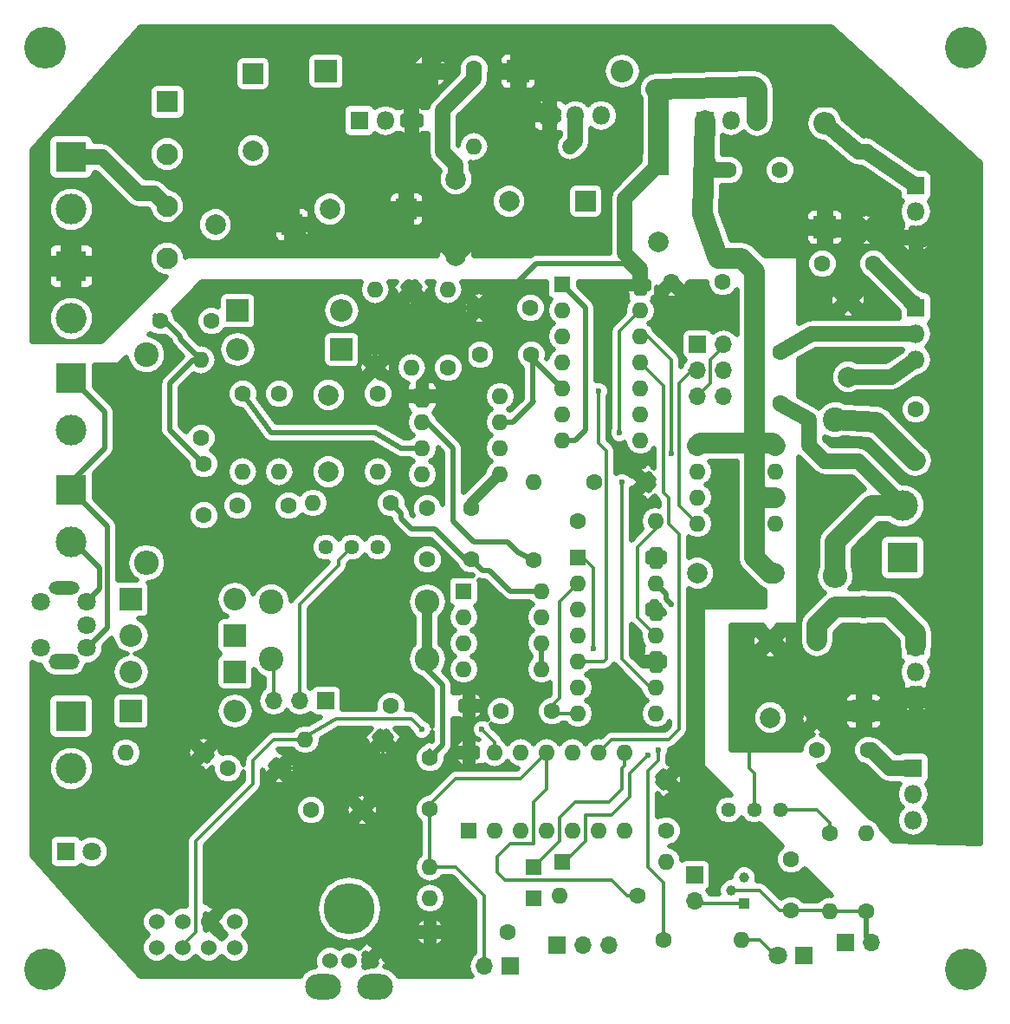
<source format=gbr>
G04 #@! TF.FileFunction,Copper,L2,Bot,Signal*
%FSLAX46Y46*%
G04 Gerber Fmt 4.6, Leading zero omitted, Abs format (unit mm)*
G04 Created by KiCad (PCBNEW 4.0.7) date 04/20/18 10:23:05*
%MOMM*%
%LPD*%
G01*
G04 APERTURE LIST*
%ADD10C,0.100000*%
%ADD11O,3.500000X2.500000*%
%ADD12C,1.524000*%
%ADD13O,5.000000X5.000000*%
%ADD14C,1.600000*%
%ADD15O,1.600000X1.600000*%
%ADD16R,1.600000X1.600000*%
%ADD17C,2.000000*%
%ADD18C,1.440000*%
%ADD19R,2.000000X2.000000*%
%ADD20R,1.800000X1.800000*%
%ADD21C,1.800000*%
%ADD22R,3.000000X3.000000*%
%ADD23C,3.000000*%
%ADD24O,1.800000X1.800000*%
%ADD25R,2.100000X2.100000*%
%ADD26C,2.100000*%
%ADD27R,2.200000X2.200000*%
%ADD28O,2.200000X2.200000*%
%ADD29C,2.400000*%
%ADD30O,2.400000X2.400000*%
%ADD31R,1.700000X1.700000*%
%ADD32O,1.700000X1.700000*%
%ADD33C,1.000000*%
%ADD34R,1.000000X1.000000*%
%ADD35C,4.064000*%
%ADD36O,3.000000X1.300000*%
%ADD37O,3.000000X1.500000*%
%ADD38C,0.600000*%
%ADD39C,1.000000*%
%ADD40C,0.500000*%
%ADD41C,0.350000*%
%ADD42C,1.500000*%
%ADD43C,2.000000*%
G04 APERTURE END LIST*
D10*
D11*
X82296000Y-141732000D03*
D12*
X77856000Y-139192000D03*
X79756000Y-139192000D03*
X81656000Y-139192000D03*
D11*
X77216000Y-141732000D03*
D13*
X79756000Y-134112000D03*
D14*
X83058000Y-117602000D03*
D15*
X75438000Y-117602000D03*
D16*
X86868000Y-84074000D03*
D15*
X94488000Y-91694000D03*
X86868000Y-86614000D03*
X94488000Y-89154000D03*
X86868000Y-89154000D03*
X94488000Y-86614000D03*
X86868000Y-91694000D03*
X94488000Y-84074000D03*
D14*
X102108000Y-96266000D03*
D15*
X109728000Y-96266000D03*
D12*
X68580000Y-135382000D03*
X66040000Y-135382000D03*
X63500000Y-135382000D03*
X60960000Y-135382000D03*
X60960000Y-137922000D03*
X63500000Y-137922000D03*
X66040000Y-137922000D03*
X68580000Y-137922000D03*
D14*
X125476000Y-118618000D03*
X130476000Y-118618000D03*
D17*
X120904000Y-107950000D03*
X120904000Y-115450000D03*
D18*
X121920000Y-124460000D03*
X119380000Y-124460000D03*
X116840000Y-124460000D03*
D16*
X113792000Y-88900000D03*
D15*
X121412000Y-96520000D03*
X113792000Y-91440000D03*
X121412000Y-93980000D03*
X113792000Y-93980000D03*
X121412000Y-91440000D03*
X113792000Y-96520000D03*
X121412000Y-88900000D03*
D19*
X70358000Y-52578000D03*
D17*
X70358000Y-60078000D03*
D19*
X85344000Y-65786000D03*
D17*
X77844000Y-65786000D03*
D19*
X74168000Y-67310000D03*
D17*
X66668000Y-67310000D03*
D19*
X102870000Y-65024000D03*
D17*
X95370000Y-65024000D03*
D19*
X109982000Y-61468000D03*
D17*
X109982000Y-68968000D03*
D20*
X52070000Y-128524000D03*
D21*
X54610000Y-128524000D03*
D22*
X52578000Y-71374000D03*
D23*
X52578000Y-76454000D03*
D22*
X52578000Y-60706000D03*
D23*
X52578000Y-65786000D03*
D14*
X91948000Y-52070000D03*
D15*
X91948000Y-59690000D03*
D14*
X65532000Y-118872000D03*
D15*
X57912000Y-118872000D03*
D20*
X80772000Y-57150000D03*
D24*
X83312000Y-57150000D03*
X85852000Y-57150000D03*
D20*
X99314000Y-56642000D03*
D24*
X101854000Y-56642000D03*
X104394000Y-56642000D03*
D20*
X114554000Y-57150000D03*
D24*
X117094000Y-57150000D03*
X119634000Y-57150000D03*
D25*
X61976000Y-55312000D03*
D26*
X61976000Y-60412000D03*
X61976000Y-70612000D03*
X61976000Y-65512000D03*
D22*
X52578000Y-82296000D03*
D23*
X52578000Y-87376000D03*
D22*
X52578000Y-93218000D03*
D23*
X52578000Y-98298000D03*
D14*
X65278000Y-88138000D03*
D15*
X65278000Y-80518000D03*
D14*
X82296000Y-81280000D03*
D15*
X82296000Y-73660000D03*
D14*
X72898000Y-83820000D03*
D15*
X72898000Y-91440000D03*
D14*
X85852000Y-73660000D03*
D15*
X85852000Y-81280000D03*
D14*
X82550000Y-83820000D03*
D15*
X82550000Y-91440000D03*
D14*
X89408000Y-81280000D03*
D15*
X89408000Y-73660000D03*
D14*
X69342000Y-83820000D03*
D15*
X69342000Y-91440000D03*
D16*
X100584000Y-73152000D03*
D15*
X108204000Y-88392000D03*
X100584000Y-75692000D03*
X108204000Y-85852000D03*
X100584000Y-78232000D03*
X108204000Y-83312000D03*
X100584000Y-80772000D03*
X108204000Y-80772000D03*
X100584000Y-83312000D03*
X108204000Y-78232000D03*
X100584000Y-85852000D03*
X108204000Y-75692000D03*
X100584000Y-88392000D03*
X108204000Y-73152000D03*
D22*
X52578000Y-115316000D03*
D23*
X52578000Y-120396000D03*
D27*
X68580000Y-110998000D03*
D28*
X58420000Y-110998000D03*
D27*
X58420000Y-114808000D03*
D28*
X68580000Y-114808000D03*
D27*
X68580000Y-107442000D03*
D28*
X58420000Y-107442000D03*
D27*
X58420000Y-103886000D03*
D28*
X68580000Y-103886000D03*
D29*
X72136000Y-104140000D03*
D30*
X87376000Y-104140000D03*
D29*
X72136000Y-109728000D03*
D30*
X87376000Y-109728000D03*
D14*
X83820000Y-94488000D03*
D15*
X76200000Y-94488000D03*
D18*
X77470000Y-98806000D03*
X80010000Y-98806000D03*
X82550000Y-98806000D03*
D16*
X90932000Y-103124000D03*
D15*
X98552000Y-110744000D03*
X90932000Y-105664000D03*
X98552000Y-108204000D03*
X90932000Y-108204000D03*
X98552000Y-105664000D03*
X90932000Y-110744000D03*
X98552000Y-103124000D03*
D27*
X68834000Y-75692000D03*
D28*
X78994000Y-75692000D03*
D27*
X78994000Y-79502000D03*
D28*
X68834000Y-79502000D03*
D14*
X95250000Y-136398000D03*
D15*
X87630000Y-136398000D03*
D14*
X116840000Y-61976000D03*
X121840000Y-61976000D03*
X66294000Y-76708000D03*
X61294000Y-76708000D03*
X97536000Y-80010000D03*
X92536000Y-80010000D03*
X72898000Y-120396000D03*
X67898000Y-120396000D03*
X81026000Y-124460000D03*
X76026000Y-124460000D03*
X91694000Y-94996000D03*
X91694000Y-99996000D03*
X87376000Y-94996000D03*
X87376000Y-99996000D03*
X68834000Y-94742000D03*
X73834000Y-94742000D03*
X65532000Y-90678000D03*
X65532000Y-95678000D03*
D17*
X77724000Y-91440000D03*
X77724000Y-83940000D03*
D14*
X92456000Y-75438000D03*
X97456000Y-75438000D03*
D31*
X113792000Y-78994000D03*
D32*
X116332000Y-78994000D03*
X113792000Y-81534000D03*
X116332000Y-81534000D03*
X113792000Y-84074000D03*
X116332000Y-84074000D03*
D14*
X97790000Y-100076000D03*
D15*
X97790000Y-92456000D03*
D14*
X111252000Y-72898000D03*
X116252000Y-72898000D03*
X108712000Y-92456000D03*
X103712000Y-92456000D03*
D16*
X102108000Y-99822000D03*
D15*
X109728000Y-115062000D03*
X102108000Y-102362000D03*
X109728000Y-112522000D03*
X102108000Y-104902000D03*
X109728000Y-109982000D03*
X102108000Y-107442000D03*
X109728000Y-107442000D03*
X102108000Y-109982000D03*
X109728000Y-104902000D03*
X102108000Y-112522000D03*
X109728000Y-102362000D03*
X102108000Y-115062000D03*
X109728000Y-99822000D03*
D14*
X99568000Y-114808000D03*
X94568000Y-114808000D03*
X83820000Y-114300000D03*
D15*
X91440000Y-114300000D03*
D14*
X87630000Y-119380000D03*
X87630000Y-124380000D03*
D16*
X97790000Y-133096000D03*
D15*
X87630000Y-133096000D03*
D16*
X100584000Y-129540000D03*
D15*
X110744000Y-129540000D03*
D16*
X97790000Y-130048000D03*
D15*
X87630000Y-130048000D03*
D14*
X107950000Y-132842000D03*
D15*
X100330000Y-132842000D03*
D16*
X91440000Y-126492000D03*
D15*
X106680000Y-118872000D03*
X93980000Y-126492000D03*
X104140000Y-118872000D03*
X96520000Y-126492000D03*
X101600000Y-118872000D03*
X99060000Y-126492000D03*
X99060000Y-118872000D03*
X101600000Y-126492000D03*
X96520000Y-118872000D03*
X104140000Y-126492000D03*
X93980000Y-118872000D03*
X106680000Y-126492000D03*
X91440000Y-118872000D03*
D14*
X110744000Y-126492000D03*
X110744000Y-121492000D03*
D31*
X113538000Y-130810000D03*
D32*
X113538000Y-133350000D03*
D17*
X90170000Y-70358000D03*
X90170000Y-62858000D03*
D14*
X125984000Y-71120000D03*
X130984000Y-71120000D03*
X130302000Y-67818000D03*
D15*
X130302000Y-60198000D03*
D14*
X125476000Y-115570000D03*
D15*
X125476000Y-107950000D03*
D22*
X133858000Y-99822000D03*
D23*
X133858000Y-94742000D03*
D29*
X127254000Y-86360000D03*
D30*
X127254000Y-101600000D03*
D14*
X122936000Y-129286000D03*
X122936000Y-134286000D03*
D33*
X117094000Y-132334000D03*
X118364000Y-131064000D03*
D34*
X118364000Y-133604000D03*
D14*
X121920000Y-79756000D03*
X121920000Y-84756000D03*
X130302000Y-134366000D03*
D15*
X130302000Y-126746000D03*
D14*
X126746000Y-126746000D03*
D15*
X126746000Y-134366000D03*
D35*
X50000000Y-50000000D03*
X140000000Y-50000000D03*
X140000000Y-140000000D03*
X50000000Y-140000000D03*
D20*
X135128000Y-63500000D03*
D24*
X135128000Y-66040000D03*
X135128000Y-68580000D03*
D20*
X135128000Y-75438000D03*
D24*
X135128000Y-77978000D03*
X135128000Y-80518000D03*
D20*
X135128000Y-108458000D03*
D24*
X135128000Y-110998000D03*
X135128000Y-113538000D03*
D20*
X134874000Y-120396000D03*
D24*
X134874000Y-122936000D03*
X134874000Y-125476000D03*
D17*
X128524000Y-74676000D03*
X128524000Y-82176000D03*
D14*
X135128000Y-85344000D03*
X135128000Y-90344000D03*
D17*
X113792000Y-101346000D03*
X121292000Y-101346000D03*
D21*
X54102000Y-104140000D03*
X54102000Y-106388000D03*
X54102000Y-108636000D03*
X49606000Y-104140000D03*
X49606000Y-108636000D03*
D36*
X51854000Y-102770000D03*
D37*
X51854000Y-110010000D03*
D20*
X124206000Y-138684000D03*
D21*
X121666000Y-138684000D03*
D14*
X110490000Y-137160000D03*
D15*
X118110000Y-137160000D03*
D31*
X77470000Y-113792000D03*
D32*
X74930000Y-113792000D03*
X72390000Y-113792000D03*
D31*
X95504000Y-139700000D03*
D32*
X92964000Y-139700000D03*
D31*
X100076000Y-137668000D03*
D32*
X102616000Y-137668000D03*
X105156000Y-137668000D03*
D27*
X77470000Y-52324000D03*
D28*
X87630000Y-52324000D03*
D27*
X96266000Y-52324000D03*
D28*
X106426000Y-52324000D03*
D27*
X126238000Y-67564000D03*
D28*
X126238000Y-57404000D03*
D27*
X130048000Y-114808000D03*
D28*
X130048000Y-104648000D03*
D29*
X59944000Y-80010000D03*
D30*
X59944000Y-100330000D03*
D31*
X128270000Y-137414000D03*
D32*
X130810000Y-137414000D03*
D38*
X104140000Y-83566000D03*
X86868000Y-116586000D03*
X92710000Y-116586000D03*
X103632000Y-108712000D03*
X111252000Y-104394000D03*
X106426000Y-92456000D03*
X106172000Y-87630000D03*
X108966000Y-119126000D03*
X111252000Y-89662000D03*
X109982000Y-118618000D03*
D39*
X87376000Y-109728000D02*
X87376000Y-104140000D01*
X91694000Y-94996000D02*
X91694000Y-94488000D01*
X91694000Y-94488000D02*
X94488000Y-91694000D01*
D40*
X100584000Y-88392000D02*
X101854000Y-88392000D01*
X101854000Y-88392000D02*
X102870000Y-87376000D01*
X102870000Y-87376000D02*
X102870000Y-75438000D01*
X102870000Y-75438000D02*
X100584000Y-73152000D01*
X87630000Y-119380000D02*
X88900000Y-118110000D01*
X88900000Y-112268000D02*
X87376000Y-110744000D01*
X88900000Y-118110000D02*
X88900000Y-112268000D01*
X87376000Y-110744000D02*
X87376000Y-109728000D01*
D41*
X99568000Y-114808000D02*
X99568000Y-114300000D01*
X99568000Y-114300000D02*
X100330000Y-113538000D01*
X100330000Y-104140000D02*
X102108000Y-102362000D01*
X100330000Y-113538000D02*
X100330000Y-104140000D01*
X102108000Y-115062000D02*
X99822000Y-115062000D01*
D40*
X86868000Y-91694000D02*
X86868000Y-91948000D01*
X86614000Y-91440000D02*
X86868000Y-91694000D01*
D41*
X87630000Y-119380000D02*
X87630000Y-118618000D01*
D42*
X128524000Y-82176000D02*
X132708000Y-82176000D01*
X132708000Y-82176000D02*
X135128000Y-80518000D01*
X101346000Y-59690000D02*
X101854000Y-59182000D01*
X101854000Y-59182000D02*
X101854000Y-56642000D01*
D41*
X87376000Y-109728000D02*
X87376000Y-110236000D01*
X99822000Y-115062000D02*
X99568000Y-114808000D01*
X101854000Y-114808000D02*
X102108000Y-115062000D01*
X102108000Y-96266000D02*
X102108000Y-96012000D01*
X102108000Y-115062000D02*
X101854000Y-115062000D01*
D40*
X82550000Y-98806000D02*
X82550000Y-99060000D01*
D39*
X52578000Y-76454000D02*
X53594000Y-76454000D01*
D40*
X68580000Y-114808000D02*
X69342000Y-114808000D01*
D39*
X95250000Y-64904000D02*
X95370000Y-65024000D01*
X101854000Y-59182000D02*
X101854000Y-56642000D01*
X101346000Y-59690000D02*
X101854000Y-59182000D01*
X99060000Y-56642000D02*
X96012000Y-53594000D01*
X96012000Y-53594000D02*
X96012000Y-52578000D01*
D43*
X130048000Y-114808000D02*
X127762000Y-114808000D01*
X127000000Y-115570000D02*
X125476000Y-115570000D01*
X127762000Y-114808000D02*
X127000000Y-115570000D01*
X135128000Y-113538000D02*
X133096000Y-113538000D01*
X131826000Y-114808000D02*
X130048000Y-114808000D01*
X133096000Y-113538000D02*
X131826000Y-114808000D01*
D42*
X131064000Y-67818000D02*
X130302000Y-67818000D01*
X131826000Y-68580000D02*
X131064000Y-67818000D01*
X135128000Y-68580000D02*
X131826000Y-68580000D01*
X87630000Y-52324000D02*
X87630000Y-51562000D01*
X87630000Y-51562000D02*
X89408000Y-49784000D01*
X98298000Y-49784000D02*
X98298000Y-49657000D01*
X89408000Y-49784000D02*
X98298000Y-49784000D01*
X85852000Y-57150000D02*
X85852000Y-54610000D01*
X85852000Y-54610000D02*
X87630000Y-52832000D01*
X87630000Y-52832000D02*
X87630000Y-52324000D01*
X85344000Y-65786000D02*
X88646000Y-65786000D01*
X90170000Y-67310000D02*
X90170000Y-70358000D01*
X88646000Y-65786000D02*
X90170000Y-67310000D01*
X74168000Y-67310000D02*
X74168000Y-67818000D01*
X74168000Y-67818000D02*
X76200000Y-69850000D01*
X81280000Y-69850000D02*
X85344000Y-65786000D01*
X76200000Y-69850000D02*
X81280000Y-69850000D01*
X52578000Y-71374000D02*
X56642000Y-71374000D01*
X71628000Y-64770000D02*
X74168000Y-67310000D01*
X65786000Y-64770000D02*
X71628000Y-64770000D01*
X62738000Y-67818000D02*
X65786000Y-64770000D01*
X60198000Y-67818000D02*
X62738000Y-67818000D01*
X56642000Y-71374000D02*
X60198000Y-67818000D01*
D41*
X119380000Y-124460000D02*
X119380000Y-120904000D01*
X118872000Y-109982000D02*
X120904000Y-107950000D01*
X118872000Y-120396000D02*
X118872000Y-109982000D01*
X119380000Y-120904000D02*
X118872000Y-120396000D01*
D42*
X120904000Y-107950000D02*
X121158000Y-107950000D01*
X121158000Y-107950000D02*
X125476000Y-112268000D01*
X125476000Y-112268000D02*
X125476000Y-115570000D01*
D40*
X120904000Y-107696000D02*
X120904000Y-107950000D01*
D39*
X120904000Y-107950000D02*
X120904000Y-107696000D01*
D42*
X129794000Y-114554000D02*
X130048000Y-114808000D01*
D43*
X96266000Y-52324000D02*
X96266000Y-51816000D01*
X98425000Y-49657000D02*
X98298000Y-49657000D01*
X98298000Y-49657000D02*
X122047000Y-49657000D01*
X122047000Y-49657000D02*
X124460000Y-52070000D01*
X96266000Y-51816000D02*
X98425000Y-49657000D01*
X124460000Y-52070000D02*
X124460000Y-54864000D01*
X137668000Y-67310000D02*
X137668000Y-112268000D01*
X137668000Y-112268000D02*
X136398000Y-113538000D01*
X136398000Y-113538000D02*
X135128000Y-113538000D01*
X134874000Y-59944000D02*
X135382000Y-59944000D01*
X137668000Y-67310000D02*
X135636000Y-68580000D01*
X137668000Y-62230000D02*
X137668000Y-67310000D01*
X135382000Y-59944000D02*
X137668000Y-62230000D01*
X135636000Y-68580000D02*
X135128000Y-68580000D01*
D42*
X128524000Y-74676000D02*
X128524000Y-69596000D01*
X128524000Y-69596000D02*
X130302000Y-67818000D01*
X130302000Y-67818000D02*
X126492000Y-67818000D01*
X126492000Y-67818000D02*
X126238000Y-67564000D01*
X130302000Y-67818000D02*
X131064000Y-67818000D01*
D43*
X135636000Y-68580000D02*
X135128000Y-68580000D01*
X129794000Y-54864000D02*
X134874000Y-59944000D01*
X124460000Y-54864000D02*
X129794000Y-54864000D01*
D40*
X125476000Y-115570000D02*
X125476000Y-115062000D01*
D39*
X99314000Y-56642000D02*
X99060000Y-56642000D01*
X96012000Y-52578000D02*
X96266000Y-52324000D01*
D42*
X90170000Y-62858000D02*
X90170000Y-61468000D01*
X91948000Y-53086000D02*
X91948000Y-52070000D01*
X88900000Y-56134000D02*
X91948000Y-53086000D01*
X88900000Y-60198000D02*
X88900000Y-56134000D01*
X90170000Y-61468000D02*
X88900000Y-60198000D01*
D40*
X83566000Y-135890000D02*
X83566000Y-127000000D01*
X83566000Y-127000000D02*
X81026000Y-124460000D01*
D41*
X81026000Y-123952000D02*
X83058000Y-120142000D01*
X72898000Y-120396000D02*
X83058000Y-120396000D01*
D40*
X85852000Y-73660000D02*
X85852000Y-74422000D01*
X85852000Y-74422000D02*
X82296000Y-77978000D01*
X82296000Y-77978000D02*
X82296000Y-81280000D01*
X92456000Y-75438000D02*
X86614000Y-75438000D01*
X85852000Y-74676000D02*
X85852000Y-73660000D01*
X86614000Y-75438000D02*
X85852000Y-74676000D01*
D41*
X81026000Y-124460000D02*
X81026000Y-123952000D01*
X91440000Y-118872000D02*
X90678000Y-118872000D01*
X90678000Y-118872000D02*
X87884000Y-121666000D01*
X83058000Y-120142000D02*
X83058000Y-117602000D01*
X84582000Y-121666000D02*
X83058000Y-120142000D01*
X87884000Y-121666000D02*
X84582000Y-121666000D01*
D40*
X91440000Y-114300000D02*
X91440000Y-118872000D01*
X86868000Y-84074000D02*
X90424000Y-84074000D01*
X91186000Y-76962000D02*
X92456000Y-75692000D01*
X91186000Y-83312000D02*
X91186000Y-76962000D01*
X90424000Y-84074000D02*
X91186000Y-83312000D01*
X92456000Y-75692000D02*
X92456000Y-75438000D01*
X72898000Y-120396000D02*
X70866000Y-123190000D01*
X69850000Y-129286000D02*
X66040000Y-135382000D01*
X69850000Y-124206000D02*
X69850000Y-129286000D01*
X70866000Y-123190000D02*
X69850000Y-124206000D01*
X81026000Y-124460000D02*
X81026000Y-125222000D01*
X83566000Y-135890000D02*
X82296000Y-139192000D01*
X92456000Y-75438000D02*
X93726000Y-75438000D01*
X93726000Y-75438000D02*
X98044000Y-71120000D01*
X98044000Y-71120000D02*
X106680000Y-71120000D01*
X106680000Y-71120000D02*
X108204000Y-72644000D01*
X108204000Y-72644000D02*
X108204000Y-73152000D01*
D41*
X66294000Y-135128000D02*
X66040000Y-135382000D01*
D43*
X119634000Y-57150000D02*
X119634000Y-54102000D01*
X109982000Y-54356000D02*
X109982000Y-61468000D01*
X109728000Y-54102000D02*
X109982000Y-54356000D01*
X119380000Y-53848000D02*
X109728000Y-54102000D01*
X119634000Y-54102000D02*
X119380000Y-53848000D01*
D42*
X109982000Y-61468000D02*
X106680000Y-64770000D01*
X108204000Y-71628000D02*
X108204000Y-73152000D01*
X106680000Y-70104000D02*
X108204000Y-71628000D01*
X106680000Y-64770000D02*
X106680000Y-70104000D01*
D41*
X72898000Y-120396000D02*
X72898000Y-120650000D01*
X91694000Y-114554000D02*
X91440000Y-114300000D01*
X108204000Y-73152000D02*
X107442000Y-73152000D01*
X108712000Y-92456000D02*
X108712000Y-92964000D01*
D40*
X108204000Y-73152000D02*
X108204000Y-72644000D01*
D42*
X52578000Y-60706000D02*
X55626000Y-60706000D01*
X60726000Y-64262000D02*
X61976000Y-65512000D01*
X59182000Y-64262000D02*
X60726000Y-64262000D01*
X55626000Y-60706000D02*
X59182000Y-64262000D01*
D40*
X52578000Y-93218000D02*
X52578000Y-92456000D01*
X52578000Y-92456000D02*
X55880000Y-89154000D01*
X55880000Y-85598000D02*
X52578000Y-82296000D01*
X55880000Y-89154000D02*
X55880000Y-85598000D01*
X54102000Y-108636000D02*
X54178000Y-108636000D01*
X54178000Y-108636000D02*
X56134000Y-106680000D01*
X56134000Y-106680000D02*
X56134000Y-96774000D01*
X56134000Y-96774000D02*
X52578000Y-93218000D01*
X65278000Y-80518000D02*
X64516000Y-80518000D01*
X64516000Y-80518000D02*
X62230000Y-82804000D01*
X62230000Y-87376000D02*
X65532000Y-90678000D01*
X62230000Y-82804000D02*
X62230000Y-87376000D01*
X61294000Y-76708000D02*
X61722000Y-76708000D01*
X61722000Y-76708000D02*
X63246000Y-78232000D01*
X63246000Y-78486000D02*
X65278000Y-80518000D01*
X63246000Y-78232000D02*
X63246000Y-78486000D01*
X60786000Y-76200000D02*
X61294000Y-76708000D01*
X97663000Y-84582000D02*
X97663000Y-80137000D01*
X97663000Y-80137000D02*
X97536000Y-80010000D01*
X94488000Y-86614000D02*
X95758000Y-86614000D01*
X97790000Y-84582000D02*
X97663000Y-84582000D01*
X95758000Y-86614000D02*
X97790000Y-84582000D01*
X97536000Y-80010000D02*
X97536000Y-80264000D01*
X97536000Y-80264000D02*
X100584000Y-83312000D01*
X92202000Y-80010000D02*
X92536000Y-80010000D01*
X54102000Y-104140000D02*
X55372000Y-102870000D01*
X55372000Y-100838000D02*
X52832000Y-98298000D01*
X55372000Y-102870000D02*
X55372000Y-100838000D01*
X52832000Y-98298000D02*
X52578000Y-98298000D01*
X86868000Y-89154000D02*
X84836000Y-89154000D01*
X72136000Y-87630000D02*
X69342000Y-83820000D01*
X82296000Y-87630000D02*
X72136000Y-87630000D01*
X84836000Y-89154000D02*
X82296000Y-87630000D01*
X86868000Y-86614000D02*
X87376000Y-86614000D01*
X87376000Y-86614000D02*
X89916000Y-89154000D01*
X96266000Y-99314000D02*
X97790000Y-100076000D01*
X95250000Y-98298000D02*
X96266000Y-99314000D01*
X91948000Y-98298000D02*
X95250000Y-98298000D01*
X89916000Y-96266000D02*
X91948000Y-98298000D01*
X89916000Y-89154000D02*
X89916000Y-96266000D01*
X86868000Y-86614000D02*
X87122000Y-86614000D01*
D41*
X102108000Y-109982000D02*
X104648000Y-109982000D01*
X104902000Y-89408000D02*
X104140000Y-88646000D01*
X104140000Y-88646000D02*
X104140000Y-83566000D01*
X104648000Y-109982000D02*
X104902000Y-109728000D01*
X104902000Y-109728000D02*
X104902000Y-89408000D01*
X102108000Y-109982000D02*
X102616000Y-109982000D01*
X70358000Y-121920000D02*
X70358000Y-119634000D01*
X72390000Y-117602000D02*
X75438000Y-117602000D01*
X70358000Y-119634000D02*
X72390000Y-117602000D01*
X64770000Y-136398000D02*
X64770000Y-127508000D01*
X64770000Y-127508000D02*
X70358000Y-121920000D01*
X63500000Y-137922000D02*
X63500000Y-137668000D01*
X63500000Y-137668000D02*
X64770000Y-136398000D01*
X78486000Y-115570000D02*
X75438000Y-117348000D01*
X86868000Y-116586000D02*
X85852000Y-115570000D01*
X85852000Y-115570000D02*
X78486000Y-115570000D01*
X93980000Y-118872000D02*
X93980000Y-117856000D01*
X93980000Y-117856000D02*
X92710000Y-116586000D01*
X75438000Y-117348000D02*
X75438000Y-117602000D01*
X74930000Y-113792000D02*
X74930000Y-104394000D01*
X78740000Y-100076000D02*
X80010000Y-98806000D01*
X78740000Y-100584000D02*
X78740000Y-100076000D01*
X74930000Y-104394000D02*
X78740000Y-100584000D01*
X72390000Y-113792000D02*
X72390000Y-109982000D01*
X72390000Y-109982000D02*
X72136000Y-109728000D01*
D40*
X98552000Y-110744000D02*
X98552000Y-108204000D01*
D41*
X116332000Y-78994000D02*
X116332000Y-79248000D01*
X116332000Y-79248000D02*
X115062000Y-80518000D01*
X115062000Y-80518000D02*
X115062000Y-82804000D01*
X115062000Y-82804000D02*
X113792000Y-84074000D01*
X113792000Y-84074000D02*
X113792000Y-83820000D01*
X113792000Y-81534000D02*
X113284000Y-81534000D01*
X113284000Y-81534000D02*
X112014000Y-82804000D01*
X112014000Y-94742000D02*
X113792000Y-96520000D01*
X112014000Y-82804000D02*
X112014000Y-94742000D01*
X113792000Y-81534000D02*
X113030000Y-81534000D01*
X103632000Y-100838000D02*
X102616000Y-99822000D01*
X102616000Y-99822000D02*
X102108000Y-99822000D01*
X102108000Y-99822000D02*
X102108000Y-100076000D01*
X103632000Y-108712000D02*
X103632000Y-100838000D01*
D40*
X110744000Y-103378000D02*
X109728000Y-102362000D01*
X110744000Y-103886000D02*
X110744000Y-103378000D01*
X111252000Y-104394000D02*
X110744000Y-103886000D01*
D41*
X109728000Y-102362000D02*
X109982000Y-102362000D01*
X83820000Y-114300000D02*
X84328000Y-114300000D01*
X112014000Y-116586000D02*
X110998000Y-117602000D01*
X105410000Y-117602000D02*
X104140000Y-118872000D01*
X110998000Y-117602000D02*
X105410000Y-117602000D01*
X112014000Y-116586000D02*
X112014000Y-97536000D01*
X110490000Y-93472000D02*
X110490000Y-83058000D01*
X108204000Y-80772000D02*
X110490000Y-83058000D01*
X110998000Y-93980000D02*
X110490000Y-93472000D01*
X110998000Y-96520000D02*
X112014000Y-97536000D01*
X110998000Y-93980000D02*
X110998000Y-96520000D01*
X109728000Y-112522000D02*
X109220000Y-112522000D01*
X109220000Y-112522000D02*
X106426000Y-109728000D01*
X106426000Y-109728000D02*
X106426000Y-92456000D01*
X106172000Y-87630000D02*
X106172000Y-77724000D01*
X106172000Y-77724000D02*
X108204000Y-75692000D01*
X97790000Y-127762000D02*
X95504000Y-127762000D01*
X94996000Y-131318000D02*
X105410000Y-131318000D01*
X94234000Y-130556000D02*
X94996000Y-131318000D01*
X94234000Y-129032000D02*
X94234000Y-130556000D01*
X95504000Y-127762000D02*
X94234000Y-129032000D01*
X87630000Y-130048000D02*
X90170000Y-130048000D01*
X92964000Y-132842000D02*
X92964000Y-139700000D01*
X90170000Y-130048000D02*
X92964000Y-132842000D01*
X107950000Y-132842000D02*
X106934000Y-132842000D01*
X106934000Y-132842000D02*
X105410000Y-131318000D01*
X99060000Y-122428000D02*
X99060000Y-118872000D01*
X97790000Y-123698000D02*
X99060000Y-122428000D01*
X97790000Y-127762000D02*
X97790000Y-123698000D01*
X87630000Y-130048000D02*
X87630000Y-124380000D01*
X87376000Y-129794000D02*
X87630000Y-130048000D01*
X87630000Y-124380000D02*
X87376000Y-124206000D01*
X96520000Y-121412000D02*
X99060000Y-118872000D01*
X90170000Y-121412000D02*
X96520000Y-121412000D01*
X87376000Y-124206000D02*
X90170000Y-121412000D01*
X100584000Y-130048000D02*
X100584000Y-129794000D01*
X100584000Y-129794000D02*
X102870000Y-127508000D01*
X107188000Y-120904000D02*
X108966000Y-119126000D01*
X105410000Y-124968000D02*
X107188000Y-123190000D01*
X107188000Y-123190000D02*
X107188000Y-120904000D01*
X102870000Y-124968000D02*
X105410000Y-124968000D01*
X102870000Y-127508000D02*
X102870000Y-124968000D01*
X111252000Y-80518000D02*
X108966000Y-78232000D01*
X111252000Y-89662000D02*
X111252000Y-80518000D01*
X108966000Y-78232000D02*
X108204000Y-78232000D01*
X109728000Y-96266000D02*
X109728000Y-97028000D01*
X109728000Y-97028000D02*
X107950000Y-98806000D01*
X107950000Y-98806000D02*
X107950000Y-105664000D01*
X107950000Y-105664000D02*
X109728000Y-107442000D01*
X100330000Y-133350000D02*
X100330000Y-132842000D01*
X97790000Y-130048000D02*
X97282000Y-130048000D01*
X97790000Y-130048000D02*
X100330000Y-127508000D01*
X106680000Y-120142000D02*
X106680000Y-118872000D01*
X106426000Y-120396000D02*
X106680000Y-120142000D01*
X106426000Y-122428000D02*
X106426000Y-120396000D01*
X105156000Y-123698000D02*
X106426000Y-122428000D01*
X101854000Y-123698000D02*
X105156000Y-123698000D01*
X100330000Y-125222000D02*
X101854000Y-123698000D01*
X100330000Y-127508000D02*
X100330000Y-125222000D01*
X118364000Y-133604000D02*
X113792000Y-133604000D01*
X113792000Y-133604000D02*
X113538000Y-133350000D01*
D42*
X135128000Y-63500000D02*
X130302000Y-60198000D01*
X130302000Y-60198000D02*
X129540000Y-60198000D01*
X129540000Y-60198000D02*
X126238000Y-57404000D01*
X135128000Y-75438000D02*
X134366000Y-74502000D01*
X134366000Y-74502000D02*
X130984000Y-71120000D01*
D39*
X135128000Y-75438000D02*
X135128000Y-74756000D01*
D43*
X125476000Y-107950000D02*
X125476000Y-106426000D01*
X127254000Y-104648000D02*
X130048000Y-104648000D01*
X125476000Y-106426000D02*
X127254000Y-104648000D01*
X135128000Y-108458000D02*
X135128000Y-107188000D01*
X135128000Y-107188000D02*
X132588000Y-104648000D01*
X132588000Y-104648000D02*
X130048000Y-104648000D01*
D42*
X130048000Y-104648000D02*
X130048000Y-104902000D01*
X135128000Y-108458000D02*
X135128000Y-107950000D01*
X135128000Y-108458000D02*
X134874000Y-108458000D01*
X130810000Y-118618000D02*
X130476000Y-118618000D01*
X132588000Y-120396000D02*
X130810000Y-118618000D01*
X134874000Y-120396000D02*
X132588000Y-120396000D01*
X135128000Y-77978000D02*
X124968000Y-77978000D01*
X124968000Y-77978000D02*
X121920000Y-79756000D01*
D43*
X133858000Y-94742000D02*
X130810000Y-94742000D01*
X127254000Y-98298000D02*
X127254000Y-101600000D01*
X130810000Y-94742000D02*
X127254000Y-98298000D01*
D42*
X121920000Y-84756000D02*
X121920000Y-84836000D01*
X121920000Y-84836000D02*
X124714000Y-86360000D01*
X124714000Y-86360000D02*
X124714000Y-88900000D01*
X129540000Y-90424000D02*
X133858000Y-94742000D01*
X126238000Y-90424000D02*
X129540000Y-90424000D01*
X124714000Y-88900000D02*
X126238000Y-90424000D01*
D43*
X135128000Y-90344000D02*
X135048000Y-90344000D01*
X135048000Y-90344000D02*
X131318000Y-86614000D01*
X131318000Y-86614000D02*
X127254000Y-86360000D01*
D40*
X130302000Y-134366000D02*
X130302000Y-136906000D01*
X130302000Y-136906000D02*
X130810000Y-137414000D01*
D41*
X126746000Y-134366000D02*
X130302000Y-134366000D01*
X122936000Y-134286000D02*
X126666000Y-134286000D01*
X126666000Y-134286000D02*
X126746000Y-134366000D01*
X117094000Y-132334000D02*
X119888000Y-132334000D01*
X121840000Y-134286000D02*
X122936000Y-134286000D01*
X119888000Y-132334000D02*
X121840000Y-134286000D01*
X122936000Y-134286000D02*
X122348000Y-134286000D01*
X126746000Y-126746000D02*
X126746000Y-125730000D01*
X125476000Y-124460000D02*
X121920000Y-124460000D01*
X126746000Y-125730000D02*
X125476000Y-124460000D01*
D43*
X119380000Y-88646000D02*
X114046000Y-88646000D01*
X114046000Y-88646000D02*
X113792000Y-88900000D01*
X119380000Y-88646000D02*
X121158000Y-88646000D01*
X121158000Y-88646000D02*
X121412000Y-88900000D01*
D39*
X121412000Y-88900000D02*
X121666000Y-88900000D01*
D40*
X91694000Y-99996000D02*
X91106000Y-99996000D01*
X91106000Y-99996000D02*
X88138000Y-97028000D01*
X84836000Y-95504000D02*
X83820000Y-94488000D01*
X84836000Y-96012000D02*
X84836000Y-95504000D01*
X85852000Y-97028000D02*
X84836000Y-96012000D01*
X88138000Y-97028000D02*
X85852000Y-97028000D01*
X98552000Y-103124000D02*
X95504000Y-103124000D01*
X92790000Y-101092000D02*
X91694000Y-99996000D01*
X93472000Y-101092000D02*
X92790000Y-101092000D01*
X95504000Y-103124000D02*
X93472000Y-101092000D01*
D43*
X121292000Y-101346000D02*
X120904000Y-101346000D01*
X120904000Y-101346000D02*
X119380000Y-99822000D01*
X119380000Y-99822000D02*
X119380000Y-93218000D01*
X114554000Y-57150000D02*
X114300000Y-66294000D01*
X120142000Y-93980000D02*
X121412000Y-93980000D01*
X119380000Y-93218000D02*
X120142000Y-93980000D01*
X119380000Y-71882000D02*
X119380000Y-88646000D01*
X119380000Y-88646000D02*
X119380000Y-93218000D01*
X118110000Y-70612000D02*
X119380000Y-71882000D01*
X115824000Y-70612000D02*
X118110000Y-70612000D01*
X114300000Y-66294000D02*
X115824000Y-70612000D01*
D42*
X116840000Y-61976000D02*
X115062000Y-61976000D01*
X114300000Y-59436000D02*
X114554000Y-57150000D01*
X115062000Y-61976000D02*
X114300000Y-59436000D01*
D41*
X121666000Y-138684000D02*
X121412000Y-138684000D01*
X121412000Y-138684000D02*
X119888000Y-137160000D01*
X119888000Y-137160000D02*
X118110000Y-137160000D01*
X109982000Y-118618000D02*
X109982000Y-119634000D01*
X109982000Y-119634000D02*
X108966000Y-120650000D01*
X108966000Y-120650000D02*
X108966000Y-130048000D01*
X108966000Y-130048000D02*
X110490000Y-131572000D01*
X110490000Y-131572000D02*
X110490000Y-137160000D01*
D40*
G36*
X141482000Y-61324209D02*
X141482000Y-127758755D01*
X132948495Y-127514941D01*
X131778207Y-126344653D01*
X131734013Y-126122475D01*
X131398016Y-125619618D01*
X130895159Y-125283621D01*
X130672981Y-125239427D01*
X125601664Y-120168110D01*
X125782961Y-120168268D01*
X126352857Y-119932792D01*
X126789260Y-119497151D01*
X127025730Y-118927667D01*
X127025732Y-118924961D01*
X128925732Y-118924961D01*
X129161208Y-119494857D01*
X129596849Y-119931260D01*
X130166333Y-120167730D01*
X130238473Y-120167793D01*
X131527340Y-121456660D01*
X132013975Y-121781819D01*
X132588000Y-121896000D01*
X133523630Y-121896000D01*
X133576748Y-121932294D01*
X133349599Y-122272247D01*
X133224000Y-122903675D01*
X133224000Y-122968325D01*
X133349599Y-123599753D01*
X133707274Y-124135051D01*
X133813457Y-124206000D01*
X133707274Y-124276949D01*
X133349599Y-124812247D01*
X133224000Y-125443675D01*
X133224000Y-125508325D01*
X133349599Y-126139753D01*
X133707274Y-126675051D01*
X134242572Y-127032726D01*
X134874000Y-127158325D01*
X135505428Y-127032726D01*
X136040726Y-126675051D01*
X136398401Y-126139753D01*
X136524000Y-125508325D01*
X136524000Y-125443675D01*
X136398401Y-124812247D01*
X136040726Y-124276949D01*
X135934543Y-124206000D01*
X136040726Y-124135051D01*
X136398401Y-123599753D01*
X136524000Y-122968325D01*
X136524000Y-122903675D01*
X136398401Y-122272247D01*
X136170935Y-121931821D01*
X136307198Y-121844138D01*
X136478446Y-121593508D01*
X136538693Y-121296000D01*
X136538693Y-119496000D01*
X136486396Y-119218067D01*
X136322138Y-118962802D01*
X136071508Y-118791554D01*
X135774000Y-118731307D01*
X133974000Y-118731307D01*
X133696067Y-118783604D01*
X133521398Y-118896000D01*
X133209320Y-118896000D01*
X131870660Y-117557340D01*
X131384025Y-117232181D01*
X130993180Y-117154437D01*
X130785667Y-117068270D01*
X130169039Y-117067732D01*
X129599143Y-117303208D01*
X129162740Y-117738849D01*
X128926270Y-118308333D01*
X128925732Y-118924961D01*
X127025732Y-118924961D01*
X127026268Y-118311039D01*
X126790792Y-117741143D01*
X126355151Y-117304740D01*
X125841602Y-117091496D01*
X126056017Y-117048846D01*
X126141119Y-116800805D01*
X125476000Y-116135685D01*
X124810881Y-116800805D01*
X124895983Y-117048846D01*
X125118279Y-117088706D01*
X124599143Y-117303208D01*
X124162740Y-117738849D01*
X123926270Y-118308333D01*
X123925996Y-118622000D01*
X117090000Y-118622000D01*
X117090000Y-115796569D01*
X119153696Y-115796569D01*
X119419557Y-116440001D01*
X119911410Y-116932713D01*
X120554376Y-117199696D01*
X121250569Y-117200304D01*
X121894001Y-116934443D01*
X122386713Y-116442590D01*
X122653696Y-115799624D01*
X122653870Y-115600064D01*
X123887761Y-115600064D01*
X123997154Y-116150017D01*
X124245195Y-116235119D01*
X124910315Y-115570000D01*
X126041685Y-115570000D01*
X126706805Y-116235119D01*
X126954846Y-116150017D01*
X127062882Y-115547500D01*
X128190000Y-115547500D01*
X128190000Y-116058776D01*
X128305399Y-116337373D01*
X128518628Y-116550602D01*
X128797225Y-116666000D01*
X129308500Y-116666000D01*
X129498000Y-116476500D01*
X129498000Y-115358000D01*
X130598000Y-115358000D01*
X130598000Y-116476500D01*
X130787500Y-116666000D01*
X131298775Y-116666000D01*
X131577372Y-116550602D01*
X131790601Y-116337373D01*
X131906000Y-116058776D01*
X131906000Y-115547500D01*
X131716500Y-115358000D01*
X130598000Y-115358000D01*
X129498000Y-115358000D01*
X128379500Y-115358000D01*
X128190000Y-115547500D01*
X127062882Y-115547500D01*
X127064239Y-115539936D01*
X126954846Y-114989983D01*
X126706805Y-114904881D01*
X126041685Y-115570000D01*
X124910315Y-115570000D01*
X124245195Y-114904881D01*
X123997154Y-114989983D01*
X123887761Y-115600064D01*
X122653870Y-115600064D01*
X122654304Y-115103431D01*
X122388443Y-114459999D01*
X122267850Y-114339195D01*
X124810881Y-114339195D01*
X125476000Y-115004315D01*
X126141119Y-114339195D01*
X126056017Y-114091154D01*
X125445936Y-113981761D01*
X124895983Y-114091154D01*
X124810881Y-114339195D01*
X122267850Y-114339195D01*
X121896590Y-113967287D01*
X121253624Y-113700304D01*
X120557431Y-113699696D01*
X119913999Y-113965557D01*
X119421287Y-114457410D01*
X119154304Y-115100376D01*
X119153696Y-115796569D01*
X117090000Y-115796569D01*
X117090000Y-113557224D01*
X128190000Y-113557224D01*
X128190000Y-114068500D01*
X128379500Y-114258000D01*
X129498000Y-114258000D01*
X129498000Y-113139500D01*
X130598000Y-113139500D01*
X130598000Y-114258000D01*
X131716500Y-114258000D01*
X131742403Y-114232097D01*
X133622246Y-114232097D01*
X134002484Y-114755489D01*
X134433908Y-115043722D01*
X134678000Y-114935853D01*
X134678000Y-113988000D01*
X135578000Y-113988000D01*
X135578000Y-114935853D01*
X135822092Y-115043722D01*
X136253516Y-114755489D01*
X136633754Y-114232097D01*
X136534296Y-113988000D01*
X135578000Y-113988000D01*
X134678000Y-113988000D01*
X133721704Y-113988000D01*
X133622246Y-114232097D01*
X131742403Y-114232097D01*
X131906000Y-114068500D01*
X131906000Y-113557224D01*
X131790601Y-113278627D01*
X131577372Y-113065398D01*
X131298775Y-112950000D01*
X130787500Y-112950000D01*
X130598000Y-113139500D01*
X129498000Y-113139500D01*
X129308500Y-112950000D01*
X128797225Y-112950000D01*
X128518628Y-113065398D01*
X128305399Y-113278627D01*
X128190000Y-113557224D01*
X117090000Y-113557224D01*
X117090000Y-109380452D01*
X120180655Y-109380452D01*
X120296759Y-109636448D01*
X120988358Y-109740455D01*
X121511241Y-109636448D01*
X121627345Y-109380452D01*
X120904000Y-108657107D01*
X120180655Y-109380452D01*
X117090000Y-109380452D01*
X117090000Y-108034358D01*
X119113545Y-108034358D01*
X119217552Y-108557241D01*
X119473548Y-108673345D01*
X120196893Y-107950000D01*
X121611107Y-107950000D01*
X122334452Y-108673345D01*
X122590448Y-108557241D01*
X122694455Y-107865642D01*
X122590448Y-107342759D01*
X122334452Y-107226655D01*
X121611107Y-107950000D01*
X120196893Y-107950000D01*
X119473548Y-107226655D01*
X119217552Y-107342759D01*
X119113545Y-108034358D01*
X117090000Y-108034358D01*
X117090000Y-106422000D01*
X120224897Y-106422000D01*
X120180655Y-106519548D01*
X120904000Y-107242893D01*
X121627345Y-106519548D01*
X121583103Y-106422000D01*
X123444000Y-106422000D01*
X123541264Y-106402304D01*
X123623202Y-106346318D01*
X123676903Y-106262864D01*
X123694000Y-106172000D01*
X123694000Y-90001320D01*
X125177339Y-91484660D01*
X125526558Y-91718000D01*
X125663975Y-91809819D01*
X126238000Y-91924000D01*
X128918680Y-91924000D01*
X130128067Y-93133387D01*
X129572563Y-93504563D01*
X126016563Y-97060563D01*
X125637211Y-97628304D01*
X125504000Y-98298000D01*
X125504000Y-100738392D01*
X125452435Y-100815564D01*
X125304000Y-101561797D01*
X125304000Y-101638203D01*
X125452435Y-102384436D01*
X125875142Y-103017061D01*
X126240311Y-103261059D01*
X126016563Y-103410563D01*
X124238563Y-105188563D01*
X123859211Y-105756304D01*
X123726000Y-106426000D01*
X123726000Y-107950000D01*
X123859211Y-108619696D01*
X124238563Y-109187437D01*
X124806304Y-109566789D01*
X125476000Y-109700000D01*
X126145696Y-109566789D01*
X126713437Y-109187437D01*
X127092789Y-108619696D01*
X127226000Y-107950000D01*
X127226000Y-107150874D01*
X127978874Y-106398000D01*
X129363056Y-106398000D01*
X130048000Y-106534244D01*
X130732944Y-106398000D01*
X131863126Y-106398000D01*
X133378000Y-107912874D01*
X133378000Y-108437891D01*
X133374000Y-108458000D01*
X133463307Y-108906975D01*
X133463307Y-109358000D01*
X133515604Y-109635933D01*
X133679862Y-109891198D01*
X133830748Y-109994294D01*
X133603599Y-110334247D01*
X133478000Y-110965675D01*
X133478000Y-111030325D01*
X133603599Y-111661753D01*
X133877998Y-112072420D01*
X133877998Y-112491864D01*
X133622246Y-112843903D01*
X133721704Y-113088000D01*
X134678000Y-113088000D01*
X134678000Y-112638000D01*
X134915219Y-112638000D01*
X135128000Y-112680325D01*
X135340781Y-112638000D01*
X135578000Y-112638000D01*
X135578000Y-113088000D01*
X136534296Y-113088000D01*
X136633754Y-112843903D01*
X136378002Y-112491864D01*
X136378002Y-112072420D01*
X136652401Y-111661753D01*
X136778000Y-111030325D01*
X136778000Y-110965675D01*
X136652401Y-110334247D01*
X136424935Y-109993821D01*
X136561198Y-109906138D01*
X136732446Y-109655508D01*
X136792693Y-109358000D01*
X136792693Y-108886867D01*
X136878000Y-108458000D01*
X136878000Y-107188000D01*
X136744789Y-106518304D01*
X136365437Y-105950563D01*
X133825437Y-103410563D01*
X133257696Y-103031211D01*
X132588000Y-102898000D01*
X130732944Y-102898000D01*
X130048000Y-102761756D01*
X129363056Y-102898000D01*
X128712412Y-102898000D01*
X129055565Y-102384436D01*
X129204000Y-101638203D01*
X129204000Y-101561797D01*
X129055565Y-100815564D01*
X129004000Y-100738392D01*
X129004000Y-99022874D01*
X129704874Y-98322000D01*
X131593307Y-98322000D01*
X131593307Y-101322000D01*
X131645604Y-101599933D01*
X131809862Y-101855198D01*
X132060492Y-102026446D01*
X132358000Y-102086693D01*
X135358000Y-102086693D01*
X135635933Y-102034396D01*
X135891198Y-101870138D01*
X136062446Y-101619508D01*
X136122693Y-101322000D01*
X136122693Y-98322000D01*
X136070396Y-98044067D01*
X135906138Y-97788802D01*
X135655508Y-97617554D01*
X135358000Y-97557307D01*
X132358000Y-97557307D01*
X132080067Y-97609604D01*
X131824802Y-97773862D01*
X131653554Y-98024492D01*
X131593307Y-98322000D01*
X129704874Y-98322000D01*
X131534874Y-96492000D01*
X132425741Y-96492000D01*
X132581813Y-96648345D01*
X133408484Y-96991608D01*
X134303589Y-96992390D01*
X135130858Y-96650569D01*
X135764345Y-96018187D01*
X136107608Y-95191516D01*
X136108390Y-94296411D01*
X135766569Y-93469142D01*
X135134187Y-92835655D01*
X134307516Y-92492392D01*
X133729207Y-92491887D01*
X130600660Y-89363340D01*
X130114025Y-89038181D01*
X129540000Y-88924000D01*
X126859321Y-88924000D01*
X126214000Y-88278680D01*
X126214000Y-88039584D01*
X126864419Y-88309661D01*
X127640177Y-88310338D01*
X128003411Y-88160253D01*
X130548443Y-88319317D01*
X133810563Y-91581437D01*
X134378304Y-91960789D01*
X135048000Y-92094000D01*
X135128000Y-92094000D01*
X135797696Y-91960789D01*
X136365437Y-91581437D01*
X136744789Y-91013696D01*
X136878000Y-90344000D01*
X136744789Y-89674304D01*
X136365437Y-89106563D01*
X136124344Y-88945470D01*
X132829835Y-85650961D01*
X133577732Y-85650961D01*
X133813208Y-86220857D01*
X134248849Y-86657260D01*
X134818333Y-86893730D01*
X135434961Y-86894268D01*
X136004857Y-86658792D01*
X136441260Y-86223151D01*
X136677730Y-85653667D01*
X136678268Y-85037039D01*
X136442792Y-84467143D01*
X136007151Y-84030740D01*
X135437667Y-83794270D01*
X134821039Y-83793732D01*
X134251143Y-84029208D01*
X133814740Y-84464849D01*
X133578270Y-85034333D01*
X133577732Y-85650961D01*
X132829835Y-85650961D01*
X132555437Y-85376563D01*
X132316125Y-85216660D01*
X132087245Y-85042134D01*
X132033726Y-85027967D01*
X131987696Y-84997211D01*
X131705405Y-84941060D01*
X131427162Y-84867408D01*
X128268964Y-84670021D01*
X127643581Y-84410339D01*
X126867823Y-84409662D01*
X126150857Y-84705906D01*
X125643906Y-85211973D01*
X125596630Y-85180384D01*
X125432278Y-85043157D01*
X123694000Y-84095005D01*
X123694000Y-80457722D01*
X125373524Y-79478000D01*
X133854999Y-79478000D01*
X133739305Y-79651149D01*
X132243443Y-80676000D01*
X129474958Y-80676000D01*
X128873624Y-80426304D01*
X128177431Y-80425696D01*
X127533999Y-80691557D01*
X127041287Y-81183410D01*
X126774304Y-81826376D01*
X126773696Y-82522569D01*
X127039557Y-83166001D01*
X127531410Y-83658713D01*
X128174376Y-83925696D01*
X128870569Y-83926304D01*
X129476350Y-83676000D01*
X132708000Y-83676000D01*
X132861361Y-83645495D01*
X133017716Y-83643677D01*
X133145600Y-83588956D01*
X133282025Y-83561819D01*
X133412036Y-83474949D01*
X133555796Y-83413434D01*
X135407620Y-82144705D01*
X135759428Y-82074726D01*
X136294726Y-81717051D01*
X136652401Y-81181753D01*
X136778000Y-80550325D01*
X136778000Y-80485675D01*
X136652401Y-79854247D01*
X136294726Y-79318949D01*
X136188543Y-79248000D01*
X136294726Y-79177051D01*
X136652401Y-78641753D01*
X136778000Y-78010325D01*
X136778000Y-77945675D01*
X136652401Y-77314247D01*
X136424935Y-76973821D01*
X136561198Y-76886138D01*
X136732446Y-76635508D01*
X136792693Y-76338000D01*
X136792693Y-74538000D01*
X136740396Y-74260067D01*
X136576138Y-74004802D01*
X136325508Y-73833554D01*
X136028000Y-73773307D01*
X135864003Y-73773307D01*
X135606354Y-73601151D01*
X135559203Y-73591772D01*
X135529258Y-73554989D01*
X135469644Y-73505671D01*
X135426660Y-73441340D01*
X132348313Y-70362993D01*
X132298792Y-70243143D01*
X131863151Y-69806740D01*
X131293667Y-69570270D01*
X130677039Y-69569732D01*
X130107143Y-69805208D01*
X129670740Y-70240849D01*
X129434270Y-70810333D01*
X129433732Y-71426961D01*
X129669208Y-71996857D01*
X130104849Y-72433260D01*
X130226421Y-72483741D01*
X133251137Y-75508457D01*
X133463307Y-75769075D01*
X133463307Y-76338000D01*
X133489650Y-76478000D01*
X124968000Y-76478000D01*
X124867666Y-76497958D01*
X124765557Y-76491724D01*
X124583172Y-76554547D01*
X124393975Y-76592181D01*
X124308916Y-76649016D01*
X124212194Y-76682332D01*
X123694000Y-76984612D01*
X123694000Y-76106452D01*
X127800655Y-76106452D01*
X127916759Y-76362448D01*
X128608358Y-76466455D01*
X129131241Y-76362448D01*
X129247345Y-76106452D01*
X128524000Y-75383107D01*
X127800655Y-76106452D01*
X123694000Y-76106452D01*
X123694000Y-74760358D01*
X126733545Y-74760358D01*
X126837552Y-75283241D01*
X127093548Y-75399345D01*
X127816893Y-74676000D01*
X129231107Y-74676000D01*
X129954452Y-75399345D01*
X130210448Y-75283241D01*
X130314455Y-74591642D01*
X130210448Y-74068759D01*
X129954452Y-73952655D01*
X129231107Y-74676000D01*
X127816893Y-74676000D01*
X127093548Y-73952655D01*
X126837552Y-74068759D01*
X126733545Y-74760358D01*
X123694000Y-74760358D01*
X123694000Y-73245548D01*
X127800655Y-73245548D01*
X128524000Y-73968893D01*
X129247345Y-73245548D01*
X129131241Y-72989552D01*
X128439642Y-72885545D01*
X127916759Y-72989552D01*
X127800655Y-73245548D01*
X123694000Y-73245548D01*
X123694000Y-71426961D01*
X124433732Y-71426961D01*
X124669208Y-71996857D01*
X125104849Y-72433260D01*
X125674333Y-72669730D01*
X126290961Y-72670268D01*
X126860857Y-72434792D01*
X127297260Y-71999151D01*
X127533730Y-71429667D01*
X127534268Y-70813039D01*
X127298792Y-70243143D01*
X126863151Y-69806740D01*
X126293667Y-69570270D01*
X125677039Y-69569732D01*
X125107143Y-69805208D01*
X124670740Y-70240849D01*
X124434270Y-70810333D01*
X124433732Y-71426961D01*
X123694000Y-71426961D01*
X123694000Y-70612000D01*
X123674304Y-70514736D01*
X123618318Y-70432798D01*
X123534864Y-70379097D01*
X123444000Y-70362000D01*
X120334874Y-70362000D01*
X119347437Y-69374563D01*
X118779696Y-68995211D01*
X118110000Y-68862000D01*
X117062151Y-68862000D01*
X116865034Y-68303500D01*
X124380000Y-68303500D01*
X124380000Y-68814776D01*
X124495399Y-69093373D01*
X124708628Y-69306602D01*
X124987225Y-69422000D01*
X125498500Y-69422000D01*
X125688000Y-69232500D01*
X125688000Y-68114000D01*
X126788000Y-68114000D01*
X126788000Y-69232500D01*
X126977500Y-69422000D01*
X127488775Y-69422000D01*
X127767372Y-69306602D01*
X127980601Y-69093373D01*
X127999061Y-69048805D01*
X129636881Y-69048805D01*
X129721983Y-69296846D01*
X130332064Y-69406239D01*
X130882017Y-69296846D01*
X130889822Y-69274097D01*
X133622246Y-69274097D01*
X134002484Y-69797489D01*
X134433908Y-70085722D01*
X134678000Y-69977853D01*
X134678000Y-69030000D01*
X135578000Y-69030000D01*
X135578000Y-69977853D01*
X135822092Y-70085722D01*
X136253516Y-69797489D01*
X136633754Y-69274097D01*
X136534296Y-69030000D01*
X135578000Y-69030000D01*
X134678000Y-69030000D01*
X133721704Y-69030000D01*
X133622246Y-69274097D01*
X130889822Y-69274097D01*
X130967119Y-69048805D01*
X130302000Y-68383685D01*
X129636881Y-69048805D01*
X127999061Y-69048805D01*
X128096000Y-68814776D01*
X128096000Y-68303500D01*
X127906500Y-68114000D01*
X126788000Y-68114000D01*
X125688000Y-68114000D01*
X124569500Y-68114000D01*
X124380000Y-68303500D01*
X116865034Y-68303500D01*
X116704292Y-67848064D01*
X128713761Y-67848064D01*
X128823154Y-68398017D01*
X129071195Y-68483119D01*
X129736315Y-67818000D01*
X130867685Y-67818000D01*
X131532805Y-68483119D01*
X131780846Y-68398017D01*
X131890239Y-67787936D01*
X131780846Y-67237983D01*
X131532805Y-67152881D01*
X130867685Y-67818000D01*
X129736315Y-67818000D01*
X129071195Y-67152881D01*
X128823154Y-67237983D01*
X128713761Y-67848064D01*
X116704292Y-67848064D01*
X116162584Y-66313224D01*
X124380000Y-66313224D01*
X124380000Y-66824500D01*
X124569500Y-67014000D01*
X125688000Y-67014000D01*
X125688000Y-65895500D01*
X126788000Y-65895500D01*
X126788000Y-67014000D01*
X127906500Y-67014000D01*
X128096000Y-66824500D01*
X128096000Y-66587195D01*
X129636881Y-66587195D01*
X130302000Y-67252315D01*
X130967119Y-66587195D01*
X130882017Y-66339154D01*
X130271936Y-66229761D01*
X129721983Y-66339154D01*
X129636881Y-66587195D01*
X128096000Y-66587195D01*
X128096000Y-66313224D01*
X127980601Y-66034627D01*
X127767372Y-65821398D01*
X127488775Y-65706000D01*
X126977500Y-65706000D01*
X126788000Y-65895500D01*
X125688000Y-65895500D01*
X125498500Y-65706000D01*
X124987225Y-65706000D01*
X124708628Y-65821398D01*
X124495399Y-66034627D01*
X124380000Y-66313224D01*
X116162584Y-66313224D01*
X116058345Y-66017882D01*
X116128953Y-63476000D01*
X116410570Y-63476000D01*
X116530333Y-63525730D01*
X117146961Y-63526268D01*
X117716857Y-63290792D01*
X118153260Y-62855151D01*
X118389730Y-62285667D01*
X118389732Y-62282961D01*
X120289732Y-62282961D01*
X120525208Y-62852857D01*
X120960849Y-63289260D01*
X121530333Y-63525730D01*
X122146961Y-63526268D01*
X122716857Y-63290792D01*
X123153260Y-62855151D01*
X123389730Y-62285667D01*
X123390268Y-61669039D01*
X123154792Y-61099143D01*
X122719151Y-60662740D01*
X122149667Y-60426270D01*
X121533039Y-60425732D01*
X120963143Y-60661208D01*
X120526740Y-61096849D01*
X120290270Y-61666333D01*
X120289732Y-62282961D01*
X118389732Y-62282961D01*
X118390268Y-61669039D01*
X118154792Y-61099143D01*
X117719151Y-60662740D01*
X117149667Y-60426270D01*
X116533039Y-60425732D01*
X116411381Y-60476000D01*
X116212286Y-60476000D01*
X116265390Y-58564247D01*
X116430247Y-58674401D01*
X117061675Y-58800000D01*
X117126325Y-58800000D01*
X117757753Y-58674401D01*
X118293051Y-58316726D01*
X118321183Y-58274623D01*
X118396563Y-58387437D01*
X118964304Y-58766789D01*
X119634000Y-58900000D01*
X120303696Y-58766789D01*
X120871437Y-58387437D01*
X121250789Y-57819696D01*
X121340685Y-57367756D01*
X124388000Y-57367756D01*
X124388000Y-57440244D01*
X124528823Y-58148208D01*
X124929852Y-58748392D01*
X125530036Y-59149421D01*
X126116431Y-59266062D01*
X128571087Y-61343079D01*
X128773535Y-61455235D01*
X128965975Y-61583819D01*
X129027856Y-61596128D01*
X129083044Y-61626702D01*
X129312999Y-61652847D01*
X129540000Y-61698000D01*
X129837954Y-61698000D01*
X133463307Y-64178505D01*
X133463307Y-64400000D01*
X133515604Y-64677933D01*
X133679862Y-64933198D01*
X133830748Y-65036294D01*
X133603599Y-65376247D01*
X133478000Y-66007675D01*
X133478000Y-66072325D01*
X133603599Y-66703753D01*
X133877998Y-67114420D01*
X133877998Y-67533864D01*
X133622246Y-67885903D01*
X133721704Y-68130000D01*
X134678000Y-68130000D01*
X134678000Y-67680000D01*
X134915219Y-67680000D01*
X135128000Y-67722325D01*
X135340781Y-67680000D01*
X135578000Y-67680000D01*
X135578000Y-68130000D01*
X136534296Y-68130000D01*
X136633754Y-67885903D01*
X136378002Y-67533864D01*
X136378002Y-67114420D01*
X136652401Y-66703753D01*
X136778000Y-66072325D01*
X136778000Y-66007675D01*
X136652401Y-65376247D01*
X136424935Y-65035821D01*
X136561198Y-64948138D01*
X136732446Y-64697508D01*
X136792693Y-64400000D01*
X136792693Y-62600000D01*
X136740396Y-62322067D01*
X136576138Y-62066802D01*
X136325508Y-61895554D01*
X136028000Y-61835307D01*
X135351341Y-61835307D01*
X131470373Y-59179908D01*
X131398016Y-59071618D01*
X130895159Y-58735621D01*
X130302000Y-58617634D01*
X130053015Y-58667160D01*
X128001111Y-56930934D01*
X127947177Y-56659792D01*
X127546148Y-56059608D01*
X126945964Y-55658579D01*
X126238000Y-55517756D01*
X125530036Y-55658579D01*
X124929852Y-56059608D01*
X124528823Y-56659792D01*
X124388000Y-57367756D01*
X121340685Y-57367756D01*
X121384000Y-57150000D01*
X121384000Y-54102000D01*
X121250789Y-53432304D01*
X120871437Y-52864563D01*
X120617437Y-52610563D01*
X120597971Y-52597556D01*
X120584456Y-52578438D01*
X120314783Y-52408336D01*
X120049696Y-52231211D01*
X120026734Y-52226644D01*
X120006932Y-52214153D01*
X119692705Y-52160201D01*
X119380000Y-52098000D01*
X119357037Y-52102568D01*
X119333964Y-52098606D01*
X109681963Y-52352606D01*
X109371009Y-52423010D01*
X109058304Y-52485211D01*
X109038838Y-52498218D01*
X109016003Y-52503388D01*
X108755651Y-52687437D01*
X108490563Y-52864563D01*
X108477556Y-52884029D01*
X108458438Y-52897544D01*
X108288336Y-53167217D01*
X108111211Y-53432304D01*
X108106644Y-53455266D01*
X108094153Y-53475068D01*
X108040202Y-53789292D01*
X107978000Y-54102000D01*
X107982568Y-54124963D01*
X107978606Y-54148037D01*
X108049010Y-54458991D01*
X108111211Y-54771696D01*
X108124218Y-54791162D01*
X108129388Y-54813997D01*
X108232000Y-54959150D01*
X108232000Y-60395444D01*
X108217307Y-60468000D01*
X108217307Y-61111373D01*
X105619340Y-63709340D01*
X105294181Y-64195975D01*
X105180000Y-64770000D01*
X105180000Y-70104000D01*
X105183183Y-70120000D01*
X98044000Y-70120000D01*
X97661317Y-70196120D01*
X97572405Y-70255529D01*
X97413060Y-70362000D01*
X91947167Y-70362000D01*
X91960455Y-70273642D01*
X91856448Y-69750759D01*
X91600452Y-69634655D01*
X90877107Y-70358000D01*
X90881107Y-70362000D01*
X89458893Y-70362000D01*
X89462893Y-70358000D01*
X88739548Y-69634655D01*
X88483552Y-69750759D01*
X88391630Y-70362000D01*
X64008000Y-70362000D01*
X63910736Y-70381696D01*
X63831223Y-70435223D01*
X63776107Y-70490339D01*
X63776312Y-70255529D01*
X63502855Y-69593714D01*
X62996949Y-69086924D01*
X62335613Y-68812313D01*
X61619529Y-68811688D01*
X60957714Y-69085145D01*
X60450924Y-69591051D01*
X60176313Y-70252387D01*
X60175688Y-70968471D01*
X60449145Y-71630286D01*
X60955051Y-72137076D01*
X61616387Y-72411687D01*
X61854551Y-72411895D01*
X55522446Y-78744000D01*
X48768000Y-78744000D01*
X48764000Y-78744810D01*
X48764000Y-76899589D01*
X50327610Y-76899589D01*
X50669431Y-77726858D01*
X51301813Y-78360345D01*
X52128484Y-78703608D01*
X53023589Y-78704390D01*
X53850858Y-78362569D01*
X54484345Y-77730187D01*
X54827608Y-76903516D01*
X54827930Y-76534788D01*
X54844000Y-76454000D01*
X54828071Y-76373918D01*
X54828390Y-76008411D01*
X54486569Y-75181142D01*
X53854187Y-74547655D01*
X53027516Y-74204392D01*
X52132411Y-74203610D01*
X51305142Y-74545431D01*
X50671655Y-75177813D01*
X50328392Y-76004484D01*
X50327610Y-76899589D01*
X48764000Y-76899589D01*
X48764000Y-72313500D01*
X50320000Y-72313500D01*
X50320000Y-73024776D01*
X50435399Y-73303373D01*
X50648628Y-73516602D01*
X50927225Y-73632000D01*
X51638500Y-73632000D01*
X51828000Y-73442500D01*
X51828000Y-72124000D01*
X53328000Y-72124000D01*
X53328000Y-73442500D01*
X53517500Y-73632000D01*
X54228775Y-73632000D01*
X54507372Y-73516602D01*
X54720601Y-73303373D01*
X54836000Y-73024776D01*
X54836000Y-72313500D01*
X54646500Y-72124000D01*
X53328000Y-72124000D01*
X51828000Y-72124000D01*
X50509500Y-72124000D01*
X50320000Y-72313500D01*
X48764000Y-72313500D01*
X48764000Y-69723224D01*
X50320000Y-69723224D01*
X50320000Y-70434500D01*
X50509500Y-70624000D01*
X51828000Y-70624000D01*
X51828000Y-69305500D01*
X53328000Y-69305500D01*
X53328000Y-70624000D01*
X54646500Y-70624000D01*
X54836000Y-70434500D01*
X54836000Y-69723224D01*
X54720601Y-69444627D01*
X54507372Y-69231398D01*
X54228775Y-69116000D01*
X53517500Y-69116000D01*
X53328000Y-69305500D01*
X51828000Y-69305500D01*
X51638500Y-69116000D01*
X50927225Y-69116000D01*
X50648628Y-69231398D01*
X50435399Y-69444627D01*
X50320000Y-69723224D01*
X48764000Y-69723224D01*
X48764000Y-66231589D01*
X50327610Y-66231589D01*
X50669431Y-67058858D01*
X51301813Y-67692345D01*
X52128484Y-68035608D01*
X53023589Y-68036390D01*
X53850858Y-67694569D01*
X53888924Y-67656569D01*
X64917696Y-67656569D01*
X65183557Y-68300001D01*
X65675410Y-68792713D01*
X66318376Y-69059696D01*
X67014569Y-69060304D01*
X67658001Y-68794443D01*
X68150713Y-68302590D01*
X68276567Y-67999500D01*
X72410000Y-67999500D01*
X72410000Y-68460775D01*
X72525398Y-68739372D01*
X72738627Y-68952601D01*
X73017224Y-69068000D01*
X73478500Y-69068000D01*
X73668000Y-68878500D01*
X73668000Y-67810000D01*
X74668000Y-67810000D01*
X74668000Y-68878500D01*
X74857500Y-69068000D01*
X75318776Y-69068000D01*
X75597373Y-68952601D01*
X75622426Y-68927548D01*
X89446655Y-68927548D01*
X90170000Y-69650893D01*
X90893345Y-68927548D01*
X90777241Y-68671552D01*
X90085642Y-68567545D01*
X89562759Y-68671552D01*
X89446655Y-68927548D01*
X75622426Y-68927548D01*
X75810602Y-68739372D01*
X75926000Y-68460775D01*
X75926000Y-67999500D01*
X75736500Y-67810000D01*
X74668000Y-67810000D01*
X73668000Y-67810000D01*
X72599500Y-67810000D01*
X72410000Y-67999500D01*
X68276567Y-67999500D01*
X68417696Y-67659624D01*
X68418304Y-66963431D01*
X68152443Y-66319999D01*
X67991950Y-66159225D01*
X72410000Y-66159225D01*
X72410000Y-66620500D01*
X72599500Y-66810000D01*
X73668000Y-66810000D01*
X73668000Y-65741500D01*
X74668000Y-65741500D01*
X74668000Y-66810000D01*
X75736500Y-66810000D01*
X75926000Y-66620500D01*
X75926000Y-66159225D01*
X75914959Y-66132569D01*
X76093696Y-66132569D01*
X76359557Y-66776001D01*
X76851410Y-67268713D01*
X77494376Y-67535696D01*
X78190569Y-67536304D01*
X78834001Y-67270443D01*
X79326713Y-66778590D01*
X79452567Y-66475500D01*
X83586000Y-66475500D01*
X83586000Y-66936775D01*
X83701398Y-67215372D01*
X83914627Y-67428601D01*
X84193224Y-67544000D01*
X84654500Y-67544000D01*
X84844000Y-67354500D01*
X84844000Y-66286000D01*
X85844000Y-66286000D01*
X85844000Y-67354500D01*
X86033500Y-67544000D01*
X86494776Y-67544000D01*
X86773373Y-67428601D01*
X86986602Y-67215372D01*
X87102000Y-66936775D01*
X87102000Y-66475500D01*
X86912500Y-66286000D01*
X85844000Y-66286000D01*
X84844000Y-66286000D01*
X83775500Y-66286000D01*
X83586000Y-66475500D01*
X79452567Y-66475500D01*
X79593696Y-66135624D01*
X79594304Y-65439431D01*
X79565851Y-65370569D01*
X93619696Y-65370569D01*
X93885557Y-66014001D01*
X94377410Y-66506713D01*
X95020376Y-66773696D01*
X95716569Y-66774304D01*
X96360001Y-66508443D01*
X96852713Y-66016590D01*
X97119696Y-65373624D01*
X97120304Y-64677431D01*
X96854443Y-64033999D01*
X96844462Y-64024000D01*
X101105307Y-64024000D01*
X101105307Y-66024000D01*
X101157604Y-66301933D01*
X101321862Y-66557198D01*
X101572492Y-66728446D01*
X101870000Y-66788693D01*
X103870000Y-66788693D01*
X104147933Y-66736396D01*
X104403198Y-66572138D01*
X104574446Y-66321508D01*
X104634693Y-66024000D01*
X104634693Y-64024000D01*
X104582396Y-63746067D01*
X104418138Y-63490802D01*
X104167508Y-63319554D01*
X103870000Y-63259307D01*
X101870000Y-63259307D01*
X101592067Y-63311604D01*
X101336802Y-63475862D01*
X101165554Y-63726492D01*
X101105307Y-64024000D01*
X96844462Y-64024000D01*
X96362590Y-63541287D01*
X95719624Y-63274304D01*
X95023431Y-63273696D01*
X94379999Y-63539557D01*
X93887287Y-64031410D01*
X93620304Y-64674376D01*
X93619696Y-65370569D01*
X79565851Y-65370569D01*
X79328443Y-64795999D01*
X79167950Y-64635225D01*
X83586000Y-64635225D01*
X83586000Y-65096500D01*
X83775500Y-65286000D01*
X84844000Y-65286000D01*
X84844000Y-64217500D01*
X85844000Y-64217500D01*
X85844000Y-65286000D01*
X86912500Y-65286000D01*
X87102000Y-65096500D01*
X87102000Y-64635225D01*
X86986602Y-64356628D01*
X86773373Y-64143399D01*
X86494776Y-64028000D01*
X86033500Y-64028000D01*
X85844000Y-64217500D01*
X84844000Y-64217500D01*
X84654500Y-64028000D01*
X84193224Y-64028000D01*
X83914627Y-64143399D01*
X83701398Y-64356628D01*
X83586000Y-64635225D01*
X79167950Y-64635225D01*
X78836590Y-64303287D01*
X78193624Y-64036304D01*
X77497431Y-64035696D01*
X76853999Y-64301557D01*
X76361287Y-64793410D01*
X76094304Y-65436376D01*
X76093696Y-66132569D01*
X75914959Y-66132569D01*
X75810602Y-65880628D01*
X75597373Y-65667399D01*
X75318776Y-65552000D01*
X74857500Y-65552000D01*
X74668000Y-65741500D01*
X73668000Y-65741500D01*
X73478500Y-65552000D01*
X73017224Y-65552000D01*
X72738627Y-65667399D01*
X72525398Y-65880628D01*
X72410000Y-66159225D01*
X67991950Y-66159225D01*
X67660590Y-65827287D01*
X67017624Y-65560304D01*
X66321431Y-65559696D01*
X65677999Y-65825557D01*
X65185287Y-66317410D01*
X64918304Y-66960376D01*
X64917696Y-67656569D01*
X53888924Y-67656569D01*
X54484345Y-67062187D01*
X54827608Y-66235516D01*
X54828390Y-65340411D01*
X54486569Y-64513142D01*
X53854187Y-63879655D01*
X53027516Y-63536392D01*
X52132411Y-63535610D01*
X51305142Y-63877431D01*
X50671655Y-64509813D01*
X50328392Y-65336484D01*
X50327610Y-66231589D01*
X48764000Y-66231589D01*
X48764000Y-60037933D01*
X49491941Y-59206000D01*
X50313307Y-59206000D01*
X50313307Y-62206000D01*
X50365604Y-62483933D01*
X50529862Y-62739198D01*
X50780492Y-62910446D01*
X51078000Y-62970693D01*
X54078000Y-62970693D01*
X54355933Y-62918396D01*
X54611198Y-62754138D01*
X54782446Y-62503508D01*
X54842693Y-62206000D01*
X55004680Y-62206000D01*
X58121340Y-65322660D01*
X58607975Y-65647819D01*
X59182000Y-65762000D01*
X60104680Y-65762000D01*
X60175719Y-65833039D01*
X60175688Y-65868471D01*
X60449145Y-66530286D01*
X60955051Y-67037076D01*
X61616387Y-67311687D01*
X62332471Y-67312312D01*
X62994286Y-67038855D01*
X63501076Y-66532949D01*
X63775687Y-65871613D01*
X63776312Y-65155529D01*
X63502855Y-64493714D01*
X62996949Y-63986924D01*
X62335613Y-63712313D01*
X62297600Y-63712280D01*
X61786660Y-63201340D01*
X61300025Y-62876181D01*
X60726000Y-62762000D01*
X59803320Y-62762000D01*
X57809791Y-60768471D01*
X60175688Y-60768471D01*
X60449145Y-61430286D01*
X60955051Y-61937076D01*
X61616387Y-62211687D01*
X62332471Y-62212312D01*
X62994286Y-61938855D01*
X63501076Y-61432949D01*
X63775687Y-60771613D01*
X63775989Y-60424569D01*
X68607696Y-60424569D01*
X68873557Y-61068001D01*
X69365410Y-61560713D01*
X70008376Y-61827696D01*
X70704569Y-61828304D01*
X71348001Y-61562443D01*
X71840713Y-61070590D01*
X72107696Y-60427624D01*
X72108304Y-59731431D01*
X71842443Y-59087999D01*
X71350590Y-58595287D01*
X70707624Y-58328304D01*
X70011431Y-58327696D01*
X69367999Y-58593557D01*
X68875287Y-59085410D01*
X68608304Y-59728376D01*
X68607696Y-60424569D01*
X63775989Y-60424569D01*
X63776312Y-60055529D01*
X63502855Y-59393714D01*
X62996949Y-58886924D01*
X62335613Y-58612313D01*
X61619529Y-58611688D01*
X60957714Y-58885145D01*
X60450924Y-59391051D01*
X60176313Y-60052387D01*
X60175688Y-60768471D01*
X57809791Y-60768471D01*
X56686660Y-59645340D01*
X56200025Y-59320181D01*
X55626000Y-59206000D01*
X54842693Y-59206000D01*
X54790396Y-58928067D01*
X54626138Y-58672802D01*
X54375508Y-58501554D01*
X54078000Y-58441307D01*
X51078000Y-58441307D01*
X50800067Y-58493604D01*
X50544802Y-58657862D01*
X50373554Y-58908492D01*
X50313307Y-59206000D01*
X49491941Y-59206000D01*
X53817941Y-54262000D01*
X60161307Y-54262000D01*
X60161307Y-56362000D01*
X60213604Y-56639933D01*
X60377862Y-56895198D01*
X60628492Y-57066446D01*
X60926000Y-57126693D01*
X63026000Y-57126693D01*
X63303933Y-57074396D01*
X63559198Y-56910138D01*
X63730446Y-56659508D01*
X63790693Y-56362000D01*
X63790693Y-56250000D01*
X79107307Y-56250000D01*
X79107307Y-58050000D01*
X79159604Y-58327933D01*
X79323862Y-58583198D01*
X79574492Y-58754446D01*
X79872000Y-58814693D01*
X81672000Y-58814693D01*
X81949933Y-58762396D01*
X82205198Y-58598138D01*
X82308294Y-58447252D01*
X82648247Y-58674401D01*
X83279675Y-58800000D01*
X83344325Y-58800000D01*
X83975753Y-58674401D01*
X84386420Y-58400002D01*
X84805864Y-58400002D01*
X85157903Y-58655754D01*
X85402000Y-58556296D01*
X85402000Y-57600000D01*
X84952000Y-57600000D01*
X84952000Y-57362781D01*
X84994325Y-57150000D01*
X84952000Y-56937219D01*
X84952000Y-56700000D01*
X85402000Y-56700000D01*
X85402000Y-55743704D01*
X86302000Y-55743704D01*
X86302000Y-56700000D01*
X86752000Y-56700000D01*
X86752000Y-57600000D01*
X86302000Y-57600000D01*
X86302000Y-58556296D01*
X86546097Y-58655754D01*
X86898136Y-58400002D01*
X87400000Y-58400002D01*
X87400000Y-60198000D01*
X87514181Y-60772025D01*
X87839340Y-61258660D01*
X88616519Y-62035839D01*
X88420304Y-62508376D01*
X88419696Y-63204569D01*
X88685557Y-63848001D01*
X89177410Y-64340713D01*
X89820376Y-64607696D01*
X90516569Y-64608304D01*
X91160001Y-64342443D01*
X91652713Y-63850590D01*
X91919696Y-63207624D01*
X91920304Y-62511431D01*
X91670000Y-61905650D01*
X91670000Y-61468000D01*
X91617616Y-61204648D01*
X91948000Y-61270366D01*
X92541159Y-61152379D01*
X93044016Y-60816382D01*
X93380013Y-60313525D01*
X93498000Y-59720366D01*
X93498000Y-59659634D01*
X93380013Y-59066475D01*
X93044016Y-58563618D01*
X92541159Y-58227621D01*
X91948000Y-58109634D01*
X91354841Y-58227621D01*
X90851984Y-58563618D01*
X90515987Y-59066475D01*
X90412095Y-59588775D01*
X90400000Y-59576680D01*
X90400000Y-57281500D01*
X97656000Y-57281500D01*
X97656000Y-57692775D01*
X97771398Y-57971372D01*
X97984627Y-58184601D01*
X98263224Y-58300000D01*
X98674500Y-58300000D01*
X98864000Y-58110500D01*
X98864000Y-57092000D01*
X97845500Y-57092000D01*
X97656000Y-57281500D01*
X90400000Y-57281500D01*
X90400000Y-56755320D01*
X91564095Y-55591225D01*
X97656000Y-55591225D01*
X97656000Y-56002500D01*
X97845500Y-56192000D01*
X98864000Y-56192000D01*
X98864000Y-55173500D01*
X99764000Y-55173500D01*
X99764000Y-56192000D01*
X100214000Y-56192000D01*
X100214000Y-56429219D01*
X100171675Y-56642000D01*
X100214000Y-56854781D01*
X100214000Y-57092000D01*
X99764000Y-57092000D01*
X99764000Y-58110500D01*
X99953500Y-58300000D01*
X100354000Y-58300000D01*
X100354000Y-58560680D01*
X100285340Y-58629340D01*
X99960181Y-59115975D01*
X99846000Y-59690000D01*
X99960181Y-60264025D01*
X100285340Y-60750660D01*
X100771975Y-61075819D01*
X101346000Y-61190000D01*
X101920025Y-61075819D01*
X102406660Y-60750660D01*
X102914660Y-60242661D01*
X103239819Y-59756025D01*
X103258992Y-59659634D01*
X103354000Y-59182000D01*
X103354000Y-57915001D01*
X103730247Y-58166401D01*
X104361675Y-58292000D01*
X104426325Y-58292000D01*
X105057753Y-58166401D01*
X105593051Y-57808726D01*
X105950726Y-57273428D01*
X106076325Y-56642000D01*
X105950726Y-56010572D01*
X105593051Y-55475274D01*
X105057753Y-55117599D01*
X104426325Y-54992000D01*
X104361675Y-54992000D01*
X103730247Y-55117599D01*
X103194949Y-55475274D01*
X103124000Y-55581457D01*
X103053051Y-55475274D01*
X102517753Y-55117599D01*
X101886325Y-54992000D01*
X101821675Y-54992000D01*
X101190247Y-55117599D01*
X100865655Y-55334484D01*
X100856602Y-55312628D01*
X100643373Y-55099399D01*
X100364776Y-54984000D01*
X99953500Y-54984000D01*
X99764000Y-55173500D01*
X98864000Y-55173500D01*
X98674500Y-54984000D01*
X98263224Y-54984000D01*
X97984627Y-55099399D01*
X97771398Y-55312628D01*
X97656000Y-55591225D01*
X91564095Y-55591225D01*
X93008660Y-54146660D01*
X93333819Y-53660025D01*
X93448000Y-53086000D01*
X93448000Y-53063500D01*
X94408000Y-53063500D01*
X94408000Y-53574775D01*
X94523398Y-53853372D01*
X94736627Y-54066601D01*
X95015224Y-54182000D01*
X95526500Y-54182000D01*
X95716000Y-53992500D01*
X95716000Y-52874000D01*
X96816000Y-52874000D01*
X96816000Y-53992500D01*
X97005500Y-54182000D01*
X97516776Y-54182000D01*
X97795373Y-54066601D01*
X98008602Y-53853372D01*
X98124000Y-53574775D01*
X98124000Y-53063500D01*
X97934500Y-52874000D01*
X96816000Y-52874000D01*
X95716000Y-52874000D01*
X94597500Y-52874000D01*
X94408000Y-53063500D01*
X93448000Y-53063500D01*
X93448000Y-52499430D01*
X93497730Y-52379667D01*
X93497778Y-52324000D01*
X104539756Y-52324000D01*
X104680579Y-53031964D01*
X105081608Y-53632148D01*
X105681792Y-54033177D01*
X106389756Y-54174000D01*
X106462244Y-54174000D01*
X107170208Y-54033177D01*
X107770392Y-53632148D01*
X108171421Y-53031964D01*
X108312244Y-52324000D01*
X108171421Y-51616036D01*
X107770392Y-51015852D01*
X107170208Y-50614823D01*
X106462244Y-50474000D01*
X106389756Y-50474000D01*
X105681792Y-50614823D01*
X105081608Y-51015852D01*
X104680579Y-51616036D01*
X104539756Y-52324000D01*
X93497778Y-52324000D01*
X93498268Y-51763039D01*
X93262792Y-51193143D01*
X93143084Y-51073225D01*
X94408000Y-51073225D01*
X94408000Y-51584500D01*
X94597500Y-51774000D01*
X95716000Y-51774000D01*
X95716000Y-50655500D01*
X96816000Y-50655500D01*
X96816000Y-51774000D01*
X97934500Y-51774000D01*
X98124000Y-51584500D01*
X98124000Y-51073225D01*
X98008602Y-50794628D01*
X97795373Y-50581399D01*
X97516776Y-50466000D01*
X97005500Y-50466000D01*
X96816000Y-50655500D01*
X95716000Y-50655500D01*
X95526500Y-50466000D01*
X95015224Y-50466000D01*
X94736627Y-50581399D01*
X94523398Y-50794628D01*
X94408000Y-51073225D01*
X93143084Y-51073225D01*
X92827151Y-50756740D01*
X92257667Y-50520270D01*
X91641039Y-50519732D01*
X91071143Y-50755208D01*
X90634740Y-51190849D01*
X90398270Y-51760333D01*
X90397732Y-52376961D01*
X90438077Y-52474603D01*
X87839340Y-55073340D01*
X87514181Y-55559975D01*
X87446546Y-55899998D01*
X86898136Y-55899998D01*
X86546097Y-55644246D01*
X86302000Y-55743704D01*
X85402000Y-55743704D01*
X85157903Y-55644246D01*
X84805864Y-55899998D01*
X84386420Y-55899998D01*
X83975753Y-55625599D01*
X83344325Y-55500000D01*
X83279675Y-55500000D01*
X82648247Y-55625599D01*
X82307821Y-55853065D01*
X82220138Y-55716802D01*
X81969508Y-55545554D01*
X81672000Y-55485307D01*
X79872000Y-55485307D01*
X79594067Y-55537604D01*
X79338802Y-55701862D01*
X79167554Y-55952492D01*
X79107307Y-56250000D01*
X63790693Y-56250000D01*
X63790693Y-54262000D01*
X63738396Y-53984067D01*
X63574138Y-53728802D01*
X63323508Y-53557554D01*
X63026000Y-53497307D01*
X60926000Y-53497307D01*
X60648067Y-53549604D01*
X60392802Y-53713862D01*
X60221554Y-53964492D01*
X60161307Y-54262000D01*
X53817941Y-54262000D01*
X56166441Y-51578000D01*
X68593307Y-51578000D01*
X68593307Y-53578000D01*
X68645604Y-53855933D01*
X68809862Y-54111198D01*
X69060492Y-54282446D01*
X69358000Y-54342693D01*
X71358000Y-54342693D01*
X71635933Y-54290396D01*
X71891198Y-54126138D01*
X72062446Y-53875508D01*
X72122693Y-53578000D01*
X72122693Y-51578000D01*
X72070396Y-51300067D01*
X72021449Y-51224000D01*
X75605307Y-51224000D01*
X75605307Y-53424000D01*
X75657604Y-53701933D01*
X75821862Y-53957198D01*
X76072492Y-54128446D01*
X76370000Y-54188693D01*
X78570000Y-54188693D01*
X78847933Y-54136396D01*
X79103198Y-53972138D01*
X79274446Y-53721508D01*
X79334693Y-53424000D01*
X79334693Y-53144857D01*
X85963160Y-53144857D01*
X86233736Y-53549861D01*
X86809137Y-53990875D01*
X87080000Y-53909264D01*
X87080000Y-52874000D01*
X88180000Y-52874000D01*
X88180000Y-53909264D01*
X88450863Y-53990875D01*
X89026264Y-53549861D01*
X89296840Y-53144857D01*
X89205244Y-52874000D01*
X88180000Y-52874000D01*
X87080000Y-52874000D01*
X86054756Y-52874000D01*
X85963160Y-53144857D01*
X79334693Y-53144857D01*
X79334693Y-51503143D01*
X85963160Y-51503143D01*
X86054756Y-51774000D01*
X87080000Y-51774000D01*
X87080000Y-50738736D01*
X88180000Y-50738736D01*
X88180000Y-51774000D01*
X89205244Y-51774000D01*
X89296840Y-51503143D01*
X89026264Y-51098139D01*
X88450863Y-50657125D01*
X88180000Y-50738736D01*
X87080000Y-50738736D01*
X86809137Y-50657125D01*
X86233736Y-51098139D01*
X85963160Y-51503143D01*
X79334693Y-51503143D01*
X79334693Y-51224000D01*
X79282396Y-50946067D01*
X79118138Y-50690802D01*
X78867508Y-50519554D01*
X78570000Y-50459307D01*
X76370000Y-50459307D01*
X76092067Y-50511604D01*
X75836802Y-50675862D01*
X75665554Y-50926492D01*
X75605307Y-51224000D01*
X72021449Y-51224000D01*
X71906138Y-51044802D01*
X71655508Y-50873554D01*
X71358000Y-50813307D01*
X69358000Y-50813307D01*
X69080067Y-50865604D01*
X68824802Y-51029862D01*
X68653554Y-51280492D01*
X68593307Y-51578000D01*
X56166441Y-51578000D01*
X59295442Y-48002000D01*
X126902979Y-48002000D01*
X141482000Y-61324209D01*
X141482000Y-61324209D01*
G37*
X141482000Y-61324209D02*
X141482000Y-127758755D01*
X132948495Y-127514941D01*
X131778207Y-126344653D01*
X131734013Y-126122475D01*
X131398016Y-125619618D01*
X130895159Y-125283621D01*
X130672981Y-125239427D01*
X125601664Y-120168110D01*
X125782961Y-120168268D01*
X126352857Y-119932792D01*
X126789260Y-119497151D01*
X127025730Y-118927667D01*
X127025732Y-118924961D01*
X128925732Y-118924961D01*
X129161208Y-119494857D01*
X129596849Y-119931260D01*
X130166333Y-120167730D01*
X130238473Y-120167793D01*
X131527340Y-121456660D01*
X132013975Y-121781819D01*
X132588000Y-121896000D01*
X133523630Y-121896000D01*
X133576748Y-121932294D01*
X133349599Y-122272247D01*
X133224000Y-122903675D01*
X133224000Y-122968325D01*
X133349599Y-123599753D01*
X133707274Y-124135051D01*
X133813457Y-124206000D01*
X133707274Y-124276949D01*
X133349599Y-124812247D01*
X133224000Y-125443675D01*
X133224000Y-125508325D01*
X133349599Y-126139753D01*
X133707274Y-126675051D01*
X134242572Y-127032726D01*
X134874000Y-127158325D01*
X135505428Y-127032726D01*
X136040726Y-126675051D01*
X136398401Y-126139753D01*
X136524000Y-125508325D01*
X136524000Y-125443675D01*
X136398401Y-124812247D01*
X136040726Y-124276949D01*
X135934543Y-124206000D01*
X136040726Y-124135051D01*
X136398401Y-123599753D01*
X136524000Y-122968325D01*
X136524000Y-122903675D01*
X136398401Y-122272247D01*
X136170935Y-121931821D01*
X136307198Y-121844138D01*
X136478446Y-121593508D01*
X136538693Y-121296000D01*
X136538693Y-119496000D01*
X136486396Y-119218067D01*
X136322138Y-118962802D01*
X136071508Y-118791554D01*
X135774000Y-118731307D01*
X133974000Y-118731307D01*
X133696067Y-118783604D01*
X133521398Y-118896000D01*
X133209320Y-118896000D01*
X131870660Y-117557340D01*
X131384025Y-117232181D01*
X130993180Y-117154437D01*
X130785667Y-117068270D01*
X130169039Y-117067732D01*
X129599143Y-117303208D01*
X129162740Y-117738849D01*
X128926270Y-118308333D01*
X128925732Y-118924961D01*
X127025732Y-118924961D01*
X127026268Y-118311039D01*
X126790792Y-117741143D01*
X126355151Y-117304740D01*
X125841602Y-117091496D01*
X126056017Y-117048846D01*
X126141119Y-116800805D01*
X125476000Y-116135685D01*
X124810881Y-116800805D01*
X124895983Y-117048846D01*
X125118279Y-117088706D01*
X124599143Y-117303208D01*
X124162740Y-117738849D01*
X123926270Y-118308333D01*
X123925996Y-118622000D01*
X117090000Y-118622000D01*
X117090000Y-115796569D01*
X119153696Y-115796569D01*
X119419557Y-116440001D01*
X119911410Y-116932713D01*
X120554376Y-117199696D01*
X121250569Y-117200304D01*
X121894001Y-116934443D01*
X122386713Y-116442590D01*
X122653696Y-115799624D01*
X122653870Y-115600064D01*
X123887761Y-115600064D01*
X123997154Y-116150017D01*
X124245195Y-116235119D01*
X124910315Y-115570000D01*
X126041685Y-115570000D01*
X126706805Y-116235119D01*
X126954846Y-116150017D01*
X127062882Y-115547500D01*
X128190000Y-115547500D01*
X128190000Y-116058776D01*
X128305399Y-116337373D01*
X128518628Y-116550602D01*
X128797225Y-116666000D01*
X129308500Y-116666000D01*
X129498000Y-116476500D01*
X129498000Y-115358000D01*
X130598000Y-115358000D01*
X130598000Y-116476500D01*
X130787500Y-116666000D01*
X131298775Y-116666000D01*
X131577372Y-116550602D01*
X131790601Y-116337373D01*
X131906000Y-116058776D01*
X131906000Y-115547500D01*
X131716500Y-115358000D01*
X130598000Y-115358000D01*
X129498000Y-115358000D01*
X128379500Y-115358000D01*
X128190000Y-115547500D01*
X127062882Y-115547500D01*
X127064239Y-115539936D01*
X126954846Y-114989983D01*
X126706805Y-114904881D01*
X126041685Y-115570000D01*
X124910315Y-115570000D01*
X124245195Y-114904881D01*
X123997154Y-114989983D01*
X123887761Y-115600064D01*
X122653870Y-115600064D01*
X122654304Y-115103431D01*
X122388443Y-114459999D01*
X122267850Y-114339195D01*
X124810881Y-114339195D01*
X125476000Y-115004315D01*
X126141119Y-114339195D01*
X126056017Y-114091154D01*
X125445936Y-113981761D01*
X124895983Y-114091154D01*
X124810881Y-114339195D01*
X122267850Y-114339195D01*
X121896590Y-113967287D01*
X121253624Y-113700304D01*
X120557431Y-113699696D01*
X119913999Y-113965557D01*
X119421287Y-114457410D01*
X119154304Y-115100376D01*
X119153696Y-115796569D01*
X117090000Y-115796569D01*
X117090000Y-113557224D01*
X128190000Y-113557224D01*
X128190000Y-114068500D01*
X128379500Y-114258000D01*
X129498000Y-114258000D01*
X129498000Y-113139500D01*
X130598000Y-113139500D01*
X130598000Y-114258000D01*
X131716500Y-114258000D01*
X131742403Y-114232097D01*
X133622246Y-114232097D01*
X134002484Y-114755489D01*
X134433908Y-115043722D01*
X134678000Y-114935853D01*
X134678000Y-113988000D01*
X135578000Y-113988000D01*
X135578000Y-114935853D01*
X135822092Y-115043722D01*
X136253516Y-114755489D01*
X136633754Y-114232097D01*
X136534296Y-113988000D01*
X135578000Y-113988000D01*
X134678000Y-113988000D01*
X133721704Y-113988000D01*
X133622246Y-114232097D01*
X131742403Y-114232097D01*
X131906000Y-114068500D01*
X131906000Y-113557224D01*
X131790601Y-113278627D01*
X131577372Y-113065398D01*
X131298775Y-112950000D01*
X130787500Y-112950000D01*
X130598000Y-113139500D01*
X129498000Y-113139500D01*
X129308500Y-112950000D01*
X128797225Y-112950000D01*
X128518628Y-113065398D01*
X128305399Y-113278627D01*
X128190000Y-113557224D01*
X117090000Y-113557224D01*
X117090000Y-109380452D01*
X120180655Y-109380452D01*
X120296759Y-109636448D01*
X120988358Y-109740455D01*
X121511241Y-109636448D01*
X121627345Y-109380452D01*
X120904000Y-108657107D01*
X120180655Y-109380452D01*
X117090000Y-109380452D01*
X117090000Y-108034358D01*
X119113545Y-108034358D01*
X119217552Y-108557241D01*
X119473548Y-108673345D01*
X120196893Y-107950000D01*
X121611107Y-107950000D01*
X122334452Y-108673345D01*
X122590448Y-108557241D01*
X122694455Y-107865642D01*
X122590448Y-107342759D01*
X122334452Y-107226655D01*
X121611107Y-107950000D01*
X120196893Y-107950000D01*
X119473548Y-107226655D01*
X119217552Y-107342759D01*
X119113545Y-108034358D01*
X117090000Y-108034358D01*
X117090000Y-106422000D01*
X120224897Y-106422000D01*
X120180655Y-106519548D01*
X120904000Y-107242893D01*
X121627345Y-106519548D01*
X121583103Y-106422000D01*
X123444000Y-106422000D01*
X123541264Y-106402304D01*
X123623202Y-106346318D01*
X123676903Y-106262864D01*
X123694000Y-106172000D01*
X123694000Y-90001320D01*
X125177339Y-91484660D01*
X125526558Y-91718000D01*
X125663975Y-91809819D01*
X126238000Y-91924000D01*
X128918680Y-91924000D01*
X130128067Y-93133387D01*
X129572563Y-93504563D01*
X126016563Y-97060563D01*
X125637211Y-97628304D01*
X125504000Y-98298000D01*
X125504000Y-100738392D01*
X125452435Y-100815564D01*
X125304000Y-101561797D01*
X125304000Y-101638203D01*
X125452435Y-102384436D01*
X125875142Y-103017061D01*
X126240311Y-103261059D01*
X126016563Y-103410563D01*
X124238563Y-105188563D01*
X123859211Y-105756304D01*
X123726000Y-106426000D01*
X123726000Y-107950000D01*
X123859211Y-108619696D01*
X124238563Y-109187437D01*
X124806304Y-109566789D01*
X125476000Y-109700000D01*
X126145696Y-109566789D01*
X126713437Y-109187437D01*
X127092789Y-108619696D01*
X127226000Y-107950000D01*
X127226000Y-107150874D01*
X127978874Y-106398000D01*
X129363056Y-106398000D01*
X130048000Y-106534244D01*
X130732944Y-106398000D01*
X131863126Y-106398000D01*
X133378000Y-107912874D01*
X133378000Y-108437891D01*
X133374000Y-108458000D01*
X133463307Y-108906975D01*
X133463307Y-109358000D01*
X133515604Y-109635933D01*
X133679862Y-109891198D01*
X133830748Y-109994294D01*
X133603599Y-110334247D01*
X133478000Y-110965675D01*
X133478000Y-111030325D01*
X133603599Y-111661753D01*
X133877998Y-112072420D01*
X133877998Y-112491864D01*
X133622246Y-112843903D01*
X133721704Y-113088000D01*
X134678000Y-113088000D01*
X134678000Y-112638000D01*
X134915219Y-112638000D01*
X135128000Y-112680325D01*
X135340781Y-112638000D01*
X135578000Y-112638000D01*
X135578000Y-113088000D01*
X136534296Y-113088000D01*
X136633754Y-112843903D01*
X136378002Y-112491864D01*
X136378002Y-112072420D01*
X136652401Y-111661753D01*
X136778000Y-111030325D01*
X136778000Y-110965675D01*
X136652401Y-110334247D01*
X136424935Y-109993821D01*
X136561198Y-109906138D01*
X136732446Y-109655508D01*
X136792693Y-109358000D01*
X136792693Y-108886867D01*
X136878000Y-108458000D01*
X136878000Y-107188000D01*
X136744789Y-106518304D01*
X136365437Y-105950563D01*
X133825437Y-103410563D01*
X133257696Y-103031211D01*
X132588000Y-102898000D01*
X130732944Y-102898000D01*
X130048000Y-102761756D01*
X129363056Y-102898000D01*
X128712412Y-102898000D01*
X129055565Y-102384436D01*
X129204000Y-101638203D01*
X129204000Y-101561797D01*
X129055565Y-100815564D01*
X129004000Y-100738392D01*
X129004000Y-99022874D01*
X129704874Y-98322000D01*
X131593307Y-98322000D01*
X131593307Y-101322000D01*
X131645604Y-101599933D01*
X131809862Y-101855198D01*
X132060492Y-102026446D01*
X132358000Y-102086693D01*
X135358000Y-102086693D01*
X135635933Y-102034396D01*
X135891198Y-101870138D01*
X136062446Y-101619508D01*
X136122693Y-101322000D01*
X136122693Y-98322000D01*
X136070396Y-98044067D01*
X135906138Y-97788802D01*
X135655508Y-97617554D01*
X135358000Y-97557307D01*
X132358000Y-97557307D01*
X132080067Y-97609604D01*
X131824802Y-97773862D01*
X131653554Y-98024492D01*
X131593307Y-98322000D01*
X129704874Y-98322000D01*
X131534874Y-96492000D01*
X132425741Y-96492000D01*
X132581813Y-96648345D01*
X133408484Y-96991608D01*
X134303589Y-96992390D01*
X135130858Y-96650569D01*
X135764345Y-96018187D01*
X136107608Y-95191516D01*
X136108390Y-94296411D01*
X135766569Y-93469142D01*
X135134187Y-92835655D01*
X134307516Y-92492392D01*
X133729207Y-92491887D01*
X130600660Y-89363340D01*
X130114025Y-89038181D01*
X129540000Y-88924000D01*
X126859321Y-88924000D01*
X126214000Y-88278680D01*
X126214000Y-88039584D01*
X126864419Y-88309661D01*
X127640177Y-88310338D01*
X128003411Y-88160253D01*
X130548443Y-88319317D01*
X133810563Y-91581437D01*
X134378304Y-91960789D01*
X135048000Y-92094000D01*
X135128000Y-92094000D01*
X135797696Y-91960789D01*
X136365437Y-91581437D01*
X136744789Y-91013696D01*
X136878000Y-90344000D01*
X136744789Y-89674304D01*
X136365437Y-89106563D01*
X136124344Y-88945470D01*
X132829835Y-85650961D01*
X133577732Y-85650961D01*
X133813208Y-86220857D01*
X134248849Y-86657260D01*
X134818333Y-86893730D01*
X135434961Y-86894268D01*
X136004857Y-86658792D01*
X136441260Y-86223151D01*
X136677730Y-85653667D01*
X136678268Y-85037039D01*
X136442792Y-84467143D01*
X136007151Y-84030740D01*
X135437667Y-83794270D01*
X134821039Y-83793732D01*
X134251143Y-84029208D01*
X133814740Y-84464849D01*
X133578270Y-85034333D01*
X133577732Y-85650961D01*
X132829835Y-85650961D01*
X132555437Y-85376563D01*
X132316125Y-85216660D01*
X132087245Y-85042134D01*
X132033726Y-85027967D01*
X131987696Y-84997211D01*
X131705405Y-84941060D01*
X131427162Y-84867408D01*
X128268964Y-84670021D01*
X127643581Y-84410339D01*
X126867823Y-84409662D01*
X126150857Y-84705906D01*
X125643906Y-85211973D01*
X125596630Y-85180384D01*
X125432278Y-85043157D01*
X123694000Y-84095005D01*
X123694000Y-80457722D01*
X125373524Y-79478000D01*
X133854999Y-79478000D01*
X133739305Y-79651149D01*
X132243443Y-80676000D01*
X129474958Y-80676000D01*
X128873624Y-80426304D01*
X128177431Y-80425696D01*
X127533999Y-80691557D01*
X127041287Y-81183410D01*
X126774304Y-81826376D01*
X126773696Y-82522569D01*
X127039557Y-83166001D01*
X127531410Y-83658713D01*
X128174376Y-83925696D01*
X128870569Y-83926304D01*
X129476350Y-83676000D01*
X132708000Y-83676000D01*
X132861361Y-83645495D01*
X133017716Y-83643677D01*
X133145600Y-83588956D01*
X133282025Y-83561819D01*
X133412036Y-83474949D01*
X133555796Y-83413434D01*
X135407620Y-82144705D01*
X135759428Y-82074726D01*
X136294726Y-81717051D01*
X136652401Y-81181753D01*
X136778000Y-80550325D01*
X136778000Y-80485675D01*
X136652401Y-79854247D01*
X136294726Y-79318949D01*
X136188543Y-79248000D01*
X136294726Y-79177051D01*
X136652401Y-78641753D01*
X136778000Y-78010325D01*
X136778000Y-77945675D01*
X136652401Y-77314247D01*
X136424935Y-76973821D01*
X136561198Y-76886138D01*
X136732446Y-76635508D01*
X136792693Y-76338000D01*
X136792693Y-74538000D01*
X136740396Y-74260067D01*
X136576138Y-74004802D01*
X136325508Y-73833554D01*
X136028000Y-73773307D01*
X135864003Y-73773307D01*
X135606354Y-73601151D01*
X135559203Y-73591772D01*
X135529258Y-73554989D01*
X135469644Y-73505671D01*
X135426660Y-73441340D01*
X132348313Y-70362993D01*
X132298792Y-70243143D01*
X131863151Y-69806740D01*
X131293667Y-69570270D01*
X130677039Y-69569732D01*
X130107143Y-69805208D01*
X129670740Y-70240849D01*
X129434270Y-70810333D01*
X129433732Y-71426961D01*
X129669208Y-71996857D01*
X130104849Y-72433260D01*
X130226421Y-72483741D01*
X133251137Y-75508457D01*
X133463307Y-75769075D01*
X133463307Y-76338000D01*
X133489650Y-76478000D01*
X124968000Y-76478000D01*
X124867666Y-76497958D01*
X124765557Y-76491724D01*
X124583172Y-76554547D01*
X124393975Y-76592181D01*
X124308916Y-76649016D01*
X124212194Y-76682332D01*
X123694000Y-76984612D01*
X123694000Y-76106452D01*
X127800655Y-76106452D01*
X127916759Y-76362448D01*
X128608358Y-76466455D01*
X129131241Y-76362448D01*
X129247345Y-76106452D01*
X128524000Y-75383107D01*
X127800655Y-76106452D01*
X123694000Y-76106452D01*
X123694000Y-74760358D01*
X126733545Y-74760358D01*
X126837552Y-75283241D01*
X127093548Y-75399345D01*
X127816893Y-74676000D01*
X129231107Y-74676000D01*
X129954452Y-75399345D01*
X130210448Y-75283241D01*
X130314455Y-74591642D01*
X130210448Y-74068759D01*
X129954452Y-73952655D01*
X129231107Y-74676000D01*
X127816893Y-74676000D01*
X127093548Y-73952655D01*
X126837552Y-74068759D01*
X126733545Y-74760358D01*
X123694000Y-74760358D01*
X123694000Y-73245548D01*
X127800655Y-73245548D01*
X128524000Y-73968893D01*
X129247345Y-73245548D01*
X129131241Y-72989552D01*
X128439642Y-72885545D01*
X127916759Y-72989552D01*
X127800655Y-73245548D01*
X123694000Y-73245548D01*
X123694000Y-71426961D01*
X124433732Y-71426961D01*
X124669208Y-71996857D01*
X125104849Y-72433260D01*
X125674333Y-72669730D01*
X126290961Y-72670268D01*
X126860857Y-72434792D01*
X127297260Y-71999151D01*
X127533730Y-71429667D01*
X127534268Y-70813039D01*
X127298792Y-70243143D01*
X126863151Y-69806740D01*
X126293667Y-69570270D01*
X125677039Y-69569732D01*
X125107143Y-69805208D01*
X124670740Y-70240849D01*
X124434270Y-70810333D01*
X124433732Y-71426961D01*
X123694000Y-71426961D01*
X123694000Y-70612000D01*
X123674304Y-70514736D01*
X123618318Y-70432798D01*
X123534864Y-70379097D01*
X123444000Y-70362000D01*
X120334874Y-70362000D01*
X119347437Y-69374563D01*
X118779696Y-68995211D01*
X118110000Y-68862000D01*
X117062151Y-68862000D01*
X116865034Y-68303500D01*
X124380000Y-68303500D01*
X124380000Y-68814776D01*
X124495399Y-69093373D01*
X124708628Y-69306602D01*
X124987225Y-69422000D01*
X125498500Y-69422000D01*
X125688000Y-69232500D01*
X125688000Y-68114000D01*
X126788000Y-68114000D01*
X126788000Y-69232500D01*
X126977500Y-69422000D01*
X127488775Y-69422000D01*
X127767372Y-69306602D01*
X127980601Y-69093373D01*
X127999061Y-69048805D01*
X129636881Y-69048805D01*
X129721983Y-69296846D01*
X130332064Y-69406239D01*
X130882017Y-69296846D01*
X130889822Y-69274097D01*
X133622246Y-69274097D01*
X134002484Y-69797489D01*
X134433908Y-70085722D01*
X134678000Y-69977853D01*
X134678000Y-69030000D01*
X135578000Y-69030000D01*
X135578000Y-69977853D01*
X135822092Y-70085722D01*
X136253516Y-69797489D01*
X136633754Y-69274097D01*
X136534296Y-69030000D01*
X135578000Y-69030000D01*
X134678000Y-69030000D01*
X133721704Y-69030000D01*
X133622246Y-69274097D01*
X130889822Y-69274097D01*
X130967119Y-69048805D01*
X130302000Y-68383685D01*
X129636881Y-69048805D01*
X127999061Y-69048805D01*
X128096000Y-68814776D01*
X128096000Y-68303500D01*
X127906500Y-68114000D01*
X126788000Y-68114000D01*
X125688000Y-68114000D01*
X124569500Y-68114000D01*
X124380000Y-68303500D01*
X116865034Y-68303500D01*
X116704292Y-67848064D01*
X128713761Y-67848064D01*
X128823154Y-68398017D01*
X129071195Y-68483119D01*
X129736315Y-67818000D01*
X130867685Y-67818000D01*
X131532805Y-68483119D01*
X131780846Y-68398017D01*
X131890239Y-67787936D01*
X131780846Y-67237983D01*
X131532805Y-67152881D01*
X130867685Y-67818000D01*
X129736315Y-67818000D01*
X129071195Y-67152881D01*
X128823154Y-67237983D01*
X128713761Y-67848064D01*
X116704292Y-67848064D01*
X116162584Y-66313224D01*
X124380000Y-66313224D01*
X124380000Y-66824500D01*
X124569500Y-67014000D01*
X125688000Y-67014000D01*
X125688000Y-65895500D01*
X126788000Y-65895500D01*
X126788000Y-67014000D01*
X127906500Y-67014000D01*
X128096000Y-66824500D01*
X128096000Y-66587195D01*
X129636881Y-66587195D01*
X130302000Y-67252315D01*
X130967119Y-66587195D01*
X130882017Y-66339154D01*
X130271936Y-66229761D01*
X129721983Y-66339154D01*
X129636881Y-66587195D01*
X128096000Y-66587195D01*
X128096000Y-66313224D01*
X127980601Y-66034627D01*
X127767372Y-65821398D01*
X127488775Y-65706000D01*
X126977500Y-65706000D01*
X126788000Y-65895500D01*
X125688000Y-65895500D01*
X125498500Y-65706000D01*
X124987225Y-65706000D01*
X124708628Y-65821398D01*
X124495399Y-66034627D01*
X124380000Y-66313224D01*
X116162584Y-66313224D01*
X116058345Y-66017882D01*
X116128953Y-63476000D01*
X116410570Y-63476000D01*
X116530333Y-63525730D01*
X117146961Y-63526268D01*
X117716857Y-63290792D01*
X118153260Y-62855151D01*
X118389730Y-62285667D01*
X118389732Y-62282961D01*
X120289732Y-62282961D01*
X120525208Y-62852857D01*
X120960849Y-63289260D01*
X121530333Y-63525730D01*
X122146961Y-63526268D01*
X122716857Y-63290792D01*
X123153260Y-62855151D01*
X123389730Y-62285667D01*
X123390268Y-61669039D01*
X123154792Y-61099143D01*
X122719151Y-60662740D01*
X122149667Y-60426270D01*
X121533039Y-60425732D01*
X120963143Y-60661208D01*
X120526740Y-61096849D01*
X120290270Y-61666333D01*
X120289732Y-62282961D01*
X118389732Y-62282961D01*
X118390268Y-61669039D01*
X118154792Y-61099143D01*
X117719151Y-60662740D01*
X117149667Y-60426270D01*
X116533039Y-60425732D01*
X116411381Y-60476000D01*
X116212286Y-60476000D01*
X116265390Y-58564247D01*
X116430247Y-58674401D01*
X117061675Y-58800000D01*
X117126325Y-58800000D01*
X117757753Y-58674401D01*
X118293051Y-58316726D01*
X118321183Y-58274623D01*
X118396563Y-58387437D01*
X118964304Y-58766789D01*
X119634000Y-58900000D01*
X120303696Y-58766789D01*
X120871437Y-58387437D01*
X121250789Y-57819696D01*
X121340685Y-57367756D01*
X124388000Y-57367756D01*
X124388000Y-57440244D01*
X124528823Y-58148208D01*
X124929852Y-58748392D01*
X125530036Y-59149421D01*
X126116431Y-59266062D01*
X128571087Y-61343079D01*
X128773535Y-61455235D01*
X128965975Y-61583819D01*
X129027856Y-61596128D01*
X129083044Y-61626702D01*
X129312999Y-61652847D01*
X129540000Y-61698000D01*
X129837954Y-61698000D01*
X133463307Y-64178505D01*
X133463307Y-64400000D01*
X133515604Y-64677933D01*
X133679862Y-64933198D01*
X133830748Y-65036294D01*
X133603599Y-65376247D01*
X133478000Y-66007675D01*
X133478000Y-66072325D01*
X133603599Y-66703753D01*
X133877998Y-67114420D01*
X133877998Y-67533864D01*
X133622246Y-67885903D01*
X133721704Y-68130000D01*
X134678000Y-68130000D01*
X134678000Y-67680000D01*
X134915219Y-67680000D01*
X135128000Y-67722325D01*
X135340781Y-67680000D01*
X135578000Y-67680000D01*
X135578000Y-68130000D01*
X136534296Y-68130000D01*
X136633754Y-67885903D01*
X136378002Y-67533864D01*
X136378002Y-67114420D01*
X136652401Y-66703753D01*
X136778000Y-66072325D01*
X136778000Y-66007675D01*
X136652401Y-65376247D01*
X136424935Y-65035821D01*
X136561198Y-64948138D01*
X136732446Y-64697508D01*
X136792693Y-64400000D01*
X136792693Y-62600000D01*
X136740396Y-62322067D01*
X136576138Y-62066802D01*
X136325508Y-61895554D01*
X136028000Y-61835307D01*
X135351341Y-61835307D01*
X131470373Y-59179908D01*
X131398016Y-59071618D01*
X130895159Y-58735621D01*
X130302000Y-58617634D01*
X130053015Y-58667160D01*
X128001111Y-56930934D01*
X127947177Y-56659792D01*
X127546148Y-56059608D01*
X126945964Y-55658579D01*
X126238000Y-55517756D01*
X125530036Y-55658579D01*
X124929852Y-56059608D01*
X124528823Y-56659792D01*
X124388000Y-57367756D01*
X121340685Y-57367756D01*
X121384000Y-57150000D01*
X121384000Y-54102000D01*
X121250789Y-53432304D01*
X120871437Y-52864563D01*
X120617437Y-52610563D01*
X120597971Y-52597556D01*
X120584456Y-52578438D01*
X120314783Y-52408336D01*
X120049696Y-52231211D01*
X120026734Y-52226644D01*
X120006932Y-52214153D01*
X119692705Y-52160201D01*
X119380000Y-52098000D01*
X119357037Y-52102568D01*
X119333964Y-52098606D01*
X109681963Y-52352606D01*
X109371009Y-52423010D01*
X109058304Y-52485211D01*
X109038838Y-52498218D01*
X109016003Y-52503388D01*
X108755651Y-52687437D01*
X108490563Y-52864563D01*
X108477556Y-52884029D01*
X108458438Y-52897544D01*
X108288336Y-53167217D01*
X108111211Y-53432304D01*
X108106644Y-53455266D01*
X108094153Y-53475068D01*
X108040202Y-53789292D01*
X107978000Y-54102000D01*
X107982568Y-54124963D01*
X107978606Y-54148037D01*
X108049010Y-54458991D01*
X108111211Y-54771696D01*
X108124218Y-54791162D01*
X108129388Y-54813997D01*
X108232000Y-54959150D01*
X108232000Y-60395444D01*
X108217307Y-60468000D01*
X108217307Y-61111373D01*
X105619340Y-63709340D01*
X105294181Y-64195975D01*
X105180000Y-64770000D01*
X105180000Y-70104000D01*
X105183183Y-70120000D01*
X98044000Y-70120000D01*
X97661317Y-70196120D01*
X97572405Y-70255529D01*
X97413060Y-70362000D01*
X91947167Y-70362000D01*
X91960455Y-70273642D01*
X91856448Y-69750759D01*
X91600452Y-69634655D01*
X90877107Y-70358000D01*
X90881107Y-70362000D01*
X89458893Y-70362000D01*
X89462893Y-70358000D01*
X88739548Y-69634655D01*
X88483552Y-69750759D01*
X88391630Y-70362000D01*
X64008000Y-70362000D01*
X63910736Y-70381696D01*
X63831223Y-70435223D01*
X63776107Y-70490339D01*
X63776312Y-70255529D01*
X63502855Y-69593714D01*
X62996949Y-69086924D01*
X62335613Y-68812313D01*
X61619529Y-68811688D01*
X60957714Y-69085145D01*
X60450924Y-69591051D01*
X60176313Y-70252387D01*
X60175688Y-70968471D01*
X60449145Y-71630286D01*
X60955051Y-72137076D01*
X61616387Y-72411687D01*
X61854551Y-72411895D01*
X55522446Y-78744000D01*
X48768000Y-78744000D01*
X48764000Y-78744810D01*
X48764000Y-76899589D01*
X50327610Y-76899589D01*
X50669431Y-77726858D01*
X51301813Y-78360345D01*
X52128484Y-78703608D01*
X53023589Y-78704390D01*
X53850858Y-78362569D01*
X54484345Y-77730187D01*
X54827608Y-76903516D01*
X54827930Y-76534788D01*
X54844000Y-76454000D01*
X54828071Y-76373918D01*
X54828390Y-76008411D01*
X54486569Y-75181142D01*
X53854187Y-74547655D01*
X53027516Y-74204392D01*
X52132411Y-74203610D01*
X51305142Y-74545431D01*
X50671655Y-75177813D01*
X50328392Y-76004484D01*
X50327610Y-76899589D01*
X48764000Y-76899589D01*
X48764000Y-72313500D01*
X50320000Y-72313500D01*
X50320000Y-73024776D01*
X50435399Y-73303373D01*
X50648628Y-73516602D01*
X50927225Y-73632000D01*
X51638500Y-73632000D01*
X51828000Y-73442500D01*
X51828000Y-72124000D01*
X53328000Y-72124000D01*
X53328000Y-73442500D01*
X53517500Y-73632000D01*
X54228775Y-73632000D01*
X54507372Y-73516602D01*
X54720601Y-73303373D01*
X54836000Y-73024776D01*
X54836000Y-72313500D01*
X54646500Y-72124000D01*
X53328000Y-72124000D01*
X51828000Y-72124000D01*
X50509500Y-72124000D01*
X50320000Y-72313500D01*
X48764000Y-72313500D01*
X48764000Y-69723224D01*
X50320000Y-69723224D01*
X50320000Y-70434500D01*
X50509500Y-70624000D01*
X51828000Y-70624000D01*
X51828000Y-69305500D01*
X53328000Y-69305500D01*
X53328000Y-70624000D01*
X54646500Y-70624000D01*
X54836000Y-70434500D01*
X54836000Y-69723224D01*
X54720601Y-69444627D01*
X54507372Y-69231398D01*
X54228775Y-69116000D01*
X53517500Y-69116000D01*
X53328000Y-69305500D01*
X51828000Y-69305500D01*
X51638500Y-69116000D01*
X50927225Y-69116000D01*
X50648628Y-69231398D01*
X50435399Y-69444627D01*
X50320000Y-69723224D01*
X48764000Y-69723224D01*
X48764000Y-66231589D01*
X50327610Y-66231589D01*
X50669431Y-67058858D01*
X51301813Y-67692345D01*
X52128484Y-68035608D01*
X53023589Y-68036390D01*
X53850858Y-67694569D01*
X53888924Y-67656569D01*
X64917696Y-67656569D01*
X65183557Y-68300001D01*
X65675410Y-68792713D01*
X66318376Y-69059696D01*
X67014569Y-69060304D01*
X67658001Y-68794443D01*
X68150713Y-68302590D01*
X68276567Y-67999500D01*
X72410000Y-67999500D01*
X72410000Y-68460775D01*
X72525398Y-68739372D01*
X72738627Y-68952601D01*
X73017224Y-69068000D01*
X73478500Y-69068000D01*
X73668000Y-68878500D01*
X73668000Y-67810000D01*
X74668000Y-67810000D01*
X74668000Y-68878500D01*
X74857500Y-69068000D01*
X75318776Y-69068000D01*
X75597373Y-68952601D01*
X75622426Y-68927548D01*
X89446655Y-68927548D01*
X90170000Y-69650893D01*
X90893345Y-68927548D01*
X90777241Y-68671552D01*
X90085642Y-68567545D01*
X89562759Y-68671552D01*
X89446655Y-68927548D01*
X75622426Y-68927548D01*
X75810602Y-68739372D01*
X75926000Y-68460775D01*
X75926000Y-67999500D01*
X75736500Y-67810000D01*
X74668000Y-67810000D01*
X73668000Y-67810000D01*
X72599500Y-67810000D01*
X72410000Y-67999500D01*
X68276567Y-67999500D01*
X68417696Y-67659624D01*
X68418304Y-66963431D01*
X68152443Y-66319999D01*
X67991950Y-66159225D01*
X72410000Y-66159225D01*
X72410000Y-66620500D01*
X72599500Y-66810000D01*
X73668000Y-66810000D01*
X73668000Y-65741500D01*
X74668000Y-65741500D01*
X74668000Y-66810000D01*
X75736500Y-66810000D01*
X75926000Y-66620500D01*
X75926000Y-66159225D01*
X75914959Y-66132569D01*
X76093696Y-66132569D01*
X76359557Y-66776001D01*
X76851410Y-67268713D01*
X77494376Y-67535696D01*
X78190569Y-67536304D01*
X78834001Y-67270443D01*
X79326713Y-66778590D01*
X79452567Y-66475500D01*
X83586000Y-66475500D01*
X83586000Y-66936775D01*
X83701398Y-67215372D01*
X83914627Y-67428601D01*
X84193224Y-67544000D01*
X84654500Y-67544000D01*
X84844000Y-67354500D01*
X84844000Y-66286000D01*
X85844000Y-66286000D01*
X85844000Y-67354500D01*
X86033500Y-67544000D01*
X86494776Y-67544000D01*
X86773373Y-67428601D01*
X86986602Y-67215372D01*
X87102000Y-66936775D01*
X87102000Y-66475500D01*
X86912500Y-66286000D01*
X85844000Y-66286000D01*
X84844000Y-66286000D01*
X83775500Y-66286000D01*
X83586000Y-66475500D01*
X79452567Y-66475500D01*
X79593696Y-66135624D01*
X79594304Y-65439431D01*
X79565851Y-65370569D01*
X93619696Y-65370569D01*
X93885557Y-66014001D01*
X94377410Y-66506713D01*
X95020376Y-66773696D01*
X95716569Y-66774304D01*
X96360001Y-66508443D01*
X96852713Y-66016590D01*
X97119696Y-65373624D01*
X97120304Y-64677431D01*
X96854443Y-64033999D01*
X96844462Y-64024000D01*
X101105307Y-64024000D01*
X101105307Y-66024000D01*
X101157604Y-66301933D01*
X101321862Y-66557198D01*
X101572492Y-66728446D01*
X101870000Y-66788693D01*
X103870000Y-66788693D01*
X104147933Y-66736396D01*
X104403198Y-66572138D01*
X104574446Y-66321508D01*
X104634693Y-66024000D01*
X104634693Y-64024000D01*
X104582396Y-63746067D01*
X104418138Y-63490802D01*
X104167508Y-63319554D01*
X103870000Y-63259307D01*
X101870000Y-63259307D01*
X101592067Y-63311604D01*
X101336802Y-63475862D01*
X101165554Y-63726492D01*
X101105307Y-64024000D01*
X96844462Y-64024000D01*
X96362590Y-63541287D01*
X95719624Y-63274304D01*
X95023431Y-63273696D01*
X94379999Y-63539557D01*
X93887287Y-64031410D01*
X93620304Y-64674376D01*
X93619696Y-65370569D01*
X79565851Y-65370569D01*
X79328443Y-64795999D01*
X79167950Y-64635225D01*
X83586000Y-64635225D01*
X83586000Y-65096500D01*
X83775500Y-65286000D01*
X84844000Y-65286000D01*
X84844000Y-64217500D01*
X85844000Y-64217500D01*
X85844000Y-65286000D01*
X86912500Y-65286000D01*
X87102000Y-65096500D01*
X87102000Y-64635225D01*
X86986602Y-64356628D01*
X86773373Y-64143399D01*
X86494776Y-64028000D01*
X86033500Y-64028000D01*
X85844000Y-64217500D01*
X84844000Y-64217500D01*
X84654500Y-64028000D01*
X84193224Y-64028000D01*
X83914627Y-64143399D01*
X83701398Y-64356628D01*
X83586000Y-64635225D01*
X79167950Y-64635225D01*
X78836590Y-64303287D01*
X78193624Y-64036304D01*
X77497431Y-64035696D01*
X76853999Y-64301557D01*
X76361287Y-64793410D01*
X76094304Y-65436376D01*
X76093696Y-66132569D01*
X75914959Y-66132569D01*
X75810602Y-65880628D01*
X75597373Y-65667399D01*
X75318776Y-65552000D01*
X74857500Y-65552000D01*
X74668000Y-65741500D01*
X73668000Y-65741500D01*
X73478500Y-65552000D01*
X73017224Y-65552000D01*
X72738627Y-65667399D01*
X72525398Y-65880628D01*
X72410000Y-66159225D01*
X67991950Y-66159225D01*
X67660590Y-65827287D01*
X67017624Y-65560304D01*
X66321431Y-65559696D01*
X65677999Y-65825557D01*
X65185287Y-66317410D01*
X64918304Y-66960376D01*
X64917696Y-67656569D01*
X53888924Y-67656569D01*
X54484345Y-67062187D01*
X54827608Y-66235516D01*
X54828390Y-65340411D01*
X54486569Y-64513142D01*
X53854187Y-63879655D01*
X53027516Y-63536392D01*
X52132411Y-63535610D01*
X51305142Y-63877431D01*
X50671655Y-64509813D01*
X50328392Y-65336484D01*
X50327610Y-66231589D01*
X48764000Y-66231589D01*
X48764000Y-60037933D01*
X49491941Y-59206000D01*
X50313307Y-59206000D01*
X50313307Y-62206000D01*
X50365604Y-62483933D01*
X50529862Y-62739198D01*
X50780492Y-62910446D01*
X51078000Y-62970693D01*
X54078000Y-62970693D01*
X54355933Y-62918396D01*
X54611198Y-62754138D01*
X54782446Y-62503508D01*
X54842693Y-62206000D01*
X55004680Y-62206000D01*
X58121340Y-65322660D01*
X58607975Y-65647819D01*
X59182000Y-65762000D01*
X60104680Y-65762000D01*
X60175719Y-65833039D01*
X60175688Y-65868471D01*
X60449145Y-66530286D01*
X60955051Y-67037076D01*
X61616387Y-67311687D01*
X62332471Y-67312312D01*
X62994286Y-67038855D01*
X63501076Y-66532949D01*
X63775687Y-65871613D01*
X63776312Y-65155529D01*
X63502855Y-64493714D01*
X62996949Y-63986924D01*
X62335613Y-63712313D01*
X62297600Y-63712280D01*
X61786660Y-63201340D01*
X61300025Y-62876181D01*
X60726000Y-62762000D01*
X59803320Y-62762000D01*
X57809791Y-60768471D01*
X60175688Y-60768471D01*
X60449145Y-61430286D01*
X60955051Y-61937076D01*
X61616387Y-62211687D01*
X62332471Y-62212312D01*
X62994286Y-61938855D01*
X63501076Y-61432949D01*
X63775687Y-60771613D01*
X63775989Y-60424569D01*
X68607696Y-60424569D01*
X68873557Y-61068001D01*
X69365410Y-61560713D01*
X70008376Y-61827696D01*
X70704569Y-61828304D01*
X71348001Y-61562443D01*
X71840713Y-61070590D01*
X72107696Y-60427624D01*
X72108304Y-59731431D01*
X71842443Y-59087999D01*
X71350590Y-58595287D01*
X70707624Y-58328304D01*
X70011431Y-58327696D01*
X69367999Y-58593557D01*
X68875287Y-59085410D01*
X68608304Y-59728376D01*
X68607696Y-60424569D01*
X63775989Y-60424569D01*
X63776312Y-60055529D01*
X63502855Y-59393714D01*
X62996949Y-58886924D01*
X62335613Y-58612313D01*
X61619529Y-58611688D01*
X60957714Y-58885145D01*
X60450924Y-59391051D01*
X60176313Y-60052387D01*
X60175688Y-60768471D01*
X57809791Y-60768471D01*
X56686660Y-59645340D01*
X56200025Y-59320181D01*
X55626000Y-59206000D01*
X54842693Y-59206000D01*
X54790396Y-58928067D01*
X54626138Y-58672802D01*
X54375508Y-58501554D01*
X54078000Y-58441307D01*
X51078000Y-58441307D01*
X50800067Y-58493604D01*
X50544802Y-58657862D01*
X50373554Y-58908492D01*
X50313307Y-59206000D01*
X49491941Y-59206000D01*
X53817941Y-54262000D01*
X60161307Y-54262000D01*
X60161307Y-56362000D01*
X60213604Y-56639933D01*
X60377862Y-56895198D01*
X60628492Y-57066446D01*
X60926000Y-57126693D01*
X63026000Y-57126693D01*
X63303933Y-57074396D01*
X63559198Y-56910138D01*
X63730446Y-56659508D01*
X63790693Y-56362000D01*
X63790693Y-56250000D01*
X79107307Y-56250000D01*
X79107307Y-58050000D01*
X79159604Y-58327933D01*
X79323862Y-58583198D01*
X79574492Y-58754446D01*
X79872000Y-58814693D01*
X81672000Y-58814693D01*
X81949933Y-58762396D01*
X82205198Y-58598138D01*
X82308294Y-58447252D01*
X82648247Y-58674401D01*
X83279675Y-58800000D01*
X83344325Y-58800000D01*
X83975753Y-58674401D01*
X84386420Y-58400002D01*
X84805864Y-58400002D01*
X85157903Y-58655754D01*
X85402000Y-58556296D01*
X85402000Y-57600000D01*
X84952000Y-57600000D01*
X84952000Y-57362781D01*
X84994325Y-57150000D01*
X84952000Y-56937219D01*
X84952000Y-56700000D01*
X85402000Y-56700000D01*
X85402000Y-55743704D01*
X86302000Y-55743704D01*
X86302000Y-56700000D01*
X86752000Y-56700000D01*
X86752000Y-57600000D01*
X86302000Y-57600000D01*
X86302000Y-58556296D01*
X86546097Y-58655754D01*
X86898136Y-58400002D01*
X87400000Y-58400002D01*
X87400000Y-60198000D01*
X87514181Y-60772025D01*
X87839340Y-61258660D01*
X88616519Y-62035839D01*
X88420304Y-62508376D01*
X88419696Y-63204569D01*
X88685557Y-63848001D01*
X89177410Y-64340713D01*
X89820376Y-64607696D01*
X90516569Y-64608304D01*
X91160001Y-64342443D01*
X91652713Y-63850590D01*
X91919696Y-63207624D01*
X91920304Y-62511431D01*
X91670000Y-61905650D01*
X91670000Y-61468000D01*
X91617616Y-61204648D01*
X91948000Y-61270366D01*
X92541159Y-61152379D01*
X93044016Y-60816382D01*
X93380013Y-60313525D01*
X93498000Y-59720366D01*
X93498000Y-59659634D01*
X93380013Y-59066475D01*
X93044016Y-58563618D01*
X92541159Y-58227621D01*
X91948000Y-58109634D01*
X91354841Y-58227621D01*
X90851984Y-58563618D01*
X90515987Y-59066475D01*
X90412095Y-59588775D01*
X90400000Y-59576680D01*
X90400000Y-57281500D01*
X97656000Y-57281500D01*
X97656000Y-57692775D01*
X97771398Y-57971372D01*
X97984627Y-58184601D01*
X98263224Y-58300000D01*
X98674500Y-58300000D01*
X98864000Y-58110500D01*
X98864000Y-57092000D01*
X97845500Y-57092000D01*
X97656000Y-57281500D01*
X90400000Y-57281500D01*
X90400000Y-56755320D01*
X91564095Y-55591225D01*
X97656000Y-55591225D01*
X97656000Y-56002500D01*
X97845500Y-56192000D01*
X98864000Y-56192000D01*
X98864000Y-55173500D01*
X99764000Y-55173500D01*
X99764000Y-56192000D01*
X100214000Y-56192000D01*
X100214000Y-56429219D01*
X100171675Y-56642000D01*
X100214000Y-56854781D01*
X100214000Y-57092000D01*
X99764000Y-57092000D01*
X99764000Y-58110500D01*
X99953500Y-58300000D01*
X100354000Y-58300000D01*
X100354000Y-58560680D01*
X100285340Y-58629340D01*
X99960181Y-59115975D01*
X99846000Y-59690000D01*
X99960181Y-60264025D01*
X100285340Y-60750660D01*
X100771975Y-61075819D01*
X101346000Y-61190000D01*
X101920025Y-61075819D01*
X102406660Y-60750660D01*
X102914660Y-60242661D01*
X103239819Y-59756025D01*
X103258992Y-59659634D01*
X103354000Y-59182000D01*
X103354000Y-57915001D01*
X103730247Y-58166401D01*
X104361675Y-58292000D01*
X104426325Y-58292000D01*
X105057753Y-58166401D01*
X105593051Y-57808726D01*
X105950726Y-57273428D01*
X106076325Y-56642000D01*
X105950726Y-56010572D01*
X105593051Y-55475274D01*
X105057753Y-55117599D01*
X104426325Y-54992000D01*
X104361675Y-54992000D01*
X103730247Y-55117599D01*
X103194949Y-55475274D01*
X103124000Y-55581457D01*
X103053051Y-55475274D01*
X102517753Y-55117599D01*
X101886325Y-54992000D01*
X101821675Y-54992000D01*
X101190247Y-55117599D01*
X100865655Y-55334484D01*
X100856602Y-55312628D01*
X100643373Y-55099399D01*
X100364776Y-54984000D01*
X99953500Y-54984000D01*
X99764000Y-55173500D01*
X98864000Y-55173500D01*
X98674500Y-54984000D01*
X98263224Y-54984000D01*
X97984627Y-55099399D01*
X97771398Y-55312628D01*
X97656000Y-55591225D01*
X91564095Y-55591225D01*
X93008660Y-54146660D01*
X93333819Y-53660025D01*
X93448000Y-53086000D01*
X93448000Y-53063500D01*
X94408000Y-53063500D01*
X94408000Y-53574775D01*
X94523398Y-53853372D01*
X94736627Y-54066601D01*
X95015224Y-54182000D01*
X95526500Y-54182000D01*
X95716000Y-53992500D01*
X95716000Y-52874000D01*
X96816000Y-52874000D01*
X96816000Y-53992500D01*
X97005500Y-54182000D01*
X97516776Y-54182000D01*
X97795373Y-54066601D01*
X98008602Y-53853372D01*
X98124000Y-53574775D01*
X98124000Y-53063500D01*
X97934500Y-52874000D01*
X96816000Y-52874000D01*
X95716000Y-52874000D01*
X94597500Y-52874000D01*
X94408000Y-53063500D01*
X93448000Y-53063500D01*
X93448000Y-52499430D01*
X93497730Y-52379667D01*
X93497778Y-52324000D01*
X104539756Y-52324000D01*
X104680579Y-53031964D01*
X105081608Y-53632148D01*
X105681792Y-54033177D01*
X106389756Y-54174000D01*
X106462244Y-54174000D01*
X107170208Y-54033177D01*
X107770392Y-53632148D01*
X108171421Y-53031964D01*
X108312244Y-52324000D01*
X108171421Y-51616036D01*
X107770392Y-51015852D01*
X107170208Y-50614823D01*
X106462244Y-50474000D01*
X106389756Y-50474000D01*
X105681792Y-50614823D01*
X105081608Y-51015852D01*
X104680579Y-51616036D01*
X104539756Y-52324000D01*
X93497778Y-52324000D01*
X93498268Y-51763039D01*
X93262792Y-51193143D01*
X93143084Y-51073225D01*
X94408000Y-51073225D01*
X94408000Y-51584500D01*
X94597500Y-51774000D01*
X95716000Y-51774000D01*
X95716000Y-50655500D01*
X96816000Y-50655500D01*
X96816000Y-51774000D01*
X97934500Y-51774000D01*
X98124000Y-51584500D01*
X98124000Y-51073225D01*
X98008602Y-50794628D01*
X97795373Y-50581399D01*
X97516776Y-50466000D01*
X97005500Y-50466000D01*
X96816000Y-50655500D01*
X95716000Y-50655500D01*
X95526500Y-50466000D01*
X95015224Y-50466000D01*
X94736627Y-50581399D01*
X94523398Y-50794628D01*
X94408000Y-51073225D01*
X93143084Y-51073225D01*
X92827151Y-50756740D01*
X92257667Y-50520270D01*
X91641039Y-50519732D01*
X91071143Y-50755208D01*
X90634740Y-51190849D01*
X90398270Y-51760333D01*
X90397732Y-52376961D01*
X90438077Y-52474603D01*
X87839340Y-55073340D01*
X87514181Y-55559975D01*
X87446546Y-55899998D01*
X86898136Y-55899998D01*
X86546097Y-55644246D01*
X86302000Y-55743704D01*
X85402000Y-55743704D01*
X85157903Y-55644246D01*
X84805864Y-55899998D01*
X84386420Y-55899998D01*
X83975753Y-55625599D01*
X83344325Y-55500000D01*
X83279675Y-55500000D01*
X82648247Y-55625599D01*
X82307821Y-55853065D01*
X82220138Y-55716802D01*
X81969508Y-55545554D01*
X81672000Y-55485307D01*
X79872000Y-55485307D01*
X79594067Y-55537604D01*
X79338802Y-55701862D01*
X79167554Y-55952492D01*
X79107307Y-56250000D01*
X63790693Y-56250000D01*
X63790693Y-54262000D01*
X63738396Y-53984067D01*
X63574138Y-53728802D01*
X63323508Y-53557554D01*
X63026000Y-53497307D01*
X60926000Y-53497307D01*
X60648067Y-53549604D01*
X60392802Y-53713862D01*
X60221554Y-53964492D01*
X60161307Y-54262000D01*
X53817941Y-54262000D01*
X56166441Y-51578000D01*
X68593307Y-51578000D01*
X68593307Y-53578000D01*
X68645604Y-53855933D01*
X68809862Y-54111198D01*
X69060492Y-54282446D01*
X69358000Y-54342693D01*
X71358000Y-54342693D01*
X71635933Y-54290396D01*
X71891198Y-54126138D01*
X72062446Y-53875508D01*
X72122693Y-53578000D01*
X72122693Y-51578000D01*
X72070396Y-51300067D01*
X72021449Y-51224000D01*
X75605307Y-51224000D01*
X75605307Y-53424000D01*
X75657604Y-53701933D01*
X75821862Y-53957198D01*
X76072492Y-54128446D01*
X76370000Y-54188693D01*
X78570000Y-54188693D01*
X78847933Y-54136396D01*
X79103198Y-53972138D01*
X79274446Y-53721508D01*
X79334693Y-53424000D01*
X79334693Y-53144857D01*
X85963160Y-53144857D01*
X86233736Y-53549861D01*
X86809137Y-53990875D01*
X87080000Y-53909264D01*
X87080000Y-52874000D01*
X88180000Y-52874000D01*
X88180000Y-53909264D01*
X88450863Y-53990875D01*
X89026264Y-53549861D01*
X89296840Y-53144857D01*
X89205244Y-52874000D01*
X88180000Y-52874000D01*
X87080000Y-52874000D01*
X86054756Y-52874000D01*
X85963160Y-53144857D01*
X79334693Y-53144857D01*
X79334693Y-51503143D01*
X85963160Y-51503143D01*
X86054756Y-51774000D01*
X87080000Y-51774000D01*
X87080000Y-50738736D01*
X88180000Y-50738736D01*
X88180000Y-51774000D01*
X89205244Y-51774000D01*
X89296840Y-51503143D01*
X89026264Y-51098139D01*
X88450863Y-50657125D01*
X88180000Y-50738736D01*
X87080000Y-50738736D01*
X86809137Y-50657125D01*
X86233736Y-51098139D01*
X85963160Y-51503143D01*
X79334693Y-51503143D01*
X79334693Y-51224000D01*
X79282396Y-50946067D01*
X79118138Y-50690802D01*
X78867508Y-50519554D01*
X78570000Y-50459307D01*
X76370000Y-50459307D01*
X76092067Y-50511604D01*
X75836802Y-50675862D01*
X75665554Y-50926492D01*
X75605307Y-51224000D01*
X72021449Y-51224000D01*
X71906138Y-51044802D01*
X71655508Y-50873554D01*
X71358000Y-50813307D01*
X69358000Y-50813307D01*
X69080067Y-50865604D01*
X68824802Y-51029862D01*
X68653554Y-51280492D01*
X68593307Y-51578000D01*
X56166441Y-51578000D01*
X59295442Y-48002000D01*
X126902979Y-48002000D01*
X141482000Y-61324209D01*
G36*
X80863987Y-73036475D02*
X80746000Y-73629634D01*
X80746000Y-73690366D01*
X80863987Y-74283525D01*
X81199984Y-74786382D01*
X81702841Y-75122379D01*
X82296000Y-75240366D01*
X82889159Y-75122379D01*
X83235735Y-74890805D01*
X85186881Y-74890805D01*
X85271983Y-75138846D01*
X85882064Y-75248239D01*
X86432017Y-75138846D01*
X86517119Y-74890805D01*
X85852000Y-74225685D01*
X85186881Y-74890805D01*
X83235735Y-74890805D01*
X83392016Y-74786382D01*
X83728013Y-74283525D01*
X83846000Y-73690366D01*
X83846000Y-73629634D01*
X83728013Y-73036475D01*
X83632815Y-72894000D01*
X84378416Y-72894000D01*
X83848323Y-73424093D01*
X84300874Y-73876643D01*
X84373154Y-74240017D01*
X84621195Y-74325119D01*
X85286315Y-73660000D01*
X85003472Y-73377157D01*
X85486629Y-72894000D01*
X85651685Y-72894000D01*
X85852000Y-73094315D01*
X86052315Y-72894000D01*
X86217371Y-72894000D01*
X86700528Y-73377157D01*
X86417685Y-73660000D01*
X87082805Y-74325119D01*
X87330846Y-74240017D01*
X87394446Y-73885323D01*
X87855677Y-73424093D01*
X87325584Y-72894000D01*
X88071185Y-72894000D01*
X87975987Y-73036475D01*
X87858000Y-73629634D01*
X87858000Y-73690366D01*
X87975987Y-74283525D01*
X88311984Y-74786382D01*
X88814841Y-75122379D01*
X89408000Y-75240366D01*
X90001159Y-75122379D01*
X90504016Y-74786382D01*
X90840013Y-74283525D01*
X90855196Y-74207195D01*
X91790881Y-74207195D01*
X92456000Y-74872315D01*
X93121119Y-74207195D01*
X93036017Y-73959154D01*
X92425936Y-73849761D01*
X91875983Y-73959154D01*
X91790881Y-74207195D01*
X90855196Y-74207195D01*
X90958000Y-73690366D01*
X90958000Y-73629634D01*
X90840013Y-73036475D01*
X90744815Y-72894000D01*
X99019307Y-72894000D01*
X99019307Y-73952000D01*
X99071604Y-74229933D01*
X99235862Y-74485198D01*
X99438932Y-74623950D01*
X99121621Y-75098841D01*
X99005788Y-75681171D01*
X99006268Y-75131039D01*
X98770792Y-74561143D01*
X98335151Y-74124740D01*
X97765667Y-73888270D01*
X97149039Y-73887732D01*
X96579143Y-74123208D01*
X96142740Y-74558849D01*
X95906270Y-75128333D01*
X95905732Y-75744961D01*
X96141208Y-76314857D01*
X96576849Y-76751260D01*
X97146333Y-76987730D01*
X97762961Y-76988268D01*
X98332857Y-76752792D01*
X98769260Y-76317151D01*
X99005730Y-75747667D01*
X99005769Y-75702734D01*
X99121621Y-76285159D01*
X99457618Y-76788016D01*
X99718004Y-76962000D01*
X99457618Y-77135984D01*
X99121621Y-77638841D01*
X99003634Y-78232000D01*
X99121621Y-78825159D01*
X99457618Y-79328016D01*
X99718004Y-79502000D01*
X99457618Y-79675984D01*
X99121621Y-80178841D01*
X99079054Y-80392840D01*
X99062302Y-80376088D01*
X99085730Y-80319667D01*
X99086268Y-79703039D01*
X98850792Y-79133143D01*
X98415151Y-78696740D01*
X97845667Y-78460270D01*
X97229039Y-78459732D01*
X96659143Y-78695208D01*
X96222740Y-79130849D01*
X95986270Y-79700333D01*
X95985732Y-80316961D01*
X96221208Y-80886857D01*
X96656849Y-81323260D01*
X96663000Y-81325814D01*
X96663000Y-84294786D01*
X95509729Y-85448057D01*
X95353996Y-85344000D01*
X95614382Y-85170016D01*
X95950379Y-84667159D01*
X96068366Y-84074000D01*
X95950379Y-83480841D01*
X95614382Y-82977984D01*
X95111525Y-82641987D01*
X94518366Y-82524000D01*
X94457634Y-82524000D01*
X93864475Y-82641987D01*
X93361618Y-82977984D01*
X93025621Y-83480841D01*
X92907634Y-84074000D01*
X93025621Y-84667159D01*
X93361618Y-85170016D01*
X93622004Y-85344000D01*
X93361618Y-85517984D01*
X93025621Y-86020841D01*
X92907634Y-86614000D01*
X93025621Y-87207159D01*
X93361618Y-87710016D01*
X93622004Y-87884000D01*
X93361618Y-88057984D01*
X93025621Y-88560841D01*
X92907634Y-89154000D01*
X93025621Y-89747159D01*
X93361618Y-90250016D01*
X93622004Y-90424000D01*
X93361618Y-90597984D01*
X93025621Y-91100841D01*
X92954166Y-91460067D01*
X90916000Y-93498234D01*
X90916000Y-89154000D01*
X90839880Y-88771317D01*
X90623107Y-88446893D01*
X90623104Y-88446891D01*
X88363484Y-86187270D01*
X88330379Y-86020841D01*
X88070565Y-85632000D01*
X88118002Y-85632000D01*
X88118002Y-85495972D01*
X88310602Y-85303372D01*
X88426000Y-85024775D01*
X88426000Y-84663500D01*
X88236500Y-84474000D01*
X87268000Y-84474000D01*
X87268000Y-84874000D01*
X86468000Y-84874000D01*
X86468000Y-84474000D01*
X85499500Y-84474000D01*
X85310000Y-84663500D01*
X85310000Y-85024775D01*
X85425398Y-85303372D01*
X85617998Y-85495972D01*
X85617998Y-85632000D01*
X85665435Y-85632000D01*
X85405621Y-86020841D01*
X85287634Y-86614000D01*
X85405621Y-87207159D01*
X85741618Y-87710016D01*
X86002004Y-87884000D01*
X85741618Y-88057984D01*
X85677462Y-88154000D01*
X85112984Y-88154000D01*
X82810496Y-86772507D01*
X82740504Y-86747427D01*
X82678683Y-86706120D01*
X82558519Y-86682218D01*
X82443184Y-86640891D01*
X82368922Y-86644505D01*
X82296000Y-86630000D01*
X72642739Y-86630000D01*
X70861879Y-84201556D01*
X70891730Y-84129667D01*
X70891732Y-84126961D01*
X71347732Y-84126961D01*
X71583208Y-84696857D01*
X72018849Y-85133260D01*
X72588333Y-85369730D01*
X73204961Y-85370268D01*
X73774857Y-85134792D01*
X74211260Y-84699151D01*
X74382578Y-84286569D01*
X75973696Y-84286569D01*
X76239557Y-84930001D01*
X76731410Y-85422713D01*
X77374376Y-85689696D01*
X78070569Y-85690304D01*
X78714001Y-85424443D01*
X79206713Y-84932590D01*
X79473696Y-84289624D01*
X79473838Y-84126961D01*
X80999732Y-84126961D01*
X81235208Y-84696857D01*
X81670849Y-85133260D01*
X82240333Y-85369730D01*
X82856961Y-85370268D01*
X83426857Y-85134792D01*
X83863260Y-84699151D01*
X84099730Y-84129667D01*
X84100268Y-83513039D01*
X83864792Y-82943143D01*
X83429151Y-82506740D01*
X82859667Y-82270270D01*
X82720463Y-82270149D01*
X82296000Y-81845685D01*
X81630881Y-82510805D01*
X81640232Y-82538061D01*
X81236740Y-82940849D01*
X81000270Y-83510333D01*
X80999732Y-84126961D01*
X79473838Y-84126961D01*
X79474304Y-83593431D01*
X79208443Y-82949999D01*
X78716590Y-82457287D01*
X78073624Y-82190304D01*
X77377431Y-82189696D01*
X76733999Y-82455557D01*
X76241287Y-82947410D01*
X75974304Y-83590376D01*
X75973696Y-84286569D01*
X74382578Y-84286569D01*
X74447730Y-84129667D01*
X74448268Y-83513039D01*
X74212792Y-82943143D01*
X73777151Y-82506740D01*
X73207667Y-82270270D01*
X72591039Y-82269732D01*
X72021143Y-82505208D01*
X71584740Y-82940849D01*
X71348270Y-83510333D01*
X71347732Y-84126961D01*
X70891732Y-84126961D01*
X70892268Y-83513039D01*
X70656792Y-82943143D01*
X70221151Y-82506740D01*
X69651667Y-82270270D01*
X69035039Y-82269732D01*
X68465143Y-82505208D01*
X68028740Y-82940849D01*
X67792270Y-83510333D01*
X67791732Y-84126961D01*
X68027208Y-84696857D01*
X68462849Y-85133260D01*
X69032333Y-85369730D01*
X69238529Y-85369910D01*
X71329595Y-88221364D01*
X71386223Y-88273247D01*
X71428893Y-88337107D01*
X71528741Y-88403824D01*
X71617283Y-88484946D01*
X71689456Y-88511209D01*
X71753317Y-88553880D01*
X71871097Y-88577308D01*
X71983943Y-88618372D01*
X72060673Y-88615017D01*
X72136000Y-88630000D01*
X82019016Y-88630000D01*
X84321505Y-90011493D01*
X84391496Y-90036573D01*
X84453317Y-90077880D01*
X84573478Y-90101781D01*
X84688816Y-90143110D01*
X84763081Y-90139496D01*
X84836000Y-90154000D01*
X85677462Y-90154000D01*
X85741618Y-90250016D01*
X86002004Y-90424000D01*
X85741618Y-90597984D01*
X85405621Y-91100841D01*
X85287634Y-91694000D01*
X85405621Y-92287159D01*
X85741618Y-92790016D01*
X86244475Y-93126013D01*
X86837634Y-93244000D01*
X86898366Y-93244000D01*
X87491525Y-93126013D01*
X87994382Y-92790016D01*
X88330379Y-92287159D01*
X88448366Y-91694000D01*
X88330379Y-91100841D01*
X87994382Y-90597984D01*
X87733996Y-90424000D01*
X87994382Y-90250016D01*
X88330379Y-89747159D01*
X88448366Y-89154000D01*
X88435101Y-89087315D01*
X88916000Y-89568213D01*
X88916000Y-94664189D01*
X88690792Y-94119143D01*
X88255151Y-93682740D01*
X87685667Y-93446270D01*
X87069039Y-93445732D01*
X86499143Y-93681208D01*
X86062740Y-94116849D01*
X85826270Y-94686333D01*
X85825732Y-95302961D01*
X86026098Y-95787884D01*
X85836000Y-95597786D01*
X85836000Y-95504000D01*
X85803800Y-95342120D01*
X85759880Y-95121316D01*
X85543107Y-94796893D01*
X85369882Y-94623668D01*
X85370268Y-94181039D01*
X85134792Y-93611143D01*
X84699151Y-93174740D01*
X84129667Y-92938270D01*
X83513039Y-92937732D01*
X82943143Y-93173208D01*
X82506740Y-93608849D01*
X82270270Y-94178333D01*
X82269732Y-94794961D01*
X82505208Y-95364857D01*
X82940849Y-95801260D01*
X83510333Y-96037730D01*
X83841175Y-96038019D01*
X83912120Y-96394684D01*
X84128893Y-96719107D01*
X85144893Y-97735107D01*
X85469316Y-97951880D01*
X85852000Y-98028000D01*
X87723786Y-98028000D01*
X90245821Y-100550035D01*
X90379208Y-100872857D01*
X90814849Y-101309260D01*
X91384333Y-101545730D01*
X91829905Y-101546119D01*
X91871303Y-101587517D01*
X91732000Y-101559307D01*
X90132000Y-101559307D01*
X89854067Y-101611604D01*
X89598802Y-101775862D01*
X89427554Y-102026492D01*
X89367307Y-102324000D01*
X89367307Y-103924000D01*
X89419604Y-104201933D01*
X89583862Y-104457198D01*
X89786932Y-104595950D01*
X89469621Y-105070841D01*
X89351634Y-105664000D01*
X89469621Y-106257159D01*
X89805618Y-106760016D01*
X90066004Y-106934000D01*
X89805618Y-107107984D01*
X89469621Y-107610841D01*
X89351634Y-108204000D01*
X89469621Y-108797159D01*
X89805618Y-109300016D01*
X90066004Y-109474000D01*
X89805618Y-109647984D01*
X89469621Y-110150841D01*
X89351634Y-110744000D01*
X89469621Y-111337159D01*
X89805618Y-111840016D01*
X90308475Y-112176013D01*
X90901634Y-112294000D01*
X90962366Y-112294000D01*
X91555525Y-112176013D01*
X92058382Y-111840016D01*
X92394379Y-111337159D01*
X92512366Y-110744000D01*
X92394379Y-110150841D01*
X92058382Y-109647984D01*
X91797996Y-109474000D01*
X92058382Y-109300016D01*
X92394379Y-108797159D01*
X92512366Y-108204000D01*
X92394379Y-107610841D01*
X92058382Y-107107984D01*
X91797996Y-106934000D01*
X92058382Y-106760016D01*
X92394379Y-106257159D01*
X92512366Y-105664000D01*
X92394379Y-105070841D01*
X92075781Y-104594024D01*
X92265198Y-104472138D01*
X92436446Y-104221508D01*
X92496693Y-103924000D01*
X92496693Y-102324000D01*
X92444396Y-102046067D01*
X92427563Y-102019907D01*
X92790000Y-102092000D01*
X93057786Y-102092000D01*
X94796893Y-103831107D01*
X95121316Y-104047880D01*
X95504000Y-104124000D01*
X97361462Y-104124000D01*
X97425618Y-104220016D01*
X97686004Y-104394000D01*
X97425618Y-104567984D01*
X97089621Y-105070841D01*
X96971634Y-105664000D01*
X97089621Y-106257159D01*
X97425618Y-106760016D01*
X97686004Y-106934000D01*
X97425618Y-107107984D01*
X97089621Y-107610841D01*
X96971634Y-108204000D01*
X97089621Y-108797159D01*
X97425618Y-109300016D01*
X97552000Y-109384461D01*
X97552000Y-109563539D01*
X97425618Y-109647984D01*
X97089621Y-110150841D01*
X96971634Y-110744000D01*
X97089621Y-111337159D01*
X97425618Y-111840016D01*
X97928475Y-112176013D01*
X98521634Y-112294000D01*
X98582366Y-112294000D01*
X99175525Y-112176013D01*
X99405000Y-112022683D01*
X99405000Y-113154852D01*
X99302084Y-113257768D01*
X99261039Y-113257732D01*
X98691143Y-113493208D01*
X98254740Y-113928849D01*
X98018270Y-114498333D01*
X98017732Y-115114961D01*
X98253208Y-115684857D01*
X98688849Y-116121260D01*
X99258333Y-116357730D01*
X99874961Y-116358268D01*
X100444857Y-116122792D01*
X100580887Y-115987000D01*
X100867349Y-115987000D01*
X100981618Y-116158016D01*
X101484475Y-116494013D01*
X102077634Y-116612000D01*
X102138366Y-116612000D01*
X102731525Y-116494013D01*
X103234382Y-116158016D01*
X103570379Y-115655159D01*
X103688366Y-115062000D01*
X103570379Y-114468841D01*
X103234382Y-113965984D01*
X102973996Y-113792000D01*
X103234382Y-113618016D01*
X103570379Y-113115159D01*
X103688366Y-112522000D01*
X103570379Y-111928841D01*
X103234382Y-111425984D01*
X102973996Y-111252000D01*
X103234382Y-111078016D01*
X103348651Y-110907000D01*
X104648000Y-110907000D01*
X105001983Y-110836589D01*
X105302074Y-110636074D01*
X105556074Y-110382074D01*
X105664000Y-110220552D01*
X105771926Y-110382074D01*
X108206180Y-112816328D01*
X108265621Y-113115159D01*
X108601618Y-113618016D01*
X108862004Y-113792000D01*
X108601618Y-113965984D01*
X108265621Y-114468841D01*
X108147634Y-115062000D01*
X108265621Y-115655159D01*
X108601618Y-116158016D01*
X109104475Y-116494013D01*
X109697634Y-116612000D01*
X109758366Y-116612000D01*
X110351525Y-116494013D01*
X110854382Y-116158016D01*
X111089000Y-115806884D01*
X111089000Y-116202852D01*
X110614852Y-116677000D01*
X105410000Y-116677000D01*
X105056017Y-116747411D01*
X104755926Y-116947926D01*
X104367054Y-117336798D01*
X104140000Y-117291634D01*
X103546841Y-117409621D01*
X103043984Y-117745618D01*
X102870000Y-118006004D01*
X102696016Y-117745618D01*
X102193159Y-117409621D01*
X101600000Y-117291634D01*
X101006841Y-117409621D01*
X100503984Y-117745618D01*
X100330000Y-118006004D01*
X100156016Y-117745618D01*
X99653159Y-117409621D01*
X99060000Y-117291634D01*
X98466841Y-117409621D01*
X97963984Y-117745618D01*
X97790000Y-118006004D01*
X97616016Y-117745618D01*
X97113159Y-117409621D01*
X96520000Y-117291634D01*
X95926841Y-117409621D01*
X95423984Y-117745618D01*
X95250000Y-118006004D01*
X95076016Y-117745618D01*
X94853465Y-117596915D01*
X94834589Y-117502017D01*
X94634074Y-117201926D01*
X93724958Y-116292810D01*
X93629517Y-116061824D01*
X93688849Y-116121260D01*
X94258333Y-116357730D01*
X94874961Y-116358268D01*
X95444857Y-116122792D01*
X95881260Y-115687151D01*
X96117730Y-115117667D01*
X96118268Y-114501039D01*
X95882792Y-113931143D01*
X95447151Y-113494740D01*
X94877667Y-113258270D01*
X94261039Y-113257732D01*
X93691143Y-113493208D01*
X93254740Y-113928849D01*
X93018270Y-114498333D01*
X93017732Y-115114961D01*
X93248110Y-115672519D01*
X92919774Y-115536182D01*
X92502058Y-115535818D01*
X92116000Y-115695334D01*
X91820372Y-115990446D01*
X91660182Y-116376226D01*
X91659818Y-116793942D01*
X91819334Y-117180000D01*
X92114446Y-117475628D01*
X92417191Y-117601339D01*
X92437850Y-117621998D01*
X92332061Y-117621998D01*
X92070631Y-117447335D01*
X91840000Y-117563263D01*
X91840000Y-118472000D01*
X92240000Y-118472000D01*
X92240000Y-119272000D01*
X91840000Y-119272000D01*
X91840000Y-120180737D01*
X92070631Y-120296665D01*
X92332061Y-120122002D01*
X92998000Y-120122002D01*
X92998000Y-120074565D01*
X93386841Y-120334379D01*
X93980000Y-120452366D01*
X94573159Y-120334379D01*
X95076016Y-119998382D01*
X95250000Y-119737996D01*
X95423984Y-119998382D01*
X95926841Y-120334379D01*
X96229308Y-120394544D01*
X96136852Y-120487000D01*
X90170005Y-120487000D01*
X90170000Y-120486999D01*
X89816018Y-120557411D01*
X89515926Y-120757926D01*
X87444014Y-122829838D01*
X87323039Y-122829732D01*
X86753143Y-123065208D01*
X86316740Y-123500849D01*
X86080270Y-124070333D01*
X86079732Y-124686961D01*
X86315208Y-125256857D01*
X86705000Y-125647331D01*
X86705000Y-128817425D01*
X86503618Y-128951984D01*
X86167621Y-129454841D01*
X86049634Y-130048000D01*
X86167621Y-130641159D01*
X86503618Y-131144016D01*
X87006475Y-131480013D01*
X87468924Y-131572000D01*
X87006475Y-131663987D01*
X86503618Y-131999984D01*
X86167621Y-132502841D01*
X86049634Y-133096000D01*
X86167621Y-133689159D01*
X86503618Y-134192016D01*
X87006475Y-134528013D01*
X87599634Y-134646000D01*
X87660366Y-134646000D01*
X88253525Y-134528013D01*
X88756382Y-134192016D01*
X89092379Y-133689159D01*
X89210366Y-133096000D01*
X89092379Y-132502841D01*
X88756382Y-131999984D01*
X88253525Y-131663987D01*
X87791076Y-131572000D01*
X88253525Y-131480013D01*
X88756382Y-131144016D01*
X88870651Y-130973000D01*
X89786852Y-130973000D01*
X92039000Y-133225148D01*
X92039000Y-138399391D01*
X91832629Y-138537283D01*
X91485793Y-139056361D01*
X91364000Y-139668654D01*
X91364000Y-139731346D01*
X91485793Y-140343639D01*
X91737269Y-140720000D01*
X84527942Y-140720000D01*
X84259192Y-140317786D01*
X83610345Y-139884241D01*
X83225167Y-139807625D01*
X83632281Y-139400511D01*
X83156407Y-138924637D01*
X83095265Y-138617255D01*
X82848770Y-138538045D01*
X82194815Y-139192000D01*
X82464223Y-139461408D01*
X82193630Y-139732000D01*
X81747022Y-139732000D01*
X81672090Y-139746905D01*
X81656000Y-139730815D01*
X81631920Y-139754895D01*
X81222670Y-139836300D01*
X81154104Y-139767734D01*
X81267737Y-139494075D01*
X81268262Y-138892564D01*
X81154100Y-138616270D01*
X81386593Y-138383778D01*
X81656000Y-138653185D01*
X82309955Y-137999230D01*
X82230745Y-137752735D01*
X81928361Y-137696591D01*
X81447489Y-137215719D01*
X80682874Y-137980334D01*
X80613598Y-137910936D01*
X80058075Y-137680263D01*
X79456564Y-137679738D01*
X78900640Y-137909441D01*
X78806208Y-138003708D01*
X78713598Y-137910936D01*
X78158075Y-137680263D01*
X77556564Y-137679738D01*
X77000640Y-137909441D01*
X76574936Y-138334402D01*
X76344263Y-138889925D01*
X76343738Y-139491436D01*
X76460140Y-139773151D01*
X75901655Y-139884241D01*
X75252808Y-140317786D01*
X74984058Y-140720000D01*
X59293871Y-140720000D01*
X54791325Y-135681436D01*
X59447738Y-135681436D01*
X59677441Y-136237360D01*
X60091708Y-136652351D01*
X59678936Y-137064402D01*
X59448263Y-137619925D01*
X59447738Y-138221436D01*
X59677441Y-138777360D01*
X60102402Y-139203064D01*
X60657925Y-139433737D01*
X61259436Y-139434262D01*
X61815360Y-139204559D01*
X62230351Y-138790292D01*
X62642402Y-139203064D01*
X63197925Y-139433737D01*
X63799436Y-139434262D01*
X64355360Y-139204559D01*
X64770351Y-138790292D01*
X65182402Y-139203064D01*
X65737925Y-139433737D01*
X66339436Y-139434262D01*
X66895360Y-139204559D01*
X67310351Y-138790292D01*
X67722402Y-139203064D01*
X68277925Y-139433737D01*
X68879436Y-139434262D01*
X69435360Y-139204559D01*
X69861064Y-138779598D01*
X70091737Y-138224075D01*
X70092262Y-137622564D01*
X69862559Y-137066640D01*
X69448292Y-136651649D01*
X69861064Y-136239598D01*
X70091737Y-135684075D01*
X70092262Y-135082564D01*
X69862559Y-134526640D01*
X69437598Y-134100936D01*
X69310907Y-134048329D01*
X76506000Y-134048329D01*
X76506000Y-134175671D01*
X76753392Y-135419392D01*
X77457903Y-136473768D01*
X78512279Y-137178279D01*
X79756000Y-137425671D01*
X80999721Y-137178279D01*
X81223685Y-137028631D01*
X86205335Y-137028631D01*
X86502162Y-137472912D01*
X86999365Y-137822694D01*
X87230000Y-137714307D01*
X87230000Y-136798000D01*
X88030000Y-136798000D01*
X88030000Y-137714307D01*
X88260635Y-137822694D01*
X88757838Y-137472912D01*
X89054665Y-137028631D01*
X88938737Y-136798000D01*
X88030000Y-136798000D01*
X87230000Y-136798000D01*
X86321263Y-136798000D01*
X86205335Y-137028631D01*
X81223685Y-137028631D01*
X82054097Y-136473768D01*
X82526097Y-135767369D01*
X86205335Y-135767369D01*
X86321263Y-135998000D01*
X87230000Y-135998000D01*
X87230000Y-135081693D01*
X88030000Y-135081693D01*
X88030000Y-135998000D01*
X88938737Y-135998000D01*
X89054665Y-135767369D01*
X88757838Y-135323088D01*
X88260635Y-134973306D01*
X88030000Y-135081693D01*
X87230000Y-135081693D01*
X86999365Y-134973306D01*
X86502162Y-135323088D01*
X86205335Y-135767369D01*
X82526097Y-135767369D01*
X82758608Y-135419392D01*
X83006000Y-134175671D01*
X83006000Y-134048329D01*
X82758608Y-132804608D01*
X82054097Y-131750232D01*
X80999721Y-131045721D01*
X79756000Y-130798329D01*
X78512279Y-131045721D01*
X77457903Y-131750232D01*
X76753392Y-132804608D01*
X76506000Y-134048329D01*
X69310907Y-134048329D01*
X68882075Y-133870263D01*
X68280564Y-133869738D01*
X67724640Y-134099441D01*
X67298936Y-134524402D01*
X67201315Y-134759500D01*
X66578815Y-135382000D01*
X67201162Y-136004347D01*
X67297441Y-136237360D01*
X67711708Y-136652351D01*
X67309649Y-137053708D01*
X66897598Y-136640936D01*
X66662500Y-136543315D01*
X66040000Y-135920815D01*
X65770593Y-136190223D01*
X65695000Y-136114630D01*
X65695000Y-134649370D01*
X65770593Y-134573778D01*
X66040000Y-134843185D01*
X66693955Y-134189230D01*
X66614745Y-133942735D01*
X66312361Y-133886591D01*
X65831489Y-133405719D01*
X65695000Y-133542208D01*
X65695000Y-127891148D01*
X68819186Y-124766961D01*
X74475732Y-124766961D01*
X74711208Y-125336857D01*
X75146849Y-125773260D01*
X75716333Y-126009730D01*
X76332961Y-126010268D01*
X76902857Y-125774792D01*
X76986990Y-125690805D01*
X80360881Y-125690805D01*
X80445983Y-125938846D01*
X81056064Y-126048239D01*
X81606017Y-125938846D01*
X81691119Y-125690805D01*
X81026000Y-125025685D01*
X80360881Y-125690805D01*
X76986990Y-125690805D01*
X77339260Y-125339151D01*
X77575730Y-124769667D01*
X77575973Y-124490064D01*
X79437761Y-124490064D01*
X79547154Y-125040017D01*
X79795195Y-125125119D01*
X80460315Y-124460000D01*
X81591685Y-124460000D01*
X82256805Y-125125119D01*
X82504846Y-125040017D01*
X82614239Y-124429936D01*
X82504846Y-123879983D01*
X82256805Y-123794881D01*
X81591685Y-124460000D01*
X80460315Y-124460000D01*
X79795195Y-123794881D01*
X79547154Y-123879983D01*
X79437761Y-124490064D01*
X77575973Y-124490064D01*
X77576268Y-124153039D01*
X77340792Y-123583143D01*
X76987463Y-123229195D01*
X80360881Y-123229195D01*
X81026000Y-123894315D01*
X81691119Y-123229195D01*
X81606017Y-122981154D01*
X80995936Y-122871761D01*
X80445983Y-122981154D01*
X80360881Y-123229195D01*
X76987463Y-123229195D01*
X76905151Y-123146740D01*
X76335667Y-122910270D01*
X75719039Y-122909732D01*
X75149143Y-123145208D01*
X74712740Y-123580849D01*
X74476270Y-124150333D01*
X74475732Y-124766961D01*
X68819186Y-124766961D01*
X71012071Y-122574076D01*
X71012074Y-122574074D01*
X71212589Y-122273982D01*
X71283000Y-121920000D01*
X71283000Y-121626805D01*
X72232881Y-121626805D01*
X72317983Y-121874846D01*
X72928064Y-121984239D01*
X73478017Y-121874846D01*
X73563119Y-121626805D01*
X72898000Y-120961685D01*
X72232881Y-121626805D01*
X71283000Y-121626805D01*
X71283000Y-120548769D01*
X71346874Y-120612643D01*
X71419154Y-120976017D01*
X71667195Y-121061119D01*
X72332315Y-120396000D01*
X73463685Y-120396000D01*
X74128805Y-121061119D01*
X74376846Y-120976017D01*
X74486239Y-120365936D01*
X74376846Y-119815983D01*
X74128805Y-119730881D01*
X73463685Y-120396000D01*
X72332315Y-120396000D01*
X72049472Y-120113157D01*
X72615157Y-119547472D01*
X72898000Y-119830315D01*
X73563119Y-119165195D01*
X73478017Y-118917154D01*
X73123323Y-118853554D01*
X72796770Y-118527000D01*
X74197349Y-118527000D01*
X74311618Y-118698016D01*
X74814475Y-119034013D01*
X75407634Y-119152000D01*
X75468366Y-119152000D01*
X76061525Y-119034013D01*
X76362655Y-118832805D01*
X82392881Y-118832805D01*
X82477983Y-119080846D01*
X83088064Y-119190239D01*
X83638017Y-119080846D01*
X83723119Y-118832805D01*
X83058000Y-118167685D01*
X82392881Y-118832805D01*
X76362655Y-118832805D01*
X76564382Y-118698016D01*
X76900379Y-118195159D01*
X77018366Y-117602000D01*
X76999651Y-117507913D01*
X78736072Y-116495000D01*
X81925416Y-116495000D01*
X81054323Y-117366093D01*
X81506874Y-117818643D01*
X81579154Y-118182017D01*
X81827195Y-118267119D01*
X82492315Y-117602000D01*
X82209472Y-117319157D01*
X82775157Y-116753472D01*
X83058000Y-117036315D01*
X83340843Y-116753472D01*
X83906528Y-117319157D01*
X83623685Y-117602000D01*
X84288805Y-118267119D01*
X84536846Y-118182017D01*
X84600446Y-117827323D01*
X85061677Y-117366093D01*
X84190584Y-116495000D01*
X85468852Y-116495000D01*
X85853042Y-116879190D01*
X85977334Y-117180000D01*
X86272446Y-117475628D01*
X86658226Y-117635818D01*
X87075942Y-117636182D01*
X87462000Y-117476666D01*
X87757628Y-117181554D01*
X87900000Y-116838684D01*
X87900000Y-117695786D01*
X87857528Y-117738258D01*
X87630000Y-117693000D01*
X87276018Y-117763411D01*
X86975926Y-117963926D01*
X86967407Y-117976676D01*
X86753143Y-118065208D01*
X86316740Y-118500849D01*
X86080270Y-119070333D01*
X86079732Y-119686961D01*
X86315208Y-120256857D01*
X86750849Y-120693260D01*
X87320333Y-120929730D01*
X87936961Y-120930268D01*
X88506857Y-120694792D01*
X88943260Y-120259151D01*
X89179730Y-119689667D01*
X89179893Y-119502635D01*
X90015306Y-119502635D01*
X90365088Y-119999838D01*
X90809369Y-120296665D01*
X91040000Y-120180737D01*
X91040000Y-119272000D01*
X90123693Y-119272000D01*
X90015306Y-119502635D01*
X89179893Y-119502635D01*
X89180119Y-119244095D01*
X89607107Y-118817107D01*
X89686681Y-118698016D01*
X89823880Y-118492683D01*
X89873870Y-118241365D01*
X90015306Y-118241365D01*
X90123693Y-118472000D01*
X91040000Y-118472000D01*
X91040000Y-117563263D01*
X90809369Y-117447335D01*
X90365088Y-117744162D01*
X90015306Y-118241365D01*
X89873870Y-118241365D01*
X89900000Y-118110000D01*
X89900000Y-115550002D01*
X90561046Y-115550002D01*
X90809365Y-115724694D01*
X91040000Y-115616307D01*
X91040000Y-114700000D01*
X91840000Y-114700000D01*
X91840000Y-115616307D01*
X92070635Y-115724694D01*
X92567838Y-115374912D01*
X92864665Y-114930631D01*
X92748737Y-114700000D01*
X91840000Y-114700000D01*
X91040000Y-114700000D01*
X90640000Y-114700000D01*
X90640000Y-113900000D01*
X91040000Y-113900000D01*
X91040000Y-112983693D01*
X91840000Y-112983693D01*
X91840000Y-113900000D01*
X92748737Y-113900000D01*
X92864665Y-113669369D01*
X92567838Y-113225088D01*
X92070635Y-112875306D01*
X91840000Y-112983693D01*
X91040000Y-112983693D01*
X90809365Y-112875306D01*
X90561046Y-113049998D01*
X89900000Y-113049998D01*
X89900000Y-112268000D01*
X89823880Y-111885317D01*
X89607107Y-111560893D01*
X89607104Y-111560891D01*
X88937261Y-110891048D01*
X89215768Y-110474233D01*
X89364203Y-109728000D01*
X89215768Y-108981767D01*
X88793061Y-108349142D01*
X88626000Y-108237515D01*
X88626000Y-105630485D01*
X88793061Y-105518858D01*
X89215768Y-104886233D01*
X89364203Y-104140000D01*
X89215768Y-103393767D01*
X88793061Y-102761142D01*
X88160436Y-102338435D01*
X87414203Y-102190000D01*
X87337797Y-102190000D01*
X86591564Y-102338435D01*
X85958939Y-102761142D01*
X85536232Y-103393767D01*
X85387797Y-104140000D01*
X85536232Y-104886233D01*
X85958939Y-105518858D01*
X86126000Y-105630485D01*
X86126000Y-108237515D01*
X85958939Y-108349142D01*
X85536232Y-108981767D01*
X85387797Y-109728000D01*
X85536232Y-110474233D01*
X85958939Y-111106858D01*
X86591564Y-111529565D01*
X86786033Y-111568247D01*
X87900000Y-112682213D01*
X87900000Y-116334054D01*
X87758666Y-115992000D01*
X87463554Y-115696372D01*
X87160809Y-115570661D01*
X86506074Y-114915926D01*
X86205983Y-114715411D01*
X85852000Y-114645000D01*
X85355058Y-114645000D01*
X85369730Y-114609667D01*
X85370268Y-113993039D01*
X85134792Y-113423143D01*
X84699151Y-112986740D01*
X84129667Y-112750270D01*
X83513039Y-112749732D01*
X82943143Y-112985208D01*
X82506740Y-113420849D01*
X82270270Y-113990333D01*
X82269732Y-114606961D01*
X82285449Y-114645000D01*
X79084085Y-114645000D01*
X79084693Y-114642000D01*
X79084693Y-112942000D01*
X79032396Y-112664067D01*
X78868138Y-112408802D01*
X78617508Y-112237554D01*
X78320000Y-112177307D01*
X76620000Y-112177307D01*
X76342067Y-112229604D01*
X76086802Y-112393862D01*
X75968394Y-112567158D01*
X75855000Y-112491391D01*
X75855000Y-104777148D01*
X79394074Y-101238074D01*
X79594589Y-100937982D01*
X79665001Y-100584000D01*
X79665000Y-100583995D01*
X79665000Y-100459148D01*
X79821187Y-100302961D01*
X85825732Y-100302961D01*
X86061208Y-100872857D01*
X86496849Y-101309260D01*
X87066333Y-101545730D01*
X87682961Y-101546268D01*
X88252857Y-101310792D01*
X88689260Y-100875151D01*
X88925730Y-100305667D01*
X88926268Y-99689039D01*
X88690792Y-99119143D01*
X88255151Y-98682740D01*
X87685667Y-98446270D01*
X87069039Y-98445732D01*
X86499143Y-98681208D01*
X86062740Y-99116849D01*
X85826270Y-99686333D01*
X85825732Y-100302961D01*
X79821187Y-100302961D01*
X79848289Y-100275859D01*
X80301118Y-100276255D01*
X80841600Y-100052932D01*
X81255479Y-99639775D01*
X81279783Y-99581245D01*
X81303068Y-99637600D01*
X81716225Y-100051479D01*
X82256316Y-100275744D01*
X82841118Y-100276255D01*
X83381600Y-100052932D01*
X83795479Y-99639775D01*
X84019744Y-99099684D01*
X84020255Y-98514882D01*
X83796932Y-97974400D01*
X83383775Y-97560521D01*
X82843684Y-97336256D01*
X82258882Y-97335745D01*
X81718400Y-97559068D01*
X81304521Y-97972225D01*
X81280217Y-98030755D01*
X81256932Y-97974400D01*
X80843775Y-97560521D01*
X80303684Y-97336256D01*
X79718882Y-97335745D01*
X79178400Y-97559068D01*
X78764521Y-97972225D01*
X78740217Y-98030755D01*
X78716932Y-97974400D01*
X78303775Y-97560521D01*
X77763684Y-97336256D01*
X77178882Y-97335745D01*
X76638400Y-97559068D01*
X76224521Y-97972225D01*
X76000256Y-98512316D01*
X75999745Y-99097118D01*
X76223068Y-99637600D01*
X76636225Y-100051479D01*
X77176316Y-100275744D01*
X77739616Y-100276236D01*
X74275926Y-103739926D01*
X74086102Y-104024017D01*
X74086338Y-103753823D01*
X73790094Y-103036857D01*
X73242029Y-102487834D01*
X72525581Y-102190339D01*
X71749823Y-102189662D01*
X71032857Y-102485906D01*
X70483834Y-103033971D01*
X70357353Y-103338570D01*
X70325421Y-103178036D01*
X69924392Y-102577852D01*
X69324208Y-102176823D01*
X68616244Y-102036000D01*
X68543756Y-102036000D01*
X67835792Y-102176823D01*
X67235608Y-102577852D01*
X66834579Y-103178036D01*
X66693756Y-103886000D01*
X66834579Y-104593964D01*
X67235608Y-105194148D01*
X67809048Y-105577307D01*
X67480000Y-105577307D01*
X67202067Y-105629604D01*
X66946802Y-105793862D01*
X66775554Y-106044492D01*
X66715307Y-106342000D01*
X66715307Y-108542000D01*
X66767604Y-108819933D01*
X66931862Y-109075198D01*
X67146128Y-109221600D01*
X66946802Y-109349862D01*
X66775554Y-109600492D01*
X66715307Y-109898000D01*
X66715307Y-112098000D01*
X66767604Y-112375933D01*
X66931862Y-112631198D01*
X67182492Y-112802446D01*
X67480000Y-112862693D01*
X69680000Y-112862693D01*
X69957933Y-112810396D01*
X70213198Y-112646138D01*
X70384446Y-112395508D01*
X70444693Y-112098000D01*
X70444693Y-110741081D01*
X70481906Y-110831143D01*
X71029971Y-111380166D01*
X71465000Y-111560806D01*
X71465000Y-112491391D01*
X71258629Y-112629283D01*
X70911793Y-113148361D01*
X70790000Y-113760654D01*
X70790000Y-113823346D01*
X70911793Y-114435639D01*
X71258629Y-114954717D01*
X71777707Y-115301553D01*
X72390000Y-115423346D01*
X73002293Y-115301553D01*
X73521371Y-114954717D01*
X73660000Y-114747244D01*
X73798629Y-114954717D01*
X74317707Y-115301553D01*
X74930000Y-115423346D01*
X75542293Y-115301553D01*
X75969491Y-115016109D01*
X76071862Y-115175198D01*
X76322492Y-115346446D01*
X76620000Y-115406693D01*
X76930167Y-115406693D01*
X75733514Y-116104741D01*
X75468366Y-116052000D01*
X75407634Y-116052000D01*
X74814475Y-116169987D01*
X74311618Y-116505984D01*
X74197349Y-116677000D01*
X72390000Y-116677000D01*
X72036017Y-116747411D01*
X71735926Y-116947926D01*
X69703926Y-118979926D01*
X69503411Y-119280017D01*
X69463636Y-119479982D01*
X69433000Y-119634000D01*
X69433000Y-120052088D01*
X69212792Y-119519143D01*
X68777151Y-119082740D01*
X68207667Y-118846270D01*
X67591039Y-118845732D01*
X67366344Y-118938574D01*
X67083126Y-118655357D01*
X67010846Y-118291983D01*
X66762805Y-118206881D01*
X66097685Y-118872000D01*
X66380528Y-119154843D01*
X65814843Y-119720528D01*
X65532000Y-119437685D01*
X64866881Y-120102805D01*
X64951983Y-120350846D01*
X65306677Y-120414446D01*
X65767907Y-120875677D01*
X66348088Y-120295496D01*
X66347732Y-120702961D01*
X66583208Y-121272857D01*
X67018849Y-121709260D01*
X67588333Y-121945730D01*
X68204961Y-121946268D01*
X68774857Y-121710792D01*
X69211260Y-121275151D01*
X69433000Y-120741141D01*
X69433000Y-121536853D01*
X64115926Y-126853926D01*
X63915411Y-127154017D01*
X63845000Y-127508000D01*
X63845000Y-133888087D01*
X63802075Y-133870263D01*
X63200564Y-133869738D01*
X62644640Y-134099441D01*
X62229649Y-134513708D01*
X61817598Y-134100936D01*
X61262075Y-133870263D01*
X60660564Y-133869738D01*
X60104640Y-134099441D01*
X59678936Y-134524402D01*
X59448263Y-135079925D01*
X59447738Y-135681436D01*
X54791325Y-135681436D01*
X48764000Y-128936573D01*
X48764000Y-127624000D01*
X50405307Y-127624000D01*
X50405307Y-129424000D01*
X50457604Y-129701933D01*
X50621862Y-129957198D01*
X50872492Y-130128446D01*
X51170000Y-130188693D01*
X52970000Y-130188693D01*
X53247933Y-130136396D01*
X53503198Y-129972138D01*
X53592998Y-129840712D01*
X53674130Y-129921986D01*
X54280355Y-130173713D01*
X54936765Y-130174285D01*
X55543429Y-129923617D01*
X56007986Y-129459870D01*
X56259713Y-128853645D01*
X56260285Y-128197235D01*
X56009617Y-127590571D01*
X55545870Y-127126014D01*
X54939645Y-126874287D01*
X54283235Y-126873715D01*
X53676571Y-127124383D01*
X53593261Y-127207547D01*
X53518138Y-127090802D01*
X53267508Y-126919554D01*
X52970000Y-126859307D01*
X51170000Y-126859307D01*
X50892067Y-126911604D01*
X50636802Y-127075862D01*
X50465554Y-127326492D01*
X50405307Y-127624000D01*
X48764000Y-127624000D01*
X48764000Y-120841589D01*
X50327610Y-120841589D01*
X50669431Y-121668858D01*
X51301813Y-122302345D01*
X52128484Y-122645608D01*
X53023589Y-122646390D01*
X53850858Y-122304569D01*
X54484345Y-121672187D01*
X54827608Y-120845516D01*
X54828390Y-119950411D01*
X54486569Y-119123142D01*
X54235866Y-118872000D01*
X56331634Y-118872000D01*
X56449621Y-119465159D01*
X56785618Y-119968016D01*
X57288475Y-120304013D01*
X57881634Y-120422000D01*
X57942366Y-120422000D01*
X58535525Y-120304013D01*
X59038382Y-119968016D01*
X59374379Y-119465159D01*
X59486385Y-118902064D01*
X63943761Y-118902064D01*
X64053154Y-119452017D01*
X64301195Y-119537119D01*
X64966315Y-118872000D01*
X64301195Y-118206881D01*
X64053154Y-118291983D01*
X63943761Y-118902064D01*
X59486385Y-118902064D01*
X59492366Y-118872000D01*
X59374379Y-118278841D01*
X59038382Y-117775984D01*
X58836656Y-117641195D01*
X64866881Y-117641195D01*
X65532000Y-118306315D01*
X66197119Y-117641195D01*
X66112017Y-117393154D01*
X65501936Y-117283761D01*
X64951983Y-117393154D01*
X64866881Y-117641195D01*
X58836656Y-117641195D01*
X58535525Y-117439987D01*
X57942366Y-117322000D01*
X57881634Y-117322000D01*
X57288475Y-117439987D01*
X56785618Y-117775984D01*
X56449621Y-118278841D01*
X56331634Y-118872000D01*
X54235866Y-118872000D01*
X53854187Y-118489655D01*
X53027516Y-118146392D01*
X52132411Y-118145610D01*
X51305142Y-118487431D01*
X50671655Y-119119813D01*
X50328392Y-119946484D01*
X50327610Y-120841589D01*
X48764000Y-120841589D01*
X48764000Y-113816000D01*
X50313307Y-113816000D01*
X50313307Y-116816000D01*
X50365604Y-117093933D01*
X50529862Y-117349198D01*
X50780492Y-117520446D01*
X51078000Y-117580693D01*
X54078000Y-117580693D01*
X54355933Y-117528396D01*
X54611198Y-117364138D01*
X54782446Y-117113508D01*
X54842693Y-116816000D01*
X54842693Y-113816000D01*
X54822372Y-113708000D01*
X56555307Y-113708000D01*
X56555307Y-115908000D01*
X56607604Y-116185933D01*
X56771862Y-116441198D01*
X57022492Y-116612446D01*
X57320000Y-116672693D01*
X59520000Y-116672693D01*
X59797933Y-116620396D01*
X60053198Y-116456138D01*
X60224446Y-116205508D01*
X60284693Y-115908000D01*
X60284693Y-114808000D01*
X66693756Y-114808000D01*
X66834579Y-115515964D01*
X67235608Y-116116148D01*
X67835792Y-116517177D01*
X68543756Y-116658000D01*
X68616244Y-116658000D01*
X69324208Y-116517177D01*
X69924392Y-116116148D01*
X70325421Y-115515964D01*
X70466244Y-114808000D01*
X70325421Y-114100036D01*
X69924392Y-113499852D01*
X69324208Y-113098823D01*
X68616244Y-112958000D01*
X68543756Y-112958000D01*
X67835792Y-113098823D01*
X67235608Y-113499852D01*
X66834579Y-114100036D01*
X66693756Y-114808000D01*
X60284693Y-114808000D01*
X60284693Y-113708000D01*
X60232396Y-113430067D01*
X60068138Y-113174802D01*
X59817508Y-113003554D01*
X59520000Y-112943307D01*
X57320000Y-112943307D01*
X57042067Y-112995604D01*
X56786802Y-113159862D01*
X56615554Y-113410492D01*
X56555307Y-113708000D01*
X54822372Y-113708000D01*
X54790396Y-113538067D01*
X54626138Y-113282802D01*
X54375508Y-113111554D01*
X54078000Y-113051307D01*
X51078000Y-113051307D01*
X50800067Y-113103604D01*
X50544802Y-113267862D01*
X50373554Y-113518492D01*
X50313307Y-113816000D01*
X48764000Y-113816000D01*
X48764000Y-110072964D01*
X49276355Y-110285713D01*
X49614822Y-110286008D01*
X49674101Y-110584025D01*
X49999260Y-111070660D01*
X50485895Y-111395819D01*
X51059920Y-111510000D01*
X52648080Y-111510000D01*
X53222105Y-111395819D01*
X53708740Y-111070660D01*
X54033899Y-110584025D01*
X54093182Y-110285993D01*
X54428765Y-110286285D01*
X55035429Y-110035617D01*
X55499986Y-109571870D01*
X55751713Y-108965645D01*
X55752140Y-108476074D01*
X56575642Y-107652572D01*
X56674579Y-108149964D01*
X57075608Y-108750148D01*
X57675792Y-109151177D01*
X58021788Y-109220000D01*
X57675792Y-109288823D01*
X57075608Y-109689852D01*
X56674579Y-110290036D01*
X56533756Y-110998000D01*
X56674579Y-111705964D01*
X57075608Y-112306148D01*
X57675792Y-112707177D01*
X58383756Y-112848000D01*
X58456244Y-112848000D01*
X59164208Y-112707177D01*
X59764392Y-112306148D01*
X60165421Y-111705964D01*
X60306244Y-110998000D01*
X60165421Y-110290036D01*
X59764392Y-109689852D01*
X59164208Y-109288823D01*
X58818212Y-109220000D01*
X59164208Y-109151177D01*
X59764392Y-108750148D01*
X60165421Y-108149964D01*
X60306244Y-107442000D01*
X60165421Y-106734036D01*
X59764392Y-106133852D01*
X59190952Y-105750693D01*
X59520000Y-105750693D01*
X59797933Y-105698396D01*
X60053198Y-105534138D01*
X60224446Y-105283508D01*
X60284693Y-104986000D01*
X60284693Y-102786000D01*
X60232396Y-102508067D01*
X60091361Y-102288891D01*
X60690233Y-102169768D01*
X61322858Y-101747061D01*
X61745565Y-101114436D01*
X61894000Y-100368203D01*
X61894000Y-100291797D01*
X61745565Y-99545564D01*
X61322858Y-98912939D01*
X60690233Y-98490232D01*
X59944000Y-98341797D01*
X59197767Y-98490232D01*
X58565142Y-98912939D01*
X58142435Y-99545564D01*
X57994000Y-100291797D01*
X57994000Y-100368203D01*
X58142435Y-101114436D01*
X58565142Y-101747061D01*
X58975580Y-102021307D01*
X57320000Y-102021307D01*
X57134000Y-102056306D01*
X57134000Y-96774000D01*
X57057880Y-96391317D01*
X56841107Y-96066893D01*
X56841104Y-96066891D01*
X56759175Y-95984961D01*
X63981732Y-95984961D01*
X64217208Y-96554857D01*
X64652849Y-96991260D01*
X65222333Y-97227730D01*
X65838961Y-97228268D01*
X66408857Y-96992792D01*
X66845260Y-96557151D01*
X67081730Y-95987667D01*
X67082268Y-95371039D01*
X66949189Y-95048961D01*
X67283732Y-95048961D01*
X67519208Y-95618857D01*
X67954849Y-96055260D01*
X68524333Y-96291730D01*
X69140961Y-96292268D01*
X69710857Y-96056792D01*
X70147260Y-95621151D01*
X70383730Y-95051667D01*
X70383732Y-95048961D01*
X72283732Y-95048961D01*
X72519208Y-95618857D01*
X72954849Y-96055260D01*
X73524333Y-96291730D01*
X74140961Y-96292268D01*
X74710857Y-96056792D01*
X75140016Y-95628382D01*
X75576475Y-95920013D01*
X76169634Y-96038000D01*
X76230366Y-96038000D01*
X76823525Y-95920013D01*
X77326382Y-95584016D01*
X77662379Y-95081159D01*
X77780366Y-94488000D01*
X77662379Y-93894841D01*
X77326382Y-93391984D01*
X76823525Y-93055987D01*
X76230366Y-92938000D01*
X76169634Y-92938000D01*
X75576475Y-93055987D01*
X75073618Y-93391984D01*
X74914372Y-93630313D01*
X74713151Y-93428740D01*
X74143667Y-93192270D01*
X73527039Y-93191732D01*
X72957143Y-93427208D01*
X72520740Y-93862849D01*
X72284270Y-94432333D01*
X72283732Y-95048961D01*
X70383732Y-95048961D01*
X70384268Y-94435039D01*
X70148792Y-93865143D01*
X69713151Y-93428740D01*
X69143667Y-93192270D01*
X68527039Y-93191732D01*
X67957143Y-93427208D01*
X67520740Y-93862849D01*
X67284270Y-94432333D01*
X67283732Y-95048961D01*
X66949189Y-95048961D01*
X66846792Y-94801143D01*
X66411151Y-94364740D01*
X65841667Y-94128270D01*
X65225039Y-94127732D01*
X64655143Y-94363208D01*
X64218740Y-94798849D01*
X63982270Y-95368333D01*
X63981732Y-95984961D01*
X56759175Y-95984961D01*
X54842693Y-94068479D01*
X54842693Y-91718000D01*
X54824880Y-91623334D01*
X56587107Y-89861107D01*
X56653339Y-89761983D01*
X56803880Y-89536683D01*
X56880000Y-89154000D01*
X56880000Y-85598000D01*
X56803880Y-85215317D01*
X56587107Y-84890893D01*
X54842693Y-83146479D01*
X54842693Y-81022000D01*
X57150000Y-81022000D01*
X57247264Y-81002304D01*
X57326777Y-80948777D01*
X57993762Y-80281792D01*
X57993662Y-80396177D01*
X58289906Y-81113143D01*
X58837971Y-81662166D01*
X59554419Y-81959661D01*
X60330177Y-81960338D01*
X61047143Y-81664094D01*
X61596166Y-81116029D01*
X61893661Y-80399581D01*
X61894338Y-79623823D01*
X61598094Y-78906857D01*
X61050029Y-78357834D01*
X60333581Y-78060339D01*
X60215318Y-78060236D01*
X60334642Y-77940912D01*
X60414849Y-78021260D01*
X60984333Y-78257730D01*
X61600961Y-78258268D01*
X61782885Y-78183099D01*
X62285781Y-78685994D01*
X62322120Y-78868684D01*
X62538893Y-79193107D01*
X63482786Y-80137000D01*
X61522893Y-82096893D01*
X61306120Y-82421316D01*
X61262226Y-82641987D01*
X61230000Y-82804000D01*
X61230000Y-87376000D01*
X61306120Y-87758684D01*
X61522893Y-88083107D01*
X63982118Y-90542332D01*
X63981732Y-90984961D01*
X64217208Y-91554857D01*
X64652849Y-91991260D01*
X65222333Y-92227730D01*
X65838961Y-92228268D01*
X66408857Y-91992792D01*
X66845260Y-91557151D01*
X66906514Y-91409634D01*
X67792000Y-91409634D01*
X67792000Y-91470366D01*
X67909987Y-92063525D01*
X68245984Y-92566382D01*
X68748841Y-92902379D01*
X69342000Y-93020366D01*
X69935159Y-92902379D01*
X70438016Y-92566382D01*
X70774013Y-92063525D01*
X70892000Y-91470366D01*
X70892000Y-91409634D01*
X71348000Y-91409634D01*
X71348000Y-91470366D01*
X71465987Y-92063525D01*
X71801984Y-92566382D01*
X72304841Y-92902379D01*
X72898000Y-93020366D01*
X73491159Y-92902379D01*
X73994016Y-92566382D01*
X74330013Y-92063525D01*
X74385103Y-91786569D01*
X75973696Y-91786569D01*
X76239557Y-92430001D01*
X76731410Y-92922713D01*
X77374376Y-93189696D01*
X78070569Y-93190304D01*
X78714001Y-92924443D01*
X79206713Y-92432590D01*
X79473696Y-91789624D01*
X79474027Y-91409634D01*
X81000000Y-91409634D01*
X81000000Y-91470366D01*
X81117987Y-92063525D01*
X81453984Y-92566382D01*
X81956841Y-92902379D01*
X82550000Y-93020366D01*
X83143159Y-92902379D01*
X83646016Y-92566382D01*
X83982013Y-92063525D01*
X84100000Y-91470366D01*
X84100000Y-91409634D01*
X83982013Y-90816475D01*
X83646016Y-90313618D01*
X83143159Y-89977621D01*
X82550000Y-89859634D01*
X81956841Y-89977621D01*
X81453984Y-90313618D01*
X81117987Y-90816475D01*
X81000000Y-91409634D01*
X79474027Y-91409634D01*
X79474304Y-91093431D01*
X79208443Y-90449999D01*
X78716590Y-89957287D01*
X78073624Y-89690304D01*
X77377431Y-89689696D01*
X76733999Y-89955557D01*
X76241287Y-90447410D01*
X75974304Y-91090376D01*
X75973696Y-91786569D01*
X74385103Y-91786569D01*
X74448000Y-91470366D01*
X74448000Y-91409634D01*
X74330013Y-90816475D01*
X73994016Y-90313618D01*
X73491159Y-89977621D01*
X72898000Y-89859634D01*
X72304841Y-89977621D01*
X71801984Y-90313618D01*
X71465987Y-90816475D01*
X71348000Y-91409634D01*
X70892000Y-91409634D01*
X70774013Y-90816475D01*
X70438016Y-90313618D01*
X69935159Y-89977621D01*
X69342000Y-89859634D01*
X68748841Y-89977621D01*
X68245984Y-90313618D01*
X67909987Y-90816475D01*
X67792000Y-91409634D01*
X66906514Y-91409634D01*
X67081730Y-90987667D01*
X67082268Y-90371039D01*
X66846792Y-89801143D01*
X66411151Y-89364740D01*
X66292442Y-89315448D01*
X66591260Y-89017151D01*
X66827730Y-88447667D01*
X66828268Y-87831039D01*
X66592792Y-87261143D01*
X66157151Y-86824740D01*
X65587667Y-86588270D01*
X64971039Y-86587732D01*
X64401143Y-86823208D01*
X63964740Y-87258849D01*
X63836324Y-87568110D01*
X63230000Y-86961786D01*
X63230000Y-83218214D01*
X64554755Y-81893459D01*
X64684841Y-81980379D01*
X65278000Y-82098366D01*
X65871159Y-81980379D01*
X66374016Y-81644382D01*
X66710013Y-81141525D01*
X66828000Y-80548366D01*
X66828000Y-80487634D01*
X66710013Y-79894475D01*
X66447771Y-79502000D01*
X66947756Y-79502000D01*
X67088579Y-80209964D01*
X67489608Y-80810148D01*
X68089792Y-81211177D01*
X68797756Y-81352000D01*
X68870244Y-81352000D01*
X69578208Y-81211177D01*
X70178392Y-80810148D01*
X70579421Y-80209964D01*
X70720244Y-79502000D01*
X70579421Y-78794036D01*
X70317472Y-78402000D01*
X77129307Y-78402000D01*
X77129307Y-80602000D01*
X77181604Y-80879933D01*
X77345862Y-81135198D01*
X77596492Y-81306446D01*
X77894000Y-81366693D01*
X80094000Y-81366693D01*
X80371933Y-81314396D01*
X80627198Y-81150138D01*
X80775304Y-80933377D01*
X80707761Y-81310064D01*
X80817154Y-81860017D01*
X81065195Y-81945119D01*
X81730315Y-81280000D01*
X82861685Y-81280000D01*
X83526805Y-81945119D01*
X83774846Y-81860017D01*
X83884239Y-81249936D01*
X83884179Y-81249634D01*
X84302000Y-81249634D01*
X84302000Y-81310366D01*
X84419987Y-81903525D01*
X84755984Y-82406382D01*
X85258841Y-82742379D01*
X85483049Y-82786977D01*
X85425398Y-82844628D01*
X85310000Y-83123225D01*
X85310000Y-83484500D01*
X85499500Y-83674000D01*
X86468000Y-83674000D01*
X86468000Y-82727117D01*
X86500352Y-82705500D01*
X87268000Y-82705500D01*
X87268000Y-83674000D01*
X88236500Y-83674000D01*
X88426000Y-83484500D01*
X88426000Y-83123225D01*
X88310602Y-82844628D01*
X88097373Y-82631399D01*
X87818776Y-82516000D01*
X87457500Y-82516000D01*
X87268000Y-82705500D01*
X86500352Y-82705500D01*
X86948016Y-82406382D01*
X87284013Y-81903525D01*
X87346981Y-81586961D01*
X87857732Y-81586961D01*
X88093208Y-82156857D01*
X88528849Y-82593260D01*
X89098333Y-82829730D01*
X89714961Y-82830268D01*
X90284857Y-82594792D01*
X90721260Y-82159151D01*
X90957730Y-81589667D01*
X90958268Y-80973039D01*
X90722792Y-80403143D01*
X90636761Y-80316961D01*
X90985732Y-80316961D01*
X91221208Y-80886857D01*
X91656849Y-81323260D01*
X92226333Y-81559730D01*
X92842961Y-81560268D01*
X93412857Y-81324792D01*
X93849260Y-80889151D01*
X94085730Y-80319667D01*
X94086268Y-79703039D01*
X93850792Y-79133143D01*
X93415151Y-78696740D01*
X92845667Y-78460270D01*
X92229039Y-78459732D01*
X91659143Y-78695208D01*
X91222740Y-79130849D01*
X90986270Y-79700333D01*
X90985732Y-80316961D01*
X90636761Y-80316961D01*
X90287151Y-79966740D01*
X89717667Y-79730270D01*
X89101039Y-79729732D01*
X88531143Y-79965208D01*
X88094740Y-80400849D01*
X87858270Y-80970333D01*
X87857732Y-81586961D01*
X87346981Y-81586961D01*
X87402000Y-81310366D01*
X87402000Y-81249634D01*
X87284013Y-80656475D01*
X86948016Y-80153618D01*
X86445159Y-79817621D01*
X85852000Y-79699634D01*
X85258841Y-79817621D01*
X84755984Y-80153618D01*
X84419987Y-80656475D01*
X84302000Y-81249634D01*
X83884179Y-81249634D01*
X83774846Y-80699983D01*
X83526805Y-80614881D01*
X82861685Y-81280000D01*
X81730315Y-81280000D01*
X81065195Y-80614881D01*
X80840471Y-80691983D01*
X80858693Y-80602000D01*
X80858693Y-80049195D01*
X81630881Y-80049195D01*
X82296000Y-80714315D01*
X82961119Y-80049195D01*
X82876017Y-79801154D01*
X82265936Y-79691761D01*
X81715983Y-79801154D01*
X81630881Y-80049195D01*
X80858693Y-80049195D01*
X80858693Y-78402000D01*
X80806396Y-78124067D01*
X80642138Y-77868802D01*
X80391508Y-77697554D01*
X80094000Y-77637307D01*
X77894000Y-77637307D01*
X77616067Y-77689604D01*
X77360802Y-77853862D01*
X77189554Y-78104492D01*
X77129307Y-78402000D01*
X70317472Y-78402000D01*
X70178392Y-78193852D01*
X69578208Y-77792823D01*
X68870244Y-77652000D01*
X68797756Y-77652000D01*
X68089792Y-77792823D01*
X67489608Y-78193852D01*
X67088579Y-78794036D01*
X66947756Y-79502000D01*
X66447771Y-79502000D01*
X66374016Y-79391618D01*
X65871159Y-79055621D01*
X65278000Y-78937634D01*
X65139414Y-78965200D01*
X64206219Y-78032005D01*
X64169880Y-77849317D01*
X63953107Y-77524893D01*
X63953104Y-77524891D01*
X63443175Y-77014961D01*
X64743732Y-77014961D01*
X64979208Y-77584857D01*
X65414849Y-78021260D01*
X65984333Y-78257730D01*
X66600961Y-78258268D01*
X67170857Y-78022792D01*
X67607260Y-77587151D01*
X67628757Y-77535381D01*
X67734000Y-77556693D01*
X69934000Y-77556693D01*
X70211933Y-77504396D01*
X70467198Y-77340138D01*
X70638446Y-77089508D01*
X70698693Y-76792000D01*
X70698693Y-75692000D01*
X77107756Y-75692000D01*
X77248579Y-76399964D01*
X77649608Y-77000148D01*
X78249792Y-77401177D01*
X78957756Y-77542000D01*
X79030244Y-77542000D01*
X79738208Y-77401177D01*
X80338392Y-77000148D01*
X80559787Y-76668805D01*
X91790881Y-76668805D01*
X91875983Y-76916846D01*
X92486064Y-77026239D01*
X93036017Y-76916846D01*
X93121119Y-76668805D01*
X92456000Y-76003685D01*
X91790881Y-76668805D01*
X80559787Y-76668805D01*
X80739421Y-76399964D01*
X80880244Y-75692000D01*
X80835701Y-75468064D01*
X90867761Y-75468064D01*
X90977154Y-76018017D01*
X91225195Y-76103119D01*
X91890315Y-75438000D01*
X93021685Y-75438000D01*
X93686805Y-76103119D01*
X93934846Y-76018017D01*
X94044239Y-75407936D01*
X93934846Y-74857983D01*
X93686805Y-74772881D01*
X93021685Y-75438000D01*
X91890315Y-75438000D01*
X91225195Y-74772881D01*
X90977154Y-74857983D01*
X90867761Y-75468064D01*
X80835701Y-75468064D01*
X80739421Y-74984036D01*
X80338392Y-74383852D01*
X79738208Y-73982823D01*
X79030244Y-73842000D01*
X78957756Y-73842000D01*
X78249792Y-73982823D01*
X77649608Y-74383852D01*
X77248579Y-74984036D01*
X77107756Y-75692000D01*
X70698693Y-75692000D01*
X70698693Y-74592000D01*
X70646396Y-74314067D01*
X70482138Y-74058802D01*
X70231508Y-73887554D01*
X69934000Y-73827307D01*
X67734000Y-73827307D01*
X67456067Y-73879604D01*
X67200802Y-74043862D01*
X67029554Y-74294492D01*
X66969307Y-74592000D01*
X66969307Y-75310097D01*
X66603667Y-75158270D01*
X65987039Y-75157732D01*
X65417143Y-75393208D01*
X64980740Y-75828849D01*
X64744270Y-76398333D01*
X64743732Y-77014961D01*
X63443175Y-77014961D01*
X62844255Y-76416041D01*
X62844268Y-76401039D01*
X62608792Y-75831143D01*
X62526673Y-75748881D01*
X65381554Y-72894000D01*
X80959185Y-72894000D01*
X80863987Y-73036475D01*
X80863987Y-73036475D01*
G37*
X80863987Y-73036475D02*
X80746000Y-73629634D01*
X80746000Y-73690366D01*
X80863987Y-74283525D01*
X81199984Y-74786382D01*
X81702841Y-75122379D01*
X82296000Y-75240366D01*
X82889159Y-75122379D01*
X83235735Y-74890805D01*
X85186881Y-74890805D01*
X85271983Y-75138846D01*
X85882064Y-75248239D01*
X86432017Y-75138846D01*
X86517119Y-74890805D01*
X85852000Y-74225685D01*
X85186881Y-74890805D01*
X83235735Y-74890805D01*
X83392016Y-74786382D01*
X83728013Y-74283525D01*
X83846000Y-73690366D01*
X83846000Y-73629634D01*
X83728013Y-73036475D01*
X83632815Y-72894000D01*
X84378416Y-72894000D01*
X83848323Y-73424093D01*
X84300874Y-73876643D01*
X84373154Y-74240017D01*
X84621195Y-74325119D01*
X85286315Y-73660000D01*
X85003472Y-73377157D01*
X85486629Y-72894000D01*
X85651685Y-72894000D01*
X85852000Y-73094315D01*
X86052315Y-72894000D01*
X86217371Y-72894000D01*
X86700528Y-73377157D01*
X86417685Y-73660000D01*
X87082805Y-74325119D01*
X87330846Y-74240017D01*
X87394446Y-73885323D01*
X87855677Y-73424093D01*
X87325584Y-72894000D01*
X88071185Y-72894000D01*
X87975987Y-73036475D01*
X87858000Y-73629634D01*
X87858000Y-73690366D01*
X87975987Y-74283525D01*
X88311984Y-74786382D01*
X88814841Y-75122379D01*
X89408000Y-75240366D01*
X90001159Y-75122379D01*
X90504016Y-74786382D01*
X90840013Y-74283525D01*
X90855196Y-74207195D01*
X91790881Y-74207195D01*
X92456000Y-74872315D01*
X93121119Y-74207195D01*
X93036017Y-73959154D01*
X92425936Y-73849761D01*
X91875983Y-73959154D01*
X91790881Y-74207195D01*
X90855196Y-74207195D01*
X90958000Y-73690366D01*
X90958000Y-73629634D01*
X90840013Y-73036475D01*
X90744815Y-72894000D01*
X99019307Y-72894000D01*
X99019307Y-73952000D01*
X99071604Y-74229933D01*
X99235862Y-74485198D01*
X99438932Y-74623950D01*
X99121621Y-75098841D01*
X99005788Y-75681171D01*
X99006268Y-75131039D01*
X98770792Y-74561143D01*
X98335151Y-74124740D01*
X97765667Y-73888270D01*
X97149039Y-73887732D01*
X96579143Y-74123208D01*
X96142740Y-74558849D01*
X95906270Y-75128333D01*
X95905732Y-75744961D01*
X96141208Y-76314857D01*
X96576849Y-76751260D01*
X97146333Y-76987730D01*
X97762961Y-76988268D01*
X98332857Y-76752792D01*
X98769260Y-76317151D01*
X99005730Y-75747667D01*
X99005769Y-75702734D01*
X99121621Y-76285159D01*
X99457618Y-76788016D01*
X99718004Y-76962000D01*
X99457618Y-77135984D01*
X99121621Y-77638841D01*
X99003634Y-78232000D01*
X99121621Y-78825159D01*
X99457618Y-79328016D01*
X99718004Y-79502000D01*
X99457618Y-79675984D01*
X99121621Y-80178841D01*
X99079054Y-80392840D01*
X99062302Y-80376088D01*
X99085730Y-80319667D01*
X99086268Y-79703039D01*
X98850792Y-79133143D01*
X98415151Y-78696740D01*
X97845667Y-78460270D01*
X97229039Y-78459732D01*
X96659143Y-78695208D01*
X96222740Y-79130849D01*
X95986270Y-79700333D01*
X95985732Y-80316961D01*
X96221208Y-80886857D01*
X96656849Y-81323260D01*
X96663000Y-81325814D01*
X96663000Y-84294786D01*
X95509729Y-85448057D01*
X95353996Y-85344000D01*
X95614382Y-85170016D01*
X95950379Y-84667159D01*
X96068366Y-84074000D01*
X95950379Y-83480841D01*
X95614382Y-82977984D01*
X95111525Y-82641987D01*
X94518366Y-82524000D01*
X94457634Y-82524000D01*
X93864475Y-82641987D01*
X93361618Y-82977984D01*
X93025621Y-83480841D01*
X92907634Y-84074000D01*
X93025621Y-84667159D01*
X93361618Y-85170016D01*
X93622004Y-85344000D01*
X93361618Y-85517984D01*
X93025621Y-86020841D01*
X92907634Y-86614000D01*
X93025621Y-87207159D01*
X93361618Y-87710016D01*
X93622004Y-87884000D01*
X93361618Y-88057984D01*
X93025621Y-88560841D01*
X92907634Y-89154000D01*
X93025621Y-89747159D01*
X93361618Y-90250016D01*
X93622004Y-90424000D01*
X93361618Y-90597984D01*
X93025621Y-91100841D01*
X92954166Y-91460067D01*
X90916000Y-93498234D01*
X90916000Y-89154000D01*
X90839880Y-88771317D01*
X90623107Y-88446893D01*
X90623104Y-88446891D01*
X88363484Y-86187270D01*
X88330379Y-86020841D01*
X88070565Y-85632000D01*
X88118002Y-85632000D01*
X88118002Y-85495972D01*
X88310602Y-85303372D01*
X88426000Y-85024775D01*
X88426000Y-84663500D01*
X88236500Y-84474000D01*
X87268000Y-84474000D01*
X87268000Y-84874000D01*
X86468000Y-84874000D01*
X86468000Y-84474000D01*
X85499500Y-84474000D01*
X85310000Y-84663500D01*
X85310000Y-85024775D01*
X85425398Y-85303372D01*
X85617998Y-85495972D01*
X85617998Y-85632000D01*
X85665435Y-85632000D01*
X85405621Y-86020841D01*
X85287634Y-86614000D01*
X85405621Y-87207159D01*
X85741618Y-87710016D01*
X86002004Y-87884000D01*
X85741618Y-88057984D01*
X85677462Y-88154000D01*
X85112984Y-88154000D01*
X82810496Y-86772507D01*
X82740504Y-86747427D01*
X82678683Y-86706120D01*
X82558519Y-86682218D01*
X82443184Y-86640891D01*
X82368922Y-86644505D01*
X82296000Y-86630000D01*
X72642739Y-86630000D01*
X70861879Y-84201556D01*
X70891730Y-84129667D01*
X70891732Y-84126961D01*
X71347732Y-84126961D01*
X71583208Y-84696857D01*
X72018849Y-85133260D01*
X72588333Y-85369730D01*
X73204961Y-85370268D01*
X73774857Y-85134792D01*
X74211260Y-84699151D01*
X74382578Y-84286569D01*
X75973696Y-84286569D01*
X76239557Y-84930001D01*
X76731410Y-85422713D01*
X77374376Y-85689696D01*
X78070569Y-85690304D01*
X78714001Y-85424443D01*
X79206713Y-84932590D01*
X79473696Y-84289624D01*
X79473838Y-84126961D01*
X80999732Y-84126961D01*
X81235208Y-84696857D01*
X81670849Y-85133260D01*
X82240333Y-85369730D01*
X82856961Y-85370268D01*
X83426857Y-85134792D01*
X83863260Y-84699151D01*
X84099730Y-84129667D01*
X84100268Y-83513039D01*
X83864792Y-82943143D01*
X83429151Y-82506740D01*
X82859667Y-82270270D01*
X82720463Y-82270149D01*
X82296000Y-81845685D01*
X81630881Y-82510805D01*
X81640232Y-82538061D01*
X81236740Y-82940849D01*
X81000270Y-83510333D01*
X80999732Y-84126961D01*
X79473838Y-84126961D01*
X79474304Y-83593431D01*
X79208443Y-82949999D01*
X78716590Y-82457287D01*
X78073624Y-82190304D01*
X77377431Y-82189696D01*
X76733999Y-82455557D01*
X76241287Y-82947410D01*
X75974304Y-83590376D01*
X75973696Y-84286569D01*
X74382578Y-84286569D01*
X74447730Y-84129667D01*
X74448268Y-83513039D01*
X74212792Y-82943143D01*
X73777151Y-82506740D01*
X73207667Y-82270270D01*
X72591039Y-82269732D01*
X72021143Y-82505208D01*
X71584740Y-82940849D01*
X71348270Y-83510333D01*
X71347732Y-84126961D01*
X70891732Y-84126961D01*
X70892268Y-83513039D01*
X70656792Y-82943143D01*
X70221151Y-82506740D01*
X69651667Y-82270270D01*
X69035039Y-82269732D01*
X68465143Y-82505208D01*
X68028740Y-82940849D01*
X67792270Y-83510333D01*
X67791732Y-84126961D01*
X68027208Y-84696857D01*
X68462849Y-85133260D01*
X69032333Y-85369730D01*
X69238529Y-85369910D01*
X71329595Y-88221364D01*
X71386223Y-88273247D01*
X71428893Y-88337107D01*
X71528741Y-88403824D01*
X71617283Y-88484946D01*
X71689456Y-88511209D01*
X71753317Y-88553880D01*
X71871097Y-88577308D01*
X71983943Y-88618372D01*
X72060673Y-88615017D01*
X72136000Y-88630000D01*
X82019016Y-88630000D01*
X84321505Y-90011493D01*
X84391496Y-90036573D01*
X84453317Y-90077880D01*
X84573478Y-90101781D01*
X84688816Y-90143110D01*
X84763081Y-90139496D01*
X84836000Y-90154000D01*
X85677462Y-90154000D01*
X85741618Y-90250016D01*
X86002004Y-90424000D01*
X85741618Y-90597984D01*
X85405621Y-91100841D01*
X85287634Y-91694000D01*
X85405621Y-92287159D01*
X85741618Y-92790016D01*
X86244475Y-93126013D01*
X86837634Y-93244000D01*
X86898366Y-93244000D01*
X87491525Y-93126013D01*
X87994382Y-92790016D01*
X88330379Y-92287159D01*
X88448366Y-91694000D01*
X88330379Y-91100841D01*
X87994382Y-90597984D01*
X87733996Y-90424000D01*
X87994382Y-90250016D01*
X88330379Y-89747159D01*
X88448366Y-89154000D01*
X88435101Y-89087315D01*
X88916000Y-89568213D01*
X88916000Y-94664189D01*
X88690792Y-94119143D01*
X88255151Y-93682740D01*
X87685667Y-93446270D01*
X87069039Y-93445732D01*
X86499143Y-93681208D01*
X86062740Y-94116849D01*
X85826270Y-94686333D01*
X85825732Y-95302961D01*
X86026098Y-95787884D01*
X85836000Y-95597786D01*
X85836000Y-95504000D01*
X85803800Y-95342120D01*
X85759880Y-95121316D01*
X85543107Y-94796893D01*
X85369882Y-94623668D01*
X85370268Y-94181039D01*
X85134792Y-93611143D01*
X84699151Y-93174740D01*
X84129667Y-92938270D01*
X83513039Y-92937732D01*
X82943143Y-93173208D01*
X82506740Y-93608849D01*
X82270270Y-94178333D01*
X82269732Y-94794961D01*
X82505208Y-95364857D01*
X82940849Y-95801260D01*
X83510333Y-96037730D01*
X83841175Y-96038019D01*
X83912120Y-96394684D01*
X84128893Y-96719107D01*
X85144893Y-97735107D01*
X85469316Y-97951880D01*
X85852000Y-98028000D01*
X87723786Y-98028000D01*
X90245821Y-100550035D01*
X90379208Y-100872857D01*
X90814849Y-101309260D01*
X91384333Y-101545730D01*
X91829905Y-101546119D01*
X91871303Y-101587517D01*
X91732000Y-101559307D01*
X90132000Y-101559307D01*
X89854067Y-101611604D01*
X89598802Y-101775862D01*
X89427554Y-102026492D01*
X89367307Y-102324000D01*
X89367307Y-103924000D01*
X89419604Y-104201933D01*
X89583862Y-104457198D01*
X89786932Y-104595950D01*
X89469621Y-105070841D01*
X89351634Y-105664000D01*
X89469621Y-106257159D01*
X89805618Y-106760016D01*
X90066004Y-106934000D01*
X89805618Y-107107984D01*
X89469621Y-107610841D01*
X89351634Y-108204000D01*
X89469621Y-108797159D01*
X89805618Y-109300016D01*
X90066004Y-109474000D01*
X89805618Y-109647984D01*
X89469621Y-110150841D01*
X89351634Y-110744000D01*
X89469621Y-111337159D01*
X89805618Y-111840016D01*
X90308475Y-112176013D01*
X90901634Y-112294000D01*
X90962366Y-112294000D01*
X91555525Y-112176013D01*
X92058382Y-111840016D01*
X92394379Y-111337159D01*
X92512366Y-110744000D01*
X92394379Y-110150841D01*
X92058382Y-109647984D01*
X91797996Y-109474000D01*
X92058382Y-109300016D01*
X92394379Y-108797159D01*
X92512366Y-108204000D01*
X92394379Y-107610841D01*
X92058382Y-107107984D01*
X91797996Y-106934000D01*
X92058382Y-106760016D01*
X92394379Y-106257159D01*
X92512366Y-105664000D01*
X92394379Y-105070841D01*
X92075781Y-104594024D01*
X92265198Y-104472138D01*
X92436446Y-104221508D01*
X92496693Y-103924000D01*
X92496693Y-102324000D01*
X92444396Y-102046067D01*
X92427563Y-102019907D01*
X92790000Y-102092000D01*
X93057786Y-102092000D01*
X94796893Y-103831107D01*
X95121316Y-104047880D01*
X95504000Y-104124000D01*
X97361462Y-104124000D01*
X97425618Y-104220016D01*
X97686004Y-104394000D01*
X97425618Y-104567984D01*
X97089621Y-105070841D01*
X96971634Y-105664000D01*
X97089621Y-106257159D01*
X97425618Y-106760016D01*
X97686004Y-106934000D01*
X97425618Y-107107984D01*
X97089621Y-107610841D01*
X96971634Y-108204000D01*
X97089621Y-108797159D01*
X97425618Y-109300016D01*
X97552000Y-109384461D01*
X97552000Y-109563539D01*
X97425618Y-109647984D01*
X97089621Y-110150841D01*
X96971634Y-110744000D01*
X97089621Y-111337159D01*
X97425618Y-111840016D01*
X97928475Y-112176013D01*
X98521634Y-112294000D01*
X98582366Y-112294000D01*
X99175525Y-112176013D01*
X99405000Y-112022683D01*
X99405000Y-113154852D01*
X99302084Y-113257768D01*
X99261039Y-113257732D01*
X98691143Y-113493208D01*
X98254740Y-113928849D01*
X98018270Y-114498333D01*
X98017732Y-115114961D01*
X98253208Y-115684857D01*
X98688849Y-116121260D01*
X99258333Y-116357730D01*
X99874961Y-116358268D01*
X100444857Y-116122792D01*
X100580887Y-115987000D01*
X100867349Y-115987000D01*
X100981618Y-116158016D01*
X101484475Y-116494013D01*
X102077634Y-116612000D01*
X102138366Y-116612000D01*
X102731525Y-116494013D01*
X103234382Y-116158016D01*
X103570379Y-115655159D01*
X103688366Y-115062000D01*
X103570379Y-114468841D01*
X103234382Y-113965984D01*
X102973996Y-113792000D01*
X103234382Y-113618016D01*
X103570379Y-113115159D01*
X103688366Y-112522000D01*
X103570379Y-111928841D01*
X103234382Y-111425984D01*
X102973996Y-111252000D01*
X103234382Y-111078016D01*
X103348651Y-110907000D01*
X104648000Y-110907000D01*
X105001983Y-110836589D01*
X105302074Y-110636074D01*
X105556074Y-110382074D01*
X105664000Y-110220552D01*
X105771926Y-110382074D01*
X108206180Y-112816328D01*
X108265621Y-113115159D01*
X108601618Y-113618016D01*
X108862004Y-113792000D01*
X108601618Y-113965984D01*
X108265621Y-114468841D01*
X108147634Y-115062000D01*
X108265621Y-115655159D01*
X108601618Y-116158016D01*
X109104475Y-116494013D01*
X109697634Y-116612000D01*
X109758366Y-116612000D01*
X110351525Y-116494013D01*
X110854382Y-116158016D01*
X111089000Y-115806884D01*
X111089000Y-116202852D01*
X110614852Y-116677000D01*
X105410000Y-116677000D01*
X105056017Y-116747411D01*
X104755926Y-116947926D01*
X104367054Y-117336798D01*
X104140000Y-117291634D01*
X103546841Y-117409621D01*
X103043984Y-117745618D01*
X102870000Y-118006004D01*
X102696016Y-117745618D01*
X102193159Y-117409621D01*
X101600000Y-117291634D01*
X101006841Y-117409621D01*
X100503984Y-117745618D01*
X100330000Y-118006004D01*
X100156016Y-117745618D01*
X99653159Y-117409621D01*
X99060000Y-117291634D01*
X98466841Y-117409621D01*
X97963984Y-117745618D01*
X97790000Y-118006004D01*
X97616016Y-117745618D01*
X97113159Y-117409621D01*
X96520000Y-117291634D01*
X95926841Y-117409621D01*
X95423984Y-117745618D01*
X95250000Y-118006004D01*
X95076016Y-117745618D01*
X94853465Y-117596915D01*
X94834589Y-117502017D01*
X94634074Y-117201926D01*
X93724958Y-116292810D01*
X93629517Y-116061824D01*
X93688849Y-116121260D01*
X94258333Y-116357730D01*
X94874961Y-116358268D01*
X95444857Y-116122792D01*
X95881260Y-115687151D01*
X96117730Y-115117667D01*
X96118268Y-114501039D01*
X95882792Y-113931143D01*
X95447151Y-113494740D01*
X94877667Y-113258270D01*
X94261039Y-113257732D01*
X93691143Y-113493208D01*
X93254740Y-113928849D01*
X93018270Y-114498333D01*
X93017732Y-115114961D01*
X93248110Y-115672519D01*
X92919774Y-115536182D01*
X92502058Y-115535818D01*
X92116000Y-115695334D01*
X91820372Y-115990446D01*
X91660182Y-116376226D01*
X91659818Y-116793942D01*
X91819334Y-117180000D01*
X92114446Y-117475628D01*
X92417191Y-117601339D01*
X92437850Y-117621998D01*
X92332061Y-117621998D01*
X92070631Y-117447335D01*
X91840000Y-117563263D01*
X91840000Y-118472000D01*
X92240000Y-118472000D01*
X92240000Y-119272000D01*
X91840000Y-119272000D01*
X91840000Y-120180737D01*
X92070631Y-120296665D01*
X92332061Y-120122002D01*
X92998000Y-120122002D01*
X92998000Y-120074565D01*
X93386841Y-120334379D01*
X93980000Y-120452366D01*
X94573159Y-120334379D01*
X95076016Y-119998382D01*
X95250000Y-119737996D01*
X95423984Y-119998382D01*
X95926841Y-120334379D01*
X96229308Y-120394544D01*
X96136852Y-120487000D01*
X90170005Y-120487000D01*
X90170000Y-120486999D01*
X89816018Y-120557411D01*
X89515926Y-120757926D01*
X87444014Y-122829838D01*
X87323039Y-122829732D01*
X86753143Y-123065208D01*
X86316740Y-123500849D01*
X86080270Y-124070333D01*
X86079732Y-124686961D01*
X86315208Y-125256857D01*
X86705000Y-125647331D01*
X86705000Y-128817425D01*
X86503618Y-128951984D01*
X86167621Y-129454841D01*
X86049634Y-130048000D01*
X86167621Y-130641159D01*
X86503618Y-131144016D01*
X87006475Y-131480013D01*
X87468924Y-131572000D01*
X87006475Y-131663987D01*
X86503618Y-131999984D01*
X86167621Y-132502841D01*
X86049634Y-133096000D01*
X86167621Y-133689159D01*
X86503618Y-134192016D01*
X87006475Y-134528013D01*
X87599634Y-134646000D01*
X87660366Y-134646000D01*
X88253525Y-134528013D01*
X88756382Y-134192016D01*
X89092379Y-133689159D01*
X89210366Y-133096000D01*
X89092379Y-132502841D01*
X88756382Y-131999984D01*
X88253525Y-131663987D01*
X87791076Y-131572000D01*
X88253525Y-131480013D01*
X88756382Y-131144016D01*
X88870651Y-130973000D01*
X89786852Y-130973000D01*
X92039000Y-133225148D01*
X92039000Y-138399391D01*
X91832629Y-138537283D01*
X91485793Y-139056361D01*
X91364000Y-139668654D01*
X91364000Y-139731346D01*
X91485793Y-140343639D01*
X91737269Y-140720000D01*
X84527942Y-140720000D01*
X84259192Y-140317786D01*
X83610345Y-139884241D01*
X83225167Y-139807625D01*
X83632281Y-139400511D01*
X83156407Y-138924637D01*
X83095265Y-138617255D01*
X82848770Y-138538045D01*
X82194815Y-139192000D01*
X82464223Y-139461408D01*
X82193630Y-139732000D01*
X81747022Y-139732000D01*
X81672090Y-139746905D01*
X81656000Y-139730815D01*
X81631920Y-139754895D01*
X81222670Y-139836300D01*
X81154104Y-139767734D01*
X81267737Y-139494075D01*
X81268262Y-138892564D01*
X81154100Y-138616270D01*
X81386593Y-138383778D01*
X81656000Y-138653185D01*
X82309955Y-137999230D01*
X82230745Y-137752735D01*
X81928361Y-137696591D01*
X81447489Y-137215719D01*
X80682874Y-137980334D01*
X80613598Y-137910936D01*
X80058075Y-137680263D01*
X79456564Y-137679738D01*
X78900640Y-137909441D01*
X78806208Y-138003708D01*
X78713598Y-137910936D01*
X78158075Y-137680263D01*
X77556564Y-137679738D01*
X77000640Y-137909441D01*
X76574936Y-138334402D01*
X76344263Y-138889925D01*
X76343738Y-139491436D01*
X76460140Y-139773151D01*
X75901655Y-139884241D01*
X75252808Y-140317786D01*
X74984058Y-140720000D01*
X59293871Y-140720000D01*
X54791325Y-135681436D01*
X59447738Y-135681436D01*
X59677441Y-136237360D01*
X60091708Y-136652351D01*
X59678936Y-137064402D01*
X59448263Y-137619925D01*
X59447738Y-138221436D01*
X59677441Y-138777360D01*
X60102402Y-139203064D01*
X60657925Y-139433737D01*
X61259436Y-139434262D01*
X61815360Y-139204559D01*
X62230351Y-138790292D01*
X62642402Y-139203064D01*
X63197925Y-139433737D01*
X63799436Y-139434262D01*
X64355360Y-139204559D01*
X64770351Y-138790292D01*
X65182402Y-139203064D01*
X65737925Y-139433737D01*
X66339436Y-139434262D01*
X66895360Y-139204559D01*
X67310351Y-138790292D01*
X67722402Y-139203064D01*
X68277925Y-139433737D01*
X68879436Y-139434262D01*
X69435360Y-139204559D01*
X69861064Y-138779598D01*
X70091737Y-138224075D01*
X70092262Y-137622564D01*
X69862559Y-137066640D01*
X69448292Y-136651649D01*
X69861064Y-136239598D01*
X70091737Y-135684075D01*
X70092262Y-135082564D01*
X69862559Y-134526640D01*
X69437598Y-134100936D01*
X69310907Y-134048329D01*
X76506000Y-134048329D01*
X76506000Y-134175671D01*
X76753392Y-135419392D01*
X77457903Y-136473768D01*
X78512279Y-137178279D01*
X79756000Y-137425671D01*
X80999721Y-137178279D01*
X81223685Y-137028631D01*
X86205335Y-137028631D01*
X86502162Y-137472912D01*
X86999365Y-137822694D01*
X87230000Y-137714307D01*
X87230000Y-136798000D01*
X88030000Y-136798000D01*
X88030000Y-137714307D01*
X88260635Y-137822694D01*
X88757838Y-137472912D01*
X89054665Y-137028631D01*
X88938737Y-136798000D01*
X88030000Y-136798000D01*
X87230000Y-136798000D01*
X86321263Y-136798000D01*
X86205335Y-137028631D01*
X81223685Y-137028631D01*
X82054097Y-136473768D01*
X82526097Y-135767369D01*
X86205335Y-135767369D01*
X86321263Y-135998000D01*
X87230000Y-135998000D01*
X87230000Y-135081693D01*
X88030000Y-135081693D01*
X88030000Y-135998000D01*
X88938737Y-135998000D01*
X89054665Y-135767369D01*
X88757838Y-135323088D01*
X88260635Y-134973306D01*
X88030000Y-135081693D01*
X87230000Y-135081693D01*
X86999365Y-134973306D01*
X86502162Y-135323088D01*
X86205335Y-135767369D01*
X82526097Y-135767369D01*
X82758608Y-135419392D01*
X83006000Y-134175671D01*
X83006000Y-134048329D01*
X82758608Y-132804608D01*
X82054097Y-131750232D01*
X80999721Y-131045721D01*
X79756000Y-130798329D01*
X78512279Y-131045721D01*
X77457903Y-131750232D01*
X76753392Y-132804608D01*
X76506000Y-134048329D01*
X69310907Y-134048329D01*
X68882075Y-133870263D01*
X68280564Y-133869738D01*
X67724640Y-134099441D01*
X67298936Y-134524402D01*
X67201315Y-134759500D01*
X66578815Y-135382000D01*
X67201162Y-136004347D01*
X67297441Y-136237360D01*
X67711708Y-136652351D01*
X67309649Y-137053708D01*
X66897598Y-136640936D01*
X66662500Y-136543315D01*
X66040000Y-135920815D01*
X65770593Y-136190223D01*
X65695000Y-136114630D01*
X65695000Y-134649370D01*
X65770593Y-134573778D01*
X66040000Y-134843185D01*
X66693955Y-134189230D01*
X66614745Y-133942735D01*
X66312361Y-133886591D01*
X65831489Y-133405719D01*
X65695000Y-133542208D01*
X65695000Y-127891148D01*
X68819186Y-124766961D01*
X74475732Y-124766961D01*
X74711208Y-125336857D01*
X75146849Y-125773260D01*
X75716333Y-126009730D01*
X76332961Y-126010268D01*
X76902857Y-125774792D01*
X76986990Y-125690805D01*
X80360881Y-125690805D01*
X80445983Y-125938846D01*
X81056064Y-126048239D01*
X81606017Y-125938846D01*
X81691119Y-125690805D01*
X81026000Y-125025685D01*
X80360881Y-125690805D01*
X76986990Y-125690805D01*
X77339260Y-125339151D01*
X77575730Y-124769667D01*
X77575973Y-124490064D01*
X79437761Y-124490064D01*
X79547154Y-125040017D01*
X79795195Y-125125119D01*
X80460315Y-124460000D01*
X81591685Y-124460000D01*
X82256805Y-125125119D01*
X82504846Y-125040017D01*
X82614239Y-124429936D01*
X82504846Y-123879983D01*
X82256805Y-123794881D01*
X81591685Y-124460000D01*
X80460315Y-124460000D01*
X79795195Y-123794881D01*
X79547154Y-123879983D01*
X79437761Y-124490064D01*
X77575973Y-124490064D01*
X77576268Y-124153039D01*
X77340792Y-123583143D01*
X76987463Y-123229195D01*
X80360881Y-123229195D01*
X81026000Y-123894315D01*
X81691119Y-123229195D01*
X81606017Y-122981154D01*
X80995936Y-122871761D01*
X80445983Y-122981154D01*
X80360881Y-123229195D01*
X76987463Y-123229195D01*
X76905151Y-123146740D01*
X76335667Y-122910270D01*
X75719039Y-122909732D01*
X75149143Y-123145208D01*
X74712740Y-123580849D01*
X74476270Y-124150333D01*
X74475732Y-124766961D01*
X68819186Y-124766961D01*
X71012071Y-122574076D01*
X71012074Y-122574074D01*
X71212589Y-122273982D01*
X71283000Y-121920000D01*
X71283000Y-121626805D01*
X72232881Y-121626805D01*
X72317983Y-121874846D01*
X72928064Y-121984239D01*
X73478017Y-121874846D01*
X73563119Y-121626805D01*
X72898000Y-120961685D01*
X72232881Y-121626805D01*
X71283000Y-121626805D01*
X71283000Y-120548769D01*
X71346874Y-120612643D01*
X71419154Y-120976017D01*
X71667195Y-121061119D01*
X72332315Y-120396000D01*
X73463685Y-120396000D01*
X74128805Y-121061119D01*
X74376846Y-120976017D01*
X74486239Y-120365936D01*
X74376846Y-119815983D01*
X74128805Y-119730881D01*
X73463685Y-120396000D01*
X72332315Y-120396000D01*
X72049472Y-120113157D01*
X72615157Y-119547472D01*
X72898000Y-119830315D01*
X73563119Y-119165195D01*
X73478017Y-118917154D01*
X73123323Y-118853554D01*
X72796770Y-118527000D01*
X74197349Y-118527000D01*
X74311618Y-118698016D01*
X74814475Y-119034013D01*
X75407634Y-119152000D01*
X75468366Y-119152000D01*
X76061525Y-119034013D01*
X76362655Y-118832805D01*
X82392881Y-118832805D01*
X82477983Y-119080846D01*
X83088064Y-119190239D01*
X83638017Y-119080846D01*
X83723119Y-118832805D01*
X83058000Y-118167685D01*
X82392881Y-118832805D01*
X76362655Y-118832805D01*
X76564382Y-118698016D01*
X76900379Y-118195159D01*
X77018366Y-117602000D01*
X76999651Y-117507913D01*
X78736072Y-116495000D01*
X81925416Y-116495000D01*
X81054323Y-117366093D01*
X81506874Y-117818643D01*
X81579154Y-118182017D01*
X81827195Y-118267119D01*
X82492315Y-117602000D01*
X82209472Y-117319157D01*
X82775157Y-116753472D01*
X83058000Y-117036315D01*
X83340843Y-116753472D01*
X83906528Y-117319157D01*
X83623685Y-117602000D01*
X84288805Y-118267119D01*
X84536846Y-118182017D01*
X84600446Y-117827323D01*
X85061677Y-117366093D01*
X84190584Y-116495000D01*
X85468852Y-116495000D01*
X85853042Y-116879190D01*
X85977334Y-117180000D01*
X86272446Y-117475628D01*
X86658226Y-117635818D01*
X87075942Y-117636182D01*
X87462000Y-117476666D01*
X87757628Y-117181554D01*
X87900000Y-116838684D01*
X87900000Y-117695786D01*
X87857528Y-117738258D01*
X87630000Y-117693000D01*
X87276018Y-117763411D01*
X86975926Y-117963926D01*
X86967407Y-117976676D01*
X86753143Y-118065208D01*
X86316740Y-118500849D01*
X86080270Y-119070333D01*
X86079732Y-119686961D01*
X86315208Y-120256857D01*
X86750849Y-120693260D01*
X87320333Y-120929730D01*
X87936961Y-120930268D01*
X88506857Y-120694792D01*
X88943260Y-120259151D01*
X89179730Y-119689667D01*
X89179893Y-119502635D01*
X90015306Y-119502635D01*
X90365088Y-119999838D01*
X90809369Y-120296665D01*
X91040000Y-120180737D01*
X91040000Y-119272000D01*
X90123693Y-119272000D01*
X90015306Y-119502635D01*
X89179893Y-119502635D01*
X89180119Y-119244095D01*
X89607107Y-118817107D01*
X89686681Y-118698016D01*
X89823880Y-118492683D01*
X89873870Y-118241365D01*
X90015306Y-118241365D01*
X90123693Y-118472000D01*
X91040000Y-118472000D01*
X91040000Y-117563263D01*
X90809369Y-117447335D01*
X90365088Y-117744162D01*
X90015306Y-118241365D01*
X89873870Y-118241365D01*
X89900000Y-118110000D01*
X89900000Y-115550002D01*
X90561046Y-115550002D01*
X90809365Y-115724694D01*
X91040000Y-115616307D01*
X91040000Y-114700000D01*
X91840000Y-114700000D01*
X91840000Y-115616307D01*
X92070635Y-115724694D01*
X92567838Y-115374912D01*
X92864665Y-114930631D01*
X92748737Y-114700000D01*
X91840000Y-114700000D01*
X91040000Y-114700000D01*
X90640000Y-114700000D01*
X90640000Y-113900000D01*
X91040000Y-113900000D01*
X91040000Y-112983693D01*
X91840000Y-112983693D01*
X91840000Y-113900000D01*
X92748737Y-113900000D01*
X92864665Y-113669369D01*
X92567838Y-113225088D01*
X92070635Y-112875306D01*
X91840000Y-112983693D01*
X91040000Y-112983693D01*
X90809365Y-112875306D01*
X90561046Y-113049998D01*
X89900000Y-113049998D01*
X89900000Y-112268000D01*
X89823880Y-111885317D01*
X89607107Y-111560893D01*
X89607104Y-111560891D01*
X88937261Y-110891048D01*
X89215768Y-110474233D01*
X89364203Y-109728000D01*
X89215768Y-108981767D01*
X88793061Y-108349142D01*
X88626000Y-108237515D01*
X88626000Y-105630485D01*
X88793061Y-105518858D01*
X89215768Y-104886233D01*
X89364203Y-104140000D01*
X89215768Y-103393767D01*
X88793061Y-102761142D01*
X88160436Y-102338435D01*
X87414203Y-102190000D01*
X87337797Y-102190000D01*
X86591564Y-102338435D01*
X85958939Y-102761142D01*
X85536232Y-103393767D01*
X85387797Y-104140000D01*
X85536232Y-104886233D01*
X85958939Y-105518858D01*
X86126000Y-105630485D01*
X86126000Y-108237515D01*
X85958939Y-108349142D01*
X85536232Y-108981767D01*
X85387797Y-109728000D01*
X85536232Y-110474233D01*
X85958939Y-111106858D01*
X86591564Y-111529565D01*
X86786033Y-111568247D01*
X87900000Y-112682213D01*
X87900000Y-116334054D01*
X87758666Y-115992000D01*
X87463554Y-115696372D01*
X87160809Y-115570661D01*
X86506074Y-114915926D01*
X86205983Y-114715411D01*
X85852000Y-114645000D01*
X85355058Y-114645000D01*
X85369730Y-114609667D01*
X85370268Y-113993039D01*
X85134792Y-113423143D01*
X84699151Y-112986740D01*
X84129667Y-112750270D01*
X83513039Y-112749732D01*
X82943143Y-112985208D01*
X82506740Y-113420849D01*
X82270270Y-113990333D01*
X82269732Y-114606961D01*
X82285449Y-114645000D01*
X79084085Y-114645000D01*
X79084693Y-114642000D01*
X79084693Y-112942000D01*
X79032396Y-112664067D01*
X78868138Y-112408802D01*
X78617508Y-112237554D01*
X78320000Y-112177307D01*
X76620000Y-112177307D01*
X76342067Y-112229604D01*
X76086802Y-112393862D01*
X75968394Y-112567158D01*
X75855000Y-112491391D01*
X75855000Y-104777148D01*
X79394074Y-101238074D01*
X79594589Y-100937982D01*
X79665001Y-100584000D01*
X79665000Y-100583995D01*
X79665000Y-100459148D01*
X79821187Y-100302961D01*
X85825732Y-100302961D01*
X86061208Y-100872857D01*
X86496849Y-101309260D01*
X87066333Y-101545730D01*
X87682961Y-101546268D01*
X88252857Y-101310792D01*
X88689260Y-100875151D01*
X88925730Y-100305667D01*
X88926268Y-99689039D01*
X88690792Y-99119143D01*
X88255151Y-98682740D01*
X87685667Y-98446270D01*
X87069039Y-98445732D01*
X86499143Y-98681208D01*
X86062740Y-99116849D01*
X85826270Y-99686333D01*
X85825732Y-100302961D01*
X79821187Y-100302961D01*
X79848289Y-100275859D01*
X80301118Y-100276255D01*
X80841600Y-100052932D01*
X81255479Y-99639775D01*
X81279783Y-99581245D01*
X81303068Y-99637600D01*
X81716225Y-100051479D01*
X82256316Y-100275744D01*
X82841118Y-100276255D01*
X83381600Y-100052932D01*
X83795479Y-99639775D01*
X84019744Y-99099684D01*
X84020255Y-98514882D01*
X83796932Y-97974400D01*
X83383775Y-97560521D01*
X82843684Y-97336256D01*
X82258882Y-97335745D01*
X81718400Y-97559068D01*
X81304521Y-97972225D01*
X81280217Y-98030755D01*
X81256932Y-97974400D01*
X80843775Y-97560521D01*
X80303684Y-97336256D01*
X79718882Y-97335745D01*
X79178400Y-97559068D01*
X78764521Y-97972225D01*
X78740217Y-98030755D01*
X78716932Y-97974400D01*
X78303775Y-97560521D01*
X77763684Y-97336256D01*
X77178882Y-97335745D01*
X76638400Y-97559068D01*
X76224521Y-97972225D01*
X76000256Y-98512316D01*
X75999745Y-99097118D01*
X76223068Y-99637600D01*
X76636225Y-100051479D01*
X77176316Y-100275744D01*
X77739616Y-100276236D01*
X74275926Y-103739926D01*
X74086102Y-104024017D01*
X74086338Y-103753823D01*
X73790094Y-103036857D01*
X73242029Y-102487834D01*
X72525581Y-102190339D01*
X71749823Y-102189662D01*
X71032857Y-102485906D01*
X70483834Y-103033971D01*
X70357353Y-103338570D01*
X70325421Y-103178036D01*
X69924392Y-102577852D01*
X69324208Y-102176823D01*
X68616244Y-102036000D01*
X68543756Y-102036000D01*
X67835792Y-102176823D01*
X67235608Y-102577852D01*
X66834579Y-103178036D01*
X66693756Y-103886000D01*
X66834579Y-104593964D01*
X67235608Y-105194148D01*
X67809048Y-105577307D01*
X67480000Y-105577307D01*
X67202067Y-105629604D01*
X66946802Y-105793862D01*
X66775554Y-106044492D01*
X66715307Y-106342000D01*
X66715307Y-108542000D01*
X66767604Y-108819933D01*
X66931862Y-109075198D01*
X67146128Y-109221600D01*
X66946802Y-109349862D01*
X66775554Y-109600492D01*
X66715307Y-109898000D01*
X66715307Y-112098000D01*
X66767604Y-112375933D01*
X66931862Y-112631198D01*
X67182492Y-112802446D01*
X67480000Y-112862693D01*
X69680000Y-112862693D01*
X69957933Y-112810396D01*
X70213198Y-112646138D01*
X70384446Y-112395508D01*
X70444693Y-112098000D01*
X70444693Y-110741081D01*
X70481906Y-110831143D01*
X71029971Y-111380166D01*
X71465000Y-111560806D01*
X71465000Y-112491391D01*
X71258629Y-112629283D01*
X70911793Y-113148361D01*
X70790000Y-113760654D01*
X70790000Y-113823346D01*
X70911793Y-114435639D01*
X71258629Y-114954717D01*
X71777707Y-115301553D01*
X72390000Y-115423346D01*
X73002293Y-115301553D01*
X73521371Y-114954717D01*
X73660000Y-114747244D01*
X73798629Y-114954717D01*
X74317707Y-115301553D01*
X74930000Y-115423346D01*
X75542293Y-115301553D01*
X75969491Y-115016109D01*
X76071862Y-115175198D01*
X76322492Y-115346446D01*
X76620000Y-115406693D01*
X76930167Y-115406693D01*
X75733514Y-116104741D01*
X75468366Y-116052000D01*
X75407634Y-116052000D01*
X74814475Y-116169987D01*
X74311618Y-116505984D01*
X74197349Y-116677000D01*
X72390000Y-116677000D01*
X72036017Y-116747411D01*
X71735926Y-116947926D01*
X69703926Y-118979926D01*
X69503411Y-119280017D01*
X69463636Y-119479982D01*
X69433000Y-119634000D01*
X69433000Y-120052088D01*
X69212792Y-119519143D01*
X68777151Y-119082740D01*
X68207667Y-118846270D01*
X67591039Y-118845732D01*
X67366344Y-118938574D01*
X67083126Y-118655357D01*
X67010846Y-118291983D01*
X66762805Y-118206881D01*
X66097685Y-118872000D01*
X66380528Y-119154843D01*
X65814843Y-119720528D01*
X65532000Y-119437685D01*
X64866881Y-120102805D01*
X64951983Y-120350846D01*
X65306677Y-120414446D01*
X65767907Y-120875677D01*
X66348088Y-120295496D01*
X66347732Y-120702961D01*
X66583208Y-121272857D01*
X67018849Y-121709260D01*
X67588333Y-121945730D01*
X68204961Y-121946268D01*
X68774857Y-121710792D01*
X69211260Y-121275151D01*
X69433000Y-120741141D01*
X69433000Y-121536853D01*
X64115926Y-126853926D01*
X63915411Y-127154017D01*
X63845000Y-127508000D01*
X63845000Y-133888087D01*
X63802075Y-133870263D01*
X63200564Y-133869738D01*
X62644640Y-134099441D01*
X62229649Y-134513708D01*
X61817598Y-134100936D01*
X61262075Y-133870263D01*
X60660564Y-133869738D01*
X60104640Y-134099441D01*
X59678936Y-134524402D01*
X59448263Y-135079925D01*
X59447738Y-135681436D01*
X54791325Y-135681436D01*
X48764000Y-128936573D01*
X48764000Y-127624000D01*
X50405307Y-127624000D01*
X50405307Y-129424000D01*
X50457604Y-129701933D01*
X50621862Y-129957198D01*
X50872492Y-130128446D01*
X51170000Y-130188693D01*
X52970000Y-130188693D01*
X53247933Y-130136396D01*
X53503198Y-129972138D01*
X53592998Y-129840712D01*
X53674130Y-129921986D01*
X54280355Y-130173713D01*
X54936765Y-130174285D01*
X55543429Y-129923617D01*
X56007986Y-129459870D01*
X56259713Y-128853645D01*
X56260285Y-128197235D01*
X56009617Y-127590571D01*
X55545870Y-127126014D01*
X54939645Y-126874287D01*
X54283235Y-126873715D01*
X53676571Y-127124383D01*
X53593261Y-127207547D01*
X53518138Y-127090802D01*
X53267508Y-126919554D01*
X52970000Y-126859307D01*
X51170000Y-126859307D01*
X50892067Y-126911604D01*
X50636802Y-127075862D01*
X50465554Y-127326492D01*
X50405307Y-127624000D01*
X48764000Y-127624000D01*
X48764000Y-120841589D01*
X50327610Y-120841589D01*
X50669431Y-121668858D01*
X51301813Y-122302345D01*
X52128484Y-122645608D01*
X53023589Y-122646390D01*
X53850858Y-122304569D01*
X54484345Y-121672187D01*
X54827608Y-120845516D01*
X54828390Y-119950411D01*
X54486569Y-119123142D01*
X54235866Y-118872000D01*
X56331634Y-118872000D01*
X56449621Y-119465159D01*
X56785618Y-119968016D01*
X57288475Y-120304013D01*
X57881634Y-120422000D01*
X57942366Y-120422000D01*
X58535525Y-120304013D01*
X59038382Y-119968016D01*
X59374379Y-119465159D01*
X59486385Y-118902064D01*
X63943761Y-118902064D01*
X64053154Y-119452017D01*
X64301195Y-119537119D01*
X64966315Y-118872000D01*
X64301195Y-118206881D01*
X64053154Y-118291983D01*
X63943761Y-118902064D01*
X59486385Y-118902064D01*
X59492366Y-118872000D01*
X59374379Y-118278841D01*
X59038382Y-117775984D01*
X58836656Y-117641195D01*
X64866881Y-117641195D01*
X65532000Y-118306315D01*
X66197119Y-117641195D01*
X66112017Y-117393154D01*
X65501936Y-117283761D01*
X64951983Y-117393154D01*
X64866881Y-117641195D01*
X58836656Y-117641195D01*
X58535525Y-117439987D01*
X57942366Y-117322000D01*
X57881634Y-117322000D01*
X57288475Y-117439987D01*
X56785618Y-117775984D01*
X56449621Y-118278841D01*
X56331634Y-118872000D01*
X54235866Y-118872000D01*
X53854187Y-118489655D01*
X53027516Y-118146392D01*
X52132411Y-118145610D01*
X51305142Y-118487431D01*
X50671655Y-119119813D01*
X50328392Y-119946484D01*
X50327610Y-120841589D01*
X48764000Y-120841589D01*
X48764000Y-113816000D01*
X50313307Y-113816000D01*
X50313307Y-116816000D01*
X50365604Y-117093933D01*
X50529862Y-117349198D01*
X50780492Y-117520446D01*
X51078000Y-117580693D01*
X54078000Y-117580693D01*
X54355933Y-117528396D01*
X54611198Y-117364138D01*
X54782446Y-117113508D01*
X54842693Y-116816000D01*
X54842693Y-113816000D01*
X54822372Y-113708000D01*
X56555307Y-113708000D01*
X56555307Y-115908000D01*
X56607604Y-116185933D01*
X56771862Y-116441198D01*
X57022492Y-116612446D01*
X57320000Y-116672693D01*
X59520000Y-116672693D01*
X59797933Y-116620396D01*
X60053198Y-116456138D01*
X60224446Y-116205508D01*
X60284693Y-115908000D01*
X60284693Y-114808000D01*
X66693756Y-114808000D01*
X66834579Y-115515964D01*
X67235608Y-116116148D01*
X67835792Y-116517177D01*
X68543756Y-116658000D01*
X68616244Y-116658000D01*
X69324208Y-116517177D01*
X69924392Y-116116148D01*
X70325421Y-115515964D01*
X70466244Y-114808000D01*
X70325421Y-114100036D01*
X69924392Y-113499852D01*
X69324208Y-113098823D01*
X68616244Y-112958000D01*
X68543756Y-112958000D01*
X67835792Y-113098823D01*
X67235608Y-113499852D01*
X66834579Y-114100036D01*
X66693756Y-114808000D01*
X60284693Y-114808000D01*
X60284693Y-113708000D01*
X60232396Y-113430067D01*
X60068138Y-113174802D01*
X59817508Y-113003554D01*
X59520000Y-112943307D01*
X57320000Y-112943307D01*
X57042067Y-112995604D01*
X56786802Y-113159862D01*
X56615554Y-113410492D01*
X56555307Y-113708000D01*
X54822372Y-113708000D01*
X54790396Y-113538067D01*
X54626138Y-113282802D01*
X54375508Y-113111554D01*
X54078000Y-113051307D01*
X51078000Y-113051307D01*
X50800067Y-113103604D01*
X50544802Y-113267862D01*
X50373554Y-113518492D01*
X50313307Y-113816000D01*
X48764000Y-113816000D01*
X48764000Y-110072964D01*
X49276355Y-110285713D01*
X49614822Y-110286008D01*
X49674101Y-110584025D01*
X49999260Y-111070660D01*
X50485895Y-111395819D01*
X51059920Y-111510000D01*
X52648080Y-111510000D01*
X53222105Y-111395819D01*
X53708740Y-111070660D01*
X54033899Y-110584025D01*
X54093182Y-110285993D01*
X54428765Y-110286285D01*
X55035429Y-110035617D01*
X55499986Y-109571870D01*
X55751713Y-108965645D01*
X55752140Y-108476074D01*
X56575642Y-107652572D01*
X56674579Y-108149964D01*
X57075608Y-108750148D01*
X57675792Y-109151177D01*
X58021788Y-109220000D01*
X57675792Y-109288823D01*
X57075608Y-109689852D01*
X56674579Y-110290036D01*
X56533756Y-110998000D01*
X56674579Y-111705964D01*
X57075608Y-112306148D01*
X57675792Y-112707177D01*
X58383756Y-112848000D01*
X58456244Y-112848000D01*
X59164208Y-112707177D01*
X59764392Y-112306148D01*
X60165421Y-111705964D01*
X60306244Y-110998000D01*
X60165421Y-110290036D01*
X59764392Y-109689852D01*
X59164208Y-109288823D01*
X58818212Y-109220000D01*
X59164208Y-109151177D01*
X59764392Y-108750148D01*
X60165421Y-108149964D01*
X60306244Y-107442000D01*
X60165421Y-106734036D01*
X59764392Y-106133852D01*
X59190952Y-105750693D01*
X59520000Y-105750693D01*
X59797933Y-105698396D01*
X60053198Y-105534138D01*
X60224446Y-105283508D01*
X60284693Y-104986000D01*
X60284693Y-102786000D01*
X60232396Y-102508067D01*
X60091361Y-102288891D01*
X60690233Y-102169768D01*
X61322858Y-101747061D01*
X61745565Y-101114436D01*
X61894000Y-100368203D01*
X61894000Y-100291797D01*
X61745565Y-99545564D01*
X61322858Y-98912939D01*
X60690233Y-98490232D01*
X59944000Y-98341797D01*
X59197767Y-98490232D01*
X58565142Y-98912939D01*
X58142435Y-99545564D01*
X57994000Y-100291797D01*
X57994000Y-100368203D01*
X58142435Y-101114436D01*
X58565142Y-101747061D01*
X58975580Y-102021307D01*
X57320000Y-102021307D01*
X57134000Y-102056306D01*
X57134000Y-96774000D01*
X57057880Y-96391317D01*
X56841107Y-96066893D01*
X56841104Y-96066891D01*
X56759175Y-95984961D01*
X63981732Y-95984961D01*
X64217208Y-96554857D01*
X64652849Y-96991260D01*
X65222333Y-97227730D01*
X65838961Y-97228268D01*
X66408857Y-96992792D01*
X66845260Y-96557151D01*
X67081730Y-95987667D01*
X67082268Y-95371039D01*
X66949189Y-95048961D01*
X67283732Y-95048961D01*
X67519208Y-95618857D01*
X67954849Y-96055260D01*
X68524333Y-96291730D01*
X69140961Y-96292268D01*
X69710857Y-96056792D01*
X70147260Y-95621151D01*
X70383730Y-95051667D01*
X70383732Y-95048961D01*
X72283732Y-95048961D01*
X72519208Y-95618857D01*
X72954849Y-96055260D01*
X73524333Y-96291730D01*
X74140961Y-96292268D01*
X74710857Y-96056792D01*
X75140016Y-95628382D01*
X75576475Y-95920013D01*
X76169634Y-96038000D01*
X76230366Y-96038000D01*
X76823525Y-95920013D01*
X77326382Y-95584016D01*
X77662379Y-95081159D01*
X77780366Y-94488000D01*
X77662379Y-93894841D01*
X77326382Y-93391984D01*
X76823525Y-93055987D01*
X76230366Y-92938000D01*
X76169634Y-92938000D01*
X75576475Y-93055987D01*
X75073618Y-93391984D01*
X74914372Y-93630313D01*
X74713151Y-93428740D01*
X74143667Y-93192270D01*
X73527039Y-93191732D01*
X72957143Y-93427208D01*
X72520740Y-93862849D01*
X72284270Y-94432333D01*
X72283732Y-95048961D01*
X70383732Y-95048961D01*
X70384268Y-94435039D01*
X70148792Y-93865143D01*
X69713151Y-93428740D01*
X69143667Y-93192270D01*
X68527039Y-93191732D01*
X67957143Y-93427208D01*
X67520740Y-93862849D01*
X67284270Y-94432333D01*
X67283732Y-95048961D01*
X66949189Y-95048961D01*
X66846792Y-94801143D01*
X66411151Y-94364740D01*
X65841667Y-94128270D01*
X65225039Y-94127732D01*
X64655143Y-94363208D01*
X64218740Y-94798849D01*
X63982270Y-95368333D01*
X63981732Y-95984961D01*
X56759175Y-95984961D01*
X54842693Y-94068479D01*
X54842693Y-91718000D01*
X54824880Y-91623334D01*
X56587107Y-89861107D01*
X56653339Y-89761983D01*
X56803880Y-89536683D01*
X56880000Y-89154000D01*
X56880000Y-85598000D01*
X56803880Y-85215317D01*
X56587107Y-84890893D01*
X54842693Y-83146479D01*
X54842693Y-81022000D01*
X57150000Y-81022000D01*
X57247264Y-81002304D01*
X57326777Y-80948777D01*
X57993762Y-80281792D01*
X57993662Y-80396177D01*
X58289906Y-81113143D01*
X58837971Y-81662166D01*
X59554419Y-81959661D01*
X60330177Y-81960338D01*
X61047143Y-81664094D01*
X61596166Y-81116029D01*
X61893661Y-80399581D01*
X61894338Y-79623823D01*
X61598094Y-78906857D01*
X61050029Y-78357834D01*
X60333581Y-78060339D01*
X60215318Y-78060236D01*
X60334642Y-77940912D01*
X60414849Y-78021260D01*
X60984333Y-78257730D01*
X61600961Y-78258268D01*
X61782885Y-78183099D01*
X62285781Y-78685994D01*
X62322120Y-78868684D01*
X62538893Y-79193107D01*
X63482786Y-80137000D01*
X61522893Y-82096893D01*
X61306120Y-82421316D01*
X61262226Y-82641987D01*
X61230000Y-82804000D01*
X61230000Y-87376000D01*
X61306120Y-87758684D01*
X61522893Y-88083107D01*
X63982118Y-90542332D01*
X63981732Y-90984961D01*
X64217208Y-91554857D01*
X64652849Y-91991260D01*
X65222333Y-92227730D01*
X65838961Y-92228268D01*
X66408857Y-91992792D01*
X66845260Y-91557151D01*
X66906514Y-91409634D01*
X67792000Y-91409634D01*
X67792000Y-91470366D01*
X67909987Y-92063525D01*
X68245984Y-92566382D01*
X68748841Y-92902379D01*
X69342000Y-93020366D01*
X69935159Y-92902379D01*
X70438016Y-92566382D01*
X70774013Y-92063525D01*
X70892000Y-91470366D01*
X70892000Y-91409634D01*
X71348000Y-91409634D01*
X71348000Y-91470366D01*
X71465987Y-92063525D01*
X71801984Y-92566382D01*
X72304841Y-92902379D01*
X72898000Y-93020366D01*
X73491159Y-92902379D01*
X73994016Y-92566382D01*
X74330013Y-92063525D01*
X74385103Y-91786569D01*
X75973696Y-91786569D01*
X76239557Y-92430001D01*
X76731410Y-92922713D01*
X77374376Y-93189696D01*
X78070569Y-93190304D01*
X78714001Y-92924443D01*
X79206713Y-92432590D01*
X79473696Y-91789624D01*
X79474027Y-91409634D01*
X81000000Y-91409634D01*
X81000000Y-91470366D01*
X81117987Y-92063525D01*
X81453984Y-92566382D01*
X81956841Y-92902379D01*
X82550000Y-93020366D01*
X83143159Y-92902379D01*
X83646016Y-92566382D01*
X83982013Y-92063525D01*
X84100000Y-91470366D01*
X84100000Y-91409634D01*
X83982013Y-90816475D01*
X83646016Y-90313618D01*
X83143159Y-89977621D01*
X82550000Y-89859634D01*
X81956841Y-89977621D01*
X81453984Y-90313618D01*
X81117987Y-90816475D01*
X81000000Y-91409634D01*
X79474027Y-91409634D01*
X79474304Y-91093431D01*
X79208443Y-90449999D01*
X78716590Y-89957287D01*
X78073624Y-89690304D01*
X77377431Y-89689696D01*
X76733999Y-89955557D01*
X76241287Y-90447410D01*
X75974304Y-91090376D01*
X75973696Y-91786569D01*
X74385103Y-91786569D01*
X74448000Y-91470366D01*
X74448000Y-91409634D01*
X74330013Y-90816475D01*
X73994016Y-90313618D01*
X73491159Y-89977621D01*
X72898000Y-89859634D01*
X72304841Y-89977621D01*
X71801984Y-90313618D01*
X71465987Y-90816475D01*
X71348000Y-91409634D01*
X70892000Y-91409634D01*
X70774013Y-90816475D01*
X70438016Y-90313618D01*
X69935159Y-89977621D01*
X69342000Y-89859634D01*
X68748841Y-89977621D01*
X68245984Y-90313618D01*
X67909987Y-90816475D01*
X67792000Y-91409634D01*
X66906514Y-91409634D01*
X67081730Y-90987667D01*
X67082268Y-90371039D01*
X66846792Y-89801143D01*
X66411151Y-89364740D01*
X66292442Y-89315448D01*
X66591260Y-89017151D01*
X66827730Y-88447667D01*
X66828268Y-87831039D01*
X66592792Y-87261143D01*
X66157151Y-86824740D01*
X65587667Y-86588270D01*
X64971039Y-86587732D01*
X64401143Y-86823208D01*
X63964740Y-87258849D01*
X63836324Y-87568110D01*
X63230000Y-86961786D01*
X63230000Y-83218214D01*
X64554755Y-81893459D01*
X64684841Y-81980379D01*
X65278000Y-82098366D01*
X65871159Y-81980379D01*
X66374016Y-81644382D01*
X66710013Y-81141525D01*
X66828000Y-80548366D01*
X66828000Y-80487634D01*
X66710013Y-79894475D01*
X66447771Y-79502000D01*
X66947756Y-79502000D01*
X67088579Y-80209964D01*
X67489608Y-80810148D01*
X68089792Y-81211177D01*
X68797756Y-81352000D01*
X68870244Y-81352000D01*
X69578208Y-81211177D01*
X70178392Y-80810148D01*
X70579421Y-80209964D01*
X70720244Y-79502000D01*
X70579421Y-78794036D01*
X70317472Y-78402000D01*
X77129307Y-78402000D01*
X77129307Y-80602000D01*
X77181604Y-80879933D01*
X77345862Y-81135198D01*
X77596492Y-81306446D01*
X77894000Y-81366693D01*
X80094000Y-81366693D01*
X80371933Y-81314396D01*
X80627198Y-81150138D01*
X80775304Y-80933377D01*
X80707761Y-81310064D01*
X80817154Y-81860017D01*
X81065195Y-81945119D01*
X81730315Y-81280000D01*
X82861685Y-81280000D01*
X83526805Y-81945119D01*
X83774846Y-81860017D01*
X83884239Y-81249936D01*
X83884179Y-81249634D01*
X84302000Y-81249634D01*
X84302000Y-81310366D01*
X84419987Y-81903525D01*
X84755984Y-82406382D01*
X85258841Y-82742379D01*
X85483049Y-82786977D01*
X85425398Y-82844628D01*
X85310000Y-83123225D01*
X85310000Y-83484500D01*
X85499500Y-83674000D01*
X86468000Y-83674000D01*
X86468000Y-82727117D01*
X86500352Y-82705500D01*
X87268000Y-82705500D01*
X87268000Y-83674000D01*
X88236500Y-83674000D01*
X88426000Y-83484500D01*
X88426000Y-83123225D01*
X88310602Y-82844628D01*
X88097373Y-82631399D01*
X87818776Y-82516000D01*
X87457500Y-82516000D01*
X87268000Y-82705500D01*
X86500352Y-82705500D01*
X86948016Y-82406382D01*
X87284013Y-81903525D01*
X87346981Y-81586961D01*
X87857732Y-81586961D01*
X88093208Y-82156857D01*
X88528849Y-82593260D01*
X89098333Y-82829730D01*
X89714961Y-82830268D01*
X90284857Y-82594792D01*
X90721260Y-82159151D01*
X90957730Y-81589667D01*
X90958268Y-80973039D01*
X90722792Y-80403143D01*
X90636761Y-80316961D01*
X90985732Y-80316961D01*
X91221208Y-80886857D01*
X91656849Y-81323260D01*
X92226333Y-81559730D01*
X92842961Y-81560268D01*
X93412857Y-81324792D01*
X93849260Y-80889151D01*
X94085730Y-80319667D01*
X94086268Y-79703039D01*
X93850792Y-79133143D01*
X93415151Y-78696740D01*
X92845667Y-78460270D01*
X92229039Y-78459732D01*
X91659143Y-78695208D01*
X91222740Y-79130849D01*
X90986270Y-79700333D01*
X90985732Y-80316961D01*
X90636761Y-80316961D01*
X90287151Y-79966740D01*
X89717667Y-79730270D01*
X89101039Y-79729732D01*
X88531143Y-79965208D01*
X88094740Y-80400849D01*
X87858270Y-80970333D01*
X87857732Y-81586961D01*
X87346981Y-81586961D01*
X87402000Y-81310366D01*
X87402000Y-81249634D01*
X87284013Y-80656475D01*
X86948016Y-80153618D01*
X86445159Y-79817621D01*
X85852000Y-79699634D01*
X85258841Y-79817621D01*
X84755984Y-80153618D01*
X84419987Y-80656475D01*
X84302000Y-81249634D01*
X83884179Y-81249634D01*
X83774846Y-80699983D01*
X83526805Y-80614881D01*
X82861685Y-81280000D01*
X81730315Y-81280000D01*
X81065195Y-80614881D01*
X80840471Y-80691983D01*
X80858693Y-80602000D01*
X80858693Y-80049195D01*
X81630881Y-80049195D01*
X82296000Y-80714315D01*
X82961119Y-80049195D01*
X82876017Y-79801154D01*
X82265936Y-79691761D01*
X81715983Y-79801154D01*
X81630881Y-80049195D01*
X80858693Y-80049195D01*
X80858693Y-78402000D01*
X80806396Y-78124067D01*
X80642138Y-77868802D01*
X80391508Y-77697554D01*
X80094000Y-77637307D01*
X77894000Y-77637307D01*
X77616067Y-77689604D01*
X77360802Y-77853862D01*
X77189554Y-78104492D01*
X77129307Y-78402000D01*
X70317472Y-78402000D01*
X70178392Y-78193852D01*
X69578208Y-77792823D01*
X68870244Y-77652000D01*
X68797756Y-77652000D01*
X68089792Y-77792823D01*
X67489608Y-78193852D01*
X67088579Y-78794036D01*
X66947756Y-79502000D01*
X66447771Y-79502000D01*
X66374016Y-79391618D01*
X65871159Y-79055621D01*
X65278000Y-78937634D01*
X65139414Y-78965200D01*
X64206219Y-78032005D01*
X64169880Y-77849317D01*
X63953107Y-77524893D01*
X63953104Y-77524891D01*
X63443175Y-77014961D01*
X64743732Y-77014961D01*
X64979208Y-77584857D01*
X65414849Y-78021260D01*
X65984333Y-78257730D01*
X66600961Y-78258268D01*
X67170857Y-78022792D01*
X67607260Y-77587151D01*
X67628757Y-77535381D01*
X67734000Y-77556693D01*
X69934000Y-77556693D01*
X70211933Y-77504396D01*
X70467198Y-77340138D01*
X70638446Y-77089508D01*
X70698693Y-76792000D01*
X70698693Y-75692000D01*
X77107756Y-75692000D01*
X77248579Y-76399964D01*
X77649608Y-77000148D01*
X78249792Y-77401177D01*
X78957756Y-77542000D01*
X7903024
... [21265 chars truncated]
</source>
